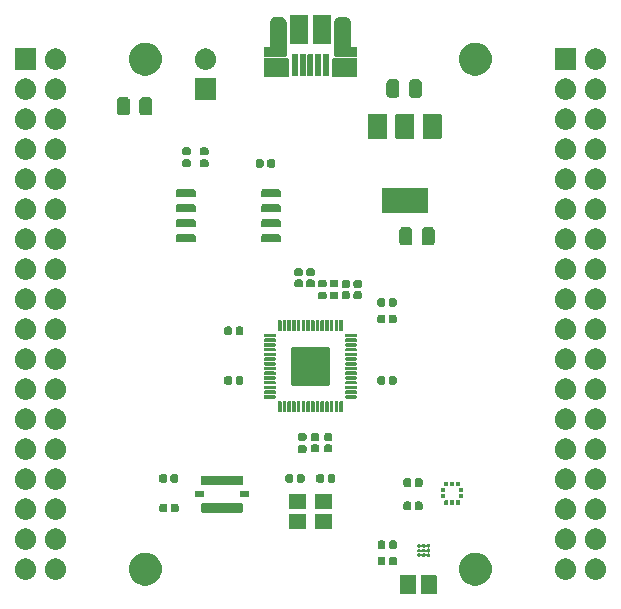
<source format=gbr>
G04 #@! TF.GenerationSoftware,KiCad,Pcbnew,8.0.1*
G04 #@! TF.CreationDate,2024-04-21T17:46:33-05:00*
G04 #@! TF.ProjectId,RP2040_minimal_r2,52503230-3430-45f6-9d69-6e696d616c5f,REV2*
G04 #@! TF.SameCoordinates,Original*
G04 #@! TF.FileFunction,Soldermask,Top*
G04 #@! TF.FilePolarity,Negative*
%FSLAX46Y46*%
G04 Gerber Fmt 4.6, Leading zero omitted, Abs format (unit mm)*
G04 Created by KiCad (PCBNEW 8.0.1) date 2024-04-21 17:46:33*
%MOMM*%
%LPD*%
G01*
G04 APERTURE LIST*
G04 APERTURE END LIST*
G36*
X108854034Y-117670764D02*
G01*
X108887125Y-117692875D01*
X108909236Y-117725966D01*
X108917000Y-117765000D01*
X108917000Y-119235000D01*
X108909236Y-119274034D01*
X108887125Y-119307125D01*
X108854034Y-119329236D01*
X108815000Y-119337000D01*
X107665000Y-119337000D01*
X107625966Y-119329236D01*
X107592875Y-119307125D01*
X107570764Y-119274034D01*
X107563000Y-119235000D01*
X107563000Y-117765000D01*
X107570764Y-117725966D01*
X107592875Y-117692875D01*
X107625966Y-117670764D01*
X107665000Y-117663000D01*
X108815000Y-117663000D01*
X108854034Y-117670764D01*
G37*
G36*
X110614034Y-117670764D02*
G01*
X110647125Y-117692875D01*
X110669236Y-117725966D01*
X110677000Y-117765000D01*
X110677000Y-119235000D01*
X110669236Y-119274034D01*
X110647125Y-119307125D01*
X110614034Y-119329236D01*
X110575000Y-119337000D01*
X109425000Y-119337000D01*
X109385966Y-119329236D01*
X109352875Y-119307125D01*
X109330764Y-119274034D01*
X109323000Y-119235000D01*
X109323000Y-117765000D01*
X109330764Y-117725966D01*
X109352875Y-117692875D01*
X109385966Y-117670764D01*
X109425000Y-117663000D01*
X110575000Y-117663000D01*
X110614034Y-117670764D01*
G37*
G36*
X86373925Y-115821870D02*
G01*
X86592775Y-115897002D01*
X86796274Y-116007130D01*
X86978871Y-116149251D01*
X87135586Y-116319488D01*
X87262143Y-116513198D01*
X87355090Y-116725096D01*
X87411892Y-116949403D01*
X87431000Y-117180000D01*
X87411892Y-117410597D01*
X87355090Y-117634904D01*
X87262143Y-117846802D01*
X87135586Y-118040512D01*
X86978871Y-118210749D01*
X86796274Y-118352870D01*
X86592775Y-118462998D01*
X86373925Y-118538130D01*
X86145694Y-118576215D01*
X85914306Y-118576215D01*
X85686075Y-118538130D01*
X85467225Y-118462998D01*
X85263726Y-118352870D01*
X85081129Y-118210749D01*
X84924414Y-118040512D01*
X84797857Y-117846802D01*
X84704910Y-117634904D01*
X84648108Y-117410597D01*
X84629000Y-117180000D01*
X84648108Y-116949403D01*
X84704910Y-116725096D01*
X84797857Y-116513198D01*
X84924414Y-116319488D01*
X85081129Y-116149251D01*
X85263726Y-116007130D01*
X85467225Y-115897002D01*
X85686075Y-115821870D01*
X85914306Y-115783785D01*
X86145694Y-115783785D01*
X86373925Y-115821870D01*
G37*
G36*
X114313925Y-115821870D02*
G01*
X114532775Y-115897002D01*
X114736274Y-116007130D01*
X114918871Y-116149251D01*
X115075586Y-116319488D01*
X115202143Y-116513198D01*
X115295090Y-116725096D01*
X115351892Y-116949403D01*
X115371000Y-117180000D01*
X115351892Y-117410597D01*
X115295090Y-117634904D01*
X115202143Y-117846802D01*
X115075586Y-118040512D01*
X114918871Y-118210749D01*
X114736274Y-118352870D01*
X114532775Y-118462998D01*
X114313925Y-118538130D01*
X114085694Y-118576215D01*
X113854306Y-118576215D01*
X113626075Y-118538130D01*
X113407225Y-118462998D01*
X113203726Y-118352870D01*
X113021129Y-118210749D01*
X112864414Y-118040512D01*
X112737857Y-117846802D01*
X112644910Y-117634904D01*
X112588108Y-117410597D01*
X112569000Y-117180000D01*
X112588108Y-116949403D01*
X112644910Y-116725096D01*
X112737857Y-116513198D01*
X112864414Y-116319488D01*
X113021129Y-116149251D01*
X113203726Y-116007130D01*
X113407225Y-115897002D01*
X113626075Y-115821870D01*
X113854306Y-115783785D01*
X114085694Y-115783785D01*
X114313925Y-115821870D01*
G37*
G36*
X75917913Y-116283936D02*
G01*
X75964180Y-116283936D01*
X76004129Y-116292427D01*
X76045733Y-116296525D01*
X76097998Y-116312379D01*
X76148424Y-116323098D01*
X76180694Y-116337465D01*
X76214712Y-116347785D01*
X76268767Y-116376678D01*
X76320500Y-116399711D01*
X76344551Y-116417185D01*
X76370447Y-116431027D01*
X76423271Y-116474378D01*
X76472887Y-116510427D01*
X76488996Y-116528318D01*
X76506948Y-116543051D01*
X76555188Y-116601831D01*
X76598924Y-116650405D01*
X76608111Y-116666319D01*
X76618972Y-116679552D01*
X76659149Y-116754719D01*
X76693104Y-116813530D01*
X76697009Y-116825550D01*
X76702214Y-116835287D01*
X76730913Y-116929896D01*
X76751311Y-116992672D01*
X76752028Y-116999502D01*
X76753474Y-117004266D01*
X76767536Y-117147042D01*
X76771000Y-117180000D01*
X76767535Y-117212959D01*
X76753474Y-117355733D01*
X76752029Y-117360496D01*
X76751311Y-117367328D01*
X76730909Y-117430117D01*
X76702214Y-117524712D01*
X76697010Y-117534447D01*
X76693104Y-117546470D01*
X76659142Y-117605293D01*
X76618972Y-117680447D01*
X76608113Y-117693677D01*
X76598924Y-117709595D01*
X76555178Y-117758178D01*
X76506948Y-117816948D01*
X76489000Y-117831677D01*
X76472887Y-117849573D01*
X76423260Y-117885628D01*
X76370447Y-117928972D01*
X76344557Y-117942810D01*
X76320500Y-117960289D01*
X76268756Y-117983326D01*
X76214712Y-118012214D01*
X76180701Y-118022531D01*
X76148424Y-118036902D01*
X76097987Y-118047622D01*
X76045733Y-118063474D01*
X76004138Y-118067570D01*
X75964180Y-118076064D01*
X75917903Y-118076064D01*
X75870000Y-118080782D01*
X75822097Y-118076064D01*
X75775820Y-118076064D01*
X75735862Y-118067570D01*
X75694266Y-118063474D01*
X75642009Y-118047621D01*
X75591576Y-118036902D01*
X75559300Y-118022532D01*
X75525287Y-118012214D01*
X75471237Y-117983323D01*
X75419500Y-117960289D01*
X75395445Y-117942812D01*
X75369552Y-117928972D01*
X75316730Y-117885622D01*
X75267113Y-117849573D01*
X75251002Y-117831680D01*
X75233051Y-117816948D01*
X75184809Y-117758166D01*
X75141076Y-117709595D01*
X75131888Y-117693681D01*
X75121027Y-117680447D01*
X75080844Y-117605269D01*
X75046896Y-117546470D01*
X75042991Y-117534451D01*
X75037785Y-117524712D01*
X75009075Y-117430071D01*
X74988689Y-117367328D01*
X74987971Y-117360501D01*
X74986525Y-117355733D01*
X74972448Y-117212808D01*
X74969000Y-117180000D01*
X74972448Y-117147194D01*
X74986525Y-117004266D01*
X74987971Y-116999497D01*
X74988689Y-116992672D01*
X75009071Y-116929942D01*
X75037785Y-116835287D01*
X75042991Y-116825545D01*
X75046896Y-116813530D01*
X75080836Y-116754742D01*
X75121027Y-116679552D01*
X75131890Y-116666314D01*
X75141076Y-116650405D01*
X75184800Y-116601843D01*
X75233051Y-116543051D01*
X75251005Y-116528315D01*
X75267113Y-116510427D01*
X75316720Y-116474385D01*
X75369552Y-116431027D01*
X75395450Y-116417183D01*
X75419500Y-116399711D01*
X75471226Y-116376681D01*
X75525287Y-116347785D01*
X75559307Y-116337464D01*
X75591576Y-116323098D01*
X75641998Y-116312380D01*
X75694266Y-116296525D01*
X75735871Y-116292427D01*
X75775820Y-116283936D01*
X75822086Y-116283936D01*
X75870000Y-116279217D01*
X75917913Y-116283936D01*
G37*
G36*
X78457913Y-116283936D02*
G01*
X78504180Y-116283936D01*
X78544129Y-116292427D01*
X78585733Y-116296525D01*
X78637998Y-116312379D01*
X78688424Y-116323098D01*
X78720694Y-116337465D01*
X78754712Y-116347785D01*
X78808767Y-116376678D01*
X78860500Y-116399711D01*
X78884551Y-116417185D01*
X78910447Y-116431027D01*
X78963271Y-116474378D01*
X79012887Y-116510427D01*
X79028996Y-116528318D01*
X79046948Y-116543051D01*
X79095188Y-116601831D01*
X79138924Y-116650405D01*
X79148111Y-116666319D01*
X79158972Y-116679552D01*
X79199149Y-116754719D01*
X79233104Y-116813530D01*
X79237009Y-116825550D01*
X79242214Y-116835287D01*
X79270913Y-116929896D01*
X79291311Y-116992672D01*
X79292028Y-116999502D01*
X79293474Y-117004266D01*
X79307536Y-117147042D01*
X79311000Y-117180000D01*
X79307535Y-117212959D01*
X79293474Y-117355733D01*
X79292029Y-117360496D01*
X79291311Y-117367328D01*
X79270909Y-117430117D01*
X79242214Y-117524712D01*
X79237010Y-117534447D01*
X79233104Y-117546470D01*
X79199142Y-117605293D01*
X79158972Y-117680447D01*
X79148113Y-117693677D01*
X79138924Y-117709595D01*
X79095178Y-117758178D01*
X79046948Y-117816948D01*
X79029000Y-117831677D01*
X79012887Y-117849573D01*
X78963260Y-117885628D01*
X78910447Y-117928972D01*
X78884557Y-117942810D01*
X78860500Y-117960289D01*
X78808756Y-117983326D01*
X78754712Y-118012214D01*
X78720701Y-118022531D01*
X78688424Y-118036902D01*
X78637987Y-118047622D01*
X78585733Y-118063474D01*
X78544138Y-118067570D01*
X78504180Y-118076064D01*
X78457903Y-118076064D01*
X78410000Y-118080782D01*
X78362097Y-118076064D01*
X78315820Y-118076064D01*
X78275862Y-118067570D01*
X78234266Y-118063474D01*
X78182009Y-118047621D01*
X78131576Y-118036902D01*
X78099300Y-118022532D01*
X78065287Y-118012214D01*
X78011237Y-117983323D01*
X77959500Y-117960289D01*
X77935445Y-117942812D01*
X77909552Y-117928972D01*
X77856730Y-117885622D01*
X77807113Y-117849573D01*
X77791002Y-117831680D01*
X77773051Y-117816948D01*
X77724809Y-117758166D01*
X77681076Y-117709595D01*
X77671888Y-117693681D01*
X77661027Y-117680447D01*
X77620844Y-117605269D01*
X77586896Y-117546470D01*
X77582991Y-117534451D01*
X77577785Y-117524712D01*
X77549075Y-117430071D01*
X77528689Y-117367328D01*
X77527971Y-117360501D01*
X77526525Y-117355733D01*
X77512448Y-117212808D01*
X77509000Y-117180000D01*
X77512448Y-117147194D01*
X77526525Y-117004266D01*
X77527971Y-116999497D01*
X77528689Y-116992672D01*
X77549071Y-116929942D01*
X77577785Y-116835287D01*
X77582991Y-116825545D01*
X77586896Y-116813530D01*
X77620836Y-116754742D01*
X77661027Y-116679552D01*
X77671890Y-116666314D01*
X77681076Y-116650405D01*
X77724800Y-116601843D01*
X77773051Y-116543051D01*
X77791005Y-116528315D01*
X77807113Y-116510427D01*
X77856720Y-116474385D01*
X77909552Y-116431027D01*
X77935450Y-116417183D01*
X77959500Y-116399711D01*
X78011226Y-116376681D01*
X78065287Y-116347785D01*
X78099307Y-116337464D01*
X78131576Y-116323098D01*
X78181998Y-116312380D01*
X78234266Y-116296525D01*
X78275871Y-116292427D01*
X78315820Y-116283936D01*
X78362086Y-116283936D01*
X78410000Y-116279217D01*
X78457913Y-116283936D01*
G37*
G36*
X121637913Y-116283936D02*
G01*
X121684180Y-116283936D01*
X121724129Y-116292427D01*
X121765733Y-116296525D01*
X121817998Y-116312379D01*
X121868424Y-116323098D01*
X121900694Y-116337465D01*
X121934712Y-116347785D01*
X121988767Y-116376678D01*
X122040500Y-116399711D01*
X122064551Y-116417185D01*
X122090447Y-116431027D01*
X122143271Y-116474378D01*
X122192887Y-116510427D01*
X122208996Y-116528318D01*
X122226948Y-116543051D01*
X122275188Y-116601831D01*
X122318924Y-116650405D01*
X122328111Y-116666319D01*
X122338972Y-116679552D01*
X122379149Y-116754719D01*
X122413104Y-116813530D01*
X122417009Y-116825550D01*
X122422214Y-116835287D01*
X122450913Y-116929896D01*
X122471311Y-116992672D01*
X122472028Y-116999502D01*
X122473474Y-117004266D01*
X122487536Y-117147042D01*
X122491000Y-117180000D01*
X122487535Y-117212959D01*
X122473474Y-117355733D01*
X122472029Y-117360496D01*
X122471311Y-117367328D01*
X122450909Y-117430117D01*
X122422214Y-117524712D01*
X122417010Y-117534447D01*
X122413104Y-117546470D01*
X122379142Y-117605293D01*
X122338972Y-117680447D01*
X122328113Y-117693677D01*
X122318924Y-117709595D01*
X122275178Y-117758178D01*
X122226948Y-117816948D01*
X122209000Y-117831677D01*
X122192887Y-117849573D01*
X122143260Y-117885628D01*
X122090447Y-117928972D01*
X122064557Y-117942810D01*
X122040500Y-117960289D01*
X121988756Y-117983326D01*
X121934712Y-118012214D01*
X121900701Y-118022531D01*
X121868424Y-118036902D01*
X121817987Y-118047622D01*
X121765733Y-118063474D01*
X121724138Y-118067570D01*
X121684180Y-118076064D01*
X121637903Y-118076064D01*
X121590000Y-118080782D01*
X121542097Y-118076064D01*
X121495820Y-118076064D01*
X121455862Y-118067570D01*
X121414266Y-118063474D01*
X121362009Y-118047621D01*
X121311576Y-118036902D01*
X121279300Y-118022532D01*
X121245287Y-118012214D01*
X121191237Y-117983323D01*
X121139500Y-117960289D01*
X121115445Y-117942812D01*
X121089552Y-117928972D01*
X121036730Y-117885622D01*
X120987113Y-117849573D01*
X120971002Y-117831680D01*
X120953051Y-117816948D01*
X120904809Y-117758166D01*
X120861076Y-117709595D01*
X120851888Y-117693681D01*
X120841027Y-117680447D01*
X120800844Y-117605269D01*
X120766896Y-117546470D01*
X120762991Y-117534451D01*
X120757785Y-117524712D01*
X120729075Y-117430071D01*
X120708689Y-117367328D01*
X120707971Y-117360501D01*
X120706525Y-117355733D01*
X120692448Y-117212808D01*
X120689000Y-117180000D01*
X120692448Y-117147194D01*
X120706525Y-117004266D01*
X120707971Y-116999497D01*
X120708689Y-116992672D01*
X120729071Y-116929942D01*
X120757785Y-116835287D01*
X120762991Y-116825545D01*
X120766896Y-116813530D01*
X120800836Y-116754742D01*
X120841027Y-116679552D01*
X120851890Y-116666314D01*
X120861076Y-116650405D01*
X120904800Y-116601843D01*
X120953051Y-116543051D01*
X120971005Y-116528315D01*
X120987113Y-116510427D01*
X121036720Y-116474385D01*
X121089552Y-116431027D01*
X121115450Y-116417183D01*
X121139500Y-116399711D01*
X121191226Y-116376681D01*
X121245287Y-116347785D01*
X121279307Y-116337464D01*
X121311576Y-116323098D01*
X121361998Y-116312380D01*
X121414266Y-116296525D01*
X121455871Y-116292427D01*
X121495820Y-116283936D01*
X121542086Y-116283936D01*
X121590000Y-116279217D01*
X121637913Y-116283936D01*
G37*
G36*
X124177913Y-116283936D02*
G01*
X124224180Y-116283936D01*
X124264129Y-116292427D01*
X124305733Y-116296525D01*
X124357998Y-116312379D01*
X124408424Y-116323098D01*
X124440694Y-116337465D01*
X124474712Y-116347785D01*
X124528767Y-116376678D01*
X124580500Y-116399711D01*
X124604551Y-116417185D01*
X124630447Y-116431027D01*
X124683271Y-116474378D01*
X124732887Y-116510427D01*
X124748996Y-116528318D01*
X124766948Y-116543051D01*
X124815188Y-116601831D01*
X124858924Y-116650405D01*
X124868111Y-116666319D01*
X124878972Y-116679552D01*
X124919149Y-116754719D01*
X124953104Y-116813530D01*
X124957009Y-116825550D01*
X124962214Y-116835287D01*
X124990913Y-116929896D01*
X125011311Y-116992672D01*
X125012028Y-116999502D01*
X125013474Y-117004266D01*
X125027536Y-117147042D01*
X125031000Y-117180000D01*
X125027535Y-117212959D01*
X125013474Y-117355733D01*
X125012029Y-117360496D01*
X125011311Y-117367328D01*
X124990909Y-117430117D01*
X124962214Y-117524712D01*
X124957010Y-117534447D01*
X124953104Y-117546470D01*
X124919142Y-117605293D01*
X124878972Y-117680447D01*
X124868113Y-117693677D01*
X124858924Y-117709595D01*
X124815178Y-117758178D01*
X124766948Y-117816948D01*
X124749000Y-117831677D01*
X124732887Y-117849573D01*
X124683260Y-117885628D01*
X124630447Y-117928972D01*
X124604557Y-117942810D01*
X124580500Y-117960289D01*
X124528756Y-117983326D01*
X124474712Y-118012214D01*
X124440701Y-118022531D01*
X124408424Y-118036902D01*
X124357987Y-118047622D01*
X124305733Y-118063474D01*
X124264138Y-118067570D01*
X124224180Y-118076064D01*
X124177903Y-118076064D01*
X124130000Y-118080782D01*
X124082097Y-118076064D01*
X124035820Y-118076064D01*
X123995862Y-118067570D01*
X123954266Y-118063474D01*
X123902009Y-118047621D01*
X123851576Y-118036902D01*
X123819300Y-118022532D01*
X123785287Y-118012214D01*
X123731237Y-117983323D01*
X123679500Y-117960289D01*
X123655445Y-117942812D01*
X123629552Y-117928972D01*
X123576730Y-117885622D01*
X123527113Y-117849573D01*
X123511002Y-117831680D01*
X123493051Y-117816948D01*
X123444809Y-117758166D01*
X123401076Y-117709595D01*
X123391888Y-117693681D01*
X123381027Y-117680447D01*
X123340844Y-117605269D01*
X123306896Y-117546470D01*
X123302991Y-117534451D01*
X123297785Y-117524712D01*
X123269075Y-117430071D01*
X123248689Y-117367328D01*
X123247971Y-117360501D01*
X123246525Y-117355733D01*
X123232448Y-117212808D01*
X123229000Y-117180000D01*
X123232448Y-117147194D01*
X123246525Y-117004266D01*
X123247971Y-116999497D01*
X123248689Y-116992672D01*
X123269071Y-116929942D01*
X123297785Y-116835287D01*
X123302991Y-116825545D01*
X123306896Y-116813530D01*
X123340836Y-116754742D01*
X123381027Y-116679552D01*
X123391890Y-116666314D01*
X123401076Y-116650405D01*
X123444800Y-116601843D01*
X123493051Y-116543051D01*
X123511005Y-116528315D01*
X123527113Y-116510427D01*
X123576720Y-116474385D01*
X123629552Y-116431027D01*
X123655450Y-116417183D01*
X123679500Y-116399711D01*
X123731226Y-116376681D01*
X123785287Y-116347785D01*
X123819307Y-116337464D01*
X123851576Y-116323098D01*
X123901998Y-116312380D01*
X123954266Y-116296525D01*
X123995871Y-116292427D01*
X124035820Y-116283936D01*
X124082086Y-116283936D01*
X124130000Y-116279217D01*
X124177913Y-116283936D01*
G37*
G36*
X106233093Y-116153539D02*
G01*
X106295057Y-116194943D01*
X106336461Y-116256907D01*
X106351000Y-116330000D01*
X106351000Y-116670000D01*
X106336461Y-116743093D01*
X106295057Y-116805057D01*
X106233093Y-116846461D01*
X106160000Y-116861000D01*
X105880000Y-116861000D01*
X105806907Y-116846461D01*
X105744943Y-116805057D01*
X105703539Y-116743093D01*
X105689000Y-116670000D01*
X105689000Y-116330000D01*
X105703539Y-116256907D01*
X105744943Y-116194943D01*
X105806907Y-116153539D01*
X105880000Y-116139000D01*
X106160000Y-116139000D01*
X106233093Y-116153539D01*
G37*
G36*
X107193093Y-116153539D02*
G01*
X107255057Y-116194943D01*
X107296461Y-116256907D01*
X107311000Y-116330000D01*
X107311000Y-116670000D01*
X107296461Y-116743093D01*
X107255057Y-116805057D01*
X107193093Y-116846461D01*
X107120000Y-116861000D01*
X106840000Y-116861000D01*
X106766907Y-116846461D01*
X106704943Y-116805057D01*
X106663539Y-116743093D01*
X106649000Y-116670000D01*
X106649000Y-116330000D01*
X106663539Y-116256907D01*
X106704943Y-116194943D01*
X106766907Y-116153539D01*
X106840000Y-116139000D01*
X107120000Y-116139000D01*
X107193093Y-116153539D01*
G37*
G36*
X110063258Y-115047183D02*
G01*
X110116885Y-115083015D01*
X110152717Y-115136642D01*
X110165300Y-115199900D01*
X110152717Y-115263158D01*
X110116885Y-115316785D01*
X110063258Y-115352617D01*
X110006652Y-115363876D01*
X110006652Y-115435973D01*
X110063258Y-115447233D01*
X110116885Y-115483065D01*
X110152717Y-115536692D01*
X110165300Y-115599950D01*
X110152717Y-115663208D01*
X110116885Y-115716835D01*
X110063258Y-115752667D01*
X110006652Y-115763926D01*
X110006652Y-115836023D01*
X110063258Y-115847283D01*
X110116885Y-115883115D01*
X110152717Y-115936742D01*
X110165300Y-116000000D01*
X110152717Y-116063258D01*
X110116885Y-116116885D01*
X110063258Y-116152717D01*
X110000000Y-116165300D01*
X109936742Y-116152717D01*
X109883115Y-116116885D01*
X109847283Y-116063258D01*
X109836023Y-116006652D01*
X109763927Y-116006652D01*
X109752667Y-116063258D01*
X109716835Y-116116885D01*
X109663208Y-116152717D01*
X109599950Y-116165300D01*
X109536692Y-116152717D01*
X109483065Y-116116885D01*
X109447233Y-116063258D01*
X109435973Y-116006652D01*
X109363877Y-116006652D01*
X109352617Y-116063258D01*
X109316785Y-116116885D01*
X109263158Y-116152717D01*
X109199900Y-116165300D01*
X109136642Y-116152717D01*
X109083015Y-116116885D01*
X109047183Y-116063258D01*
X109034600Y-116000000D01*
X109047183Y-115936742D01*
X109083015Y-115883115D01*
X109136642Y-115847283D01*
X109193247Y-115836023D01*
X109206552Y-115836023D01*
X109263158Y-115847283D01*
X109316785Y-115883115D01*
X109352617Y-115936742D01*
X109363877Y-115993347D01*
X109435973Y-115993347D01*
X109447233Y-115936742D01*
X109483065Y-115883115D01*
X109536692Y-115847283D01*
X109593297Y-115836023D01*
X109606602Y-115836023D01*
X109663208Y-115847283D01*
X109716835Y-115883115D01*
X109752667Y-115936742D01*
X109763927Y-115993347D01*
X109836023Y-115993347D01*
X109847283Y-115936742D01*
X109883115Y-115883115D01*
X109936742Y-115847283D01*
X109993347Y-115836023D01*
X109993347Y-115763926D01*
X109936742Y-115752667D01*
X109883115Y-115716835D01*
X109847283Y-115663208D01*
X109836023Y-115606602D01*
X109763927Y-115606602D01*
X109752667Y-115663208D01*
X109716835Y-115716835D01*
X109663208Y-115752667D01*
X109606602Y-115763926D01*
X109606602Y-115836023D01*
X109593297Y-115836023D01*
X109593297Y-115763926D01*
X109536692Y-115752667D01*
X109483065Y-115716835D01*
X109447233Y-115663208D01*
X109435973Y-115606602D01*
X109363877Y-115606602D01*
X109352617Y-115663208D01*
X109316785Y-115716835D01*
X109263158Y-115752667D01*
X109206552Y-115763926D01*
X109206552Y-115836023D01*
X109193247Y-115836023D01*
X109193247Y-115763926D01*
X109136642Y-115752667D01*
X109083015Y-115716835D01*
X109047183Y-115663208D01*
X109034600Y-115599950D01*
X109047183Y-115536692D01*
X109083015Y-115483065D01*
X109136642Y-115447233D01*
X109193247Y-115435973D01*
X109206552Y-115435973D01*
X109263158Y-115447233D01*
X109316785Y-115483065D01*
X109352617Y-115536692D01*
X109363877Y-115593297D01*
X109435973Y-115593297D01*
X109447233Y-115536692D01*
X109483065Y-115483065D01*
X109536692Y-115447233D01*
X109593297Y-115435973D01*
X109606602Y-115435973D01*
X109663208Y-115447233D01*
X109716835Y-115483065D01*
X109752667Y-115536692D01*
X109763927Y-115593297D01*
X109836023Y-115593297D01*
X109847283Y-115536692D01*
X109883115Y-115483065D01*
X109936742Y-115447233D01*
X109993347Y-115435973D01*
X109993347Y-115363876D01*
X109936742Y-115352617D01*
X109883115Y-115316785D01*
X109847283Y-115263158D01*
X109836023Y-115206552D01*
X109763927Y-115206552D01*
X109752667Y-115263158D01*
X109716835Y-115316785D01*
X109663208Y-115352617D01*
X109606602Y-115363876D01*
X109606602Y-115435973D01*
X109593297Y-115435973D01*
X109593297Y-115363876D01*
X109536692Y-115352617D01*
X109483065Y-115316785D01*
X109447233Y-115263158D01*
X109435973Y-115206552D01*
X109363877Y-115206552D01*
X109352617Y-115263158D01*
X109316785Y-115316785D01*
X109263158Y-115352617D01*
X109206552Y-115363876D01*
X109206552Y-115435973D01*
X109193247Y-115435973D01*
X109193247Y-115363876D01*
X109136642Y-115352617D01*
X109083015Y-115316785D01*
X109047183Y-115263158D01*
X109034600Y-115199900D01*
X109047183Y-115136642D01*
X109083015Y-115083015D01*
X109136642Y-115047183D01*
X109199900Y-115034600D01*
X109263158Y-115047183D01*
X109316785Y-115083015D01*
X109352617Y-115136642D01*
X109363877Y-115193247D01*
X109435973Y-115193247D01*
X109447233Y-115136642D01*
X109483065Y-115083015D01*
X109536692Y-115047183D01*
X109599950Y-115034600D01*
X109663208Y-115047183D01*
X109716835Y-115083015D01*
X109752667Y-115136642D01*
X109763927Y-115193247D01*
X109836023Y-115193247D01*
X109847283Y-115136642D01*
X109883115Y-115083015D01*
X109936742Y-115047183D01*
X110000000Y-115034600D01*
X110063258Y-115047183D01*
G37*
G36*
X75917913Y-113743936D02*
G01*
X75964180Y-113743936D01*
X76004129Y-113752427D01*
X76045733Y-113756525D01*
X76097998Y-113772379D01*
X76148424Y-113783098D01*
X76180694Y-113797465D01*
X76214712Y-113807785D01*
X76268767Y-113836678D01*
X76320500Y-113859711D01*
X76344551Y-113877185D01*
X76370447Y-113891027D01*
X76423271Y-113934378D01*
X76472887Y-113970427D01*
X76488996Y-113988318D01*
X76506948Y-114003051D01*
X76555188Y-114061831D01*
X76598924Y-114110405D01*
X76608111Y-114126319D01*
X76618972Y-114139552D01*
X76659149Y-114214719D01*
X76693104Y-114273530D01*
X76697009Y-114285550D01*
X76702214Y-114295287D01*
X76730913Y-114389896D01*
X76751311Y-114452672D01*
X76752028Y-114459502D01*
X76753474Y-114464266D01*
X76767536Y-114607042D01*
X76771000Y-114640000D01*
X76767535Y-114672959D01*
X76753474Y-114815733D01*
X76752029Y-114820496D01*
X76751311Y-114827328D01*
X76730909Y-114890117D01*
X76702214Y-114984712D01*
X76697010Y-114994447D01*
X76693104Y-115006470D01*
X76659142Y-115065293D01*
X76618972Y-115140447D01*
X76608113Y-115153677D01*
X76598924Y-115169595D01*
X76555178Y-115218178D01*
X76506948Y-115276948D01*
X76489000Y-115291677D01*
X76472887Y-115309573D01*
X76423260Y-115345628D01*
X76370447Y-115388972D01*
X76344557Y-115402810D01*
X76320500Y-115420289D01*
X76268756Y-115443326D01*
X76214712Y-115472214D01*
X76180701Y-115482531D01*
X76148424Y-115496902D01*
X76097987Y-115507622D01*
X76045733Y-115523474D01*
X76004138Y-115527570D01*
X75964180Y-115536064D01*
X75917903Y-115536064D01*
X75870000Y-115540782D01*
X75822097Y-115536064D01*
X75775820Y-115536064D01*
X75735862Y-115527570D01*
X75694266Y-115523474D01*
X75642009Y-115507621D01*
X75591576Y-115496902D01*
X75559300Y-115482532D01*
X75525287Y-115472214D01*
X75471237Y-115443323D01*
X75419500Y-115420289D01*
X75395445Y-115402812D01*
X75369552Y-115388972D01*
X75316730Y-115345622D01*
X75267113Y-115309573D01*
X75251002Y-115291680D01*
X75233051Y-115276948D01*
X75184809Y-115218166D01*
X75141076Y-115169595D01*
X75131888Y-115153681D01*
X75121027Y-115140447D01*
X75080844Y-115065269D01*
X75046896Y-115006470D01*
X75042991Y-114994451D01*
X75037785Y-114984712D01*
X75009075Y-114890071D01*
X74988689Y-114827328D01*
X74987971Y-114820501D01*
X74986525Y-114815733D01*
X74972448Y-114672808D01*
X74969000Y-114640000D01*
X74972448Y-114607194D01*
X74986525Y-114464266D01*
X74987971Y-114459497D01*
X74988689Y-114452672D01*
X75009071Y-114389942D01*
X75037785Y-114295287D01*
X75042991Y-114285545D01*
X75046896Y-114273530D01*
X75080836Y-114214742D01*
X75121027Y-114139552D01*
X75131890Y-114126314D01*
X75141076Y-114110405D01*
X75184800Y-114061843D01*
X75233051Y-114003051D01*
X75251005Y-113988315D01*
X75267113Y-113970427D01*
X75316720Y-113934385D01*
X75369552Y-113891027D01*
X75395450Y-113877183D01*
X75419500Y-113859711D01*
X75471226Y-113836681D01*
X75525287Y-113807785D01*
X75559307Y-113797464D01*
X75591576Y-113783098D01*
X75641998Y-113772380D01*
X75694266Y-113756525D01*
X75735871Y-113752427D01*
X75775820Y-113743936D01*
X75822086Y-113743936D01*
X75870000Y-113739217D01*
X75917913Y-113743936D01*
G37*
G36*
X78457913Y-113743936D02*
G01*
X78504180Y-113743936D01*
X78544129Y-113752427D01*
X78585733Y-113756525D01*
X78637998Y-113772379D01*
X78688424Y-113783098D01*
X78720694Y-113797465D01*
X78754712Y-113807785D01*
X78808767Y-113836678D01*
X78860500Y-113859711D01*
X78884551Y-113877185D01*
X78910447Y-113891027D01*
X78963271Y-113934378D01*
X79012887Y-113970427D01*
X79028996Y-113988318D01*
X79046948Y-114003051D01*
X79095188Y-114061831D01*
X79138924Y-114110405D01*
X79148111Y-114126319D01*
X79158972Y-114139552D01*
X79199149Y-114214719D01*
X79233104Y-114273530D01*
X79237009Y-114285550D01*
X79242214Y-114295287D01*
X79270913Y-114389896D01*
X79291311Y-114452672D01*
X79292028Y-114459502D01*
X79293474Y-114464266D01*
X79307536Y-114607042D01*
X79311000Y-114640000D01*
X79307535Y-114672959D01*
X79293474Y-114815733D01*
X79292029Y-114820496D01*
X79291311Y-114827328D01*
X79270909Y-114890117D01*
X79242214Y-114984712D01*
X79237010Y-114994447D01*
X79233104Y-115006470D01*
X79199142Y-115065293D01*
X79158972Y-115140447D01*
X79148113Y-115153677D01*
X79138924Y-115169595D01*
X79095178Y-115218178D01*
X79046948Y-115276948D01*
X79029000Y-115291677D01*
X79012887Y-115309573D01*
X78963260Y-115345628D01*
X78910447Y-115388972D01*
X78884557Y-115402810D01*
X78860500Y-115420289D01*
X78808756Y-115443326D01*
X78754712Y-115472214D01*
X78720701Y-115482531D01*
X78688424Y-115496902D01*
X78637987Y-115507622D01*
X78585733Y-115523474D01*
X78544138Y-115527570D01*
X78504180Y-115536064D01*
X78457903Y-115536064D01*
X78410000Y-115540782D01*
X78362097Y-115536064D01*
X78315820Y-115536064D01*
X78275862Y-115527570D01*
X78234266Y-115523474D01*
X78182009Y-115507621D01*
X78131576Y-115496902D01*
X78099300Y-115482532D01*
X78065287Y-115472214D01*
X78011237Y-115443323D01*
X77959500Y-115420289D01*
X77935445Y-115402812D01*
X77909552Y-115388972D01*
X77856730Y-115345622D01*
X77807113Y-115309573D01*
X77791002Y-115291680D01*
X77773051Y-115276948D01*
X77724809Y-115218166D01*
X77681076Y-115169595D01*
X77671888Y-115153681D01*
X77661027Y-115140447D01*
X77620844Y-115065269D01*
X77586896Y-115006470D01*
X77582991Y-114994451D01*
X77577785Y-114984712D01*
X77549075Y-114890071D01*
X77528689Y-114827328D01*
X77527971Y-114820501D01*
X77526525Y-114815733D01*
X77512448Y-114672808D01*
X77509000Y-114640000D01*
X77512448Y-114607194D01*
X77526525Y-114464266D01*
X77527971Y-114459497D01*
X77528689Y-114452672D01*
X77549071Y-114389942D01*
X77577785Y-114295287D01*
X77582991Y-114285545D01*
X77586896Y-114273530D01*
X77620836Y-114214742D01*
X77661027Y-114139552D01*
X77671890Y-114126314D01*
X77681076Y-114110405D01*
X77724800Y-114061843D01*
X77773051Y-114003051D01*
X77791005Y-113988315D01*
X77807113Y-113970427D01*
X77856720Y-113934385D01*
X77909552Y-113891027D01*
X77935450Y-113877183D01*
X77959500Y-113859711D01*
X78011226Y-113836681D01*
X78065287Y-113807785D01*
X78099307Y-113797464D01*
X78131576Y-113783098D01*
X78181998Y-113772380D01*
X78234266Y-113756525D01*
X78275871Y-113752427D01*
X78315820Y-113743936D01*
X78362086Y-113743936D01*
X78410000Y-113739217D01*
X78457913Y-113743936D01*
G37*
G36*
X121637913Y-113743936D02*
G01*
X121684180Y-113743936D01*
X121724129Y-113752427D01*
X121765733Y-113756525D01*
X121817998Y-113772379D01*
X121868424Y-113783098D01*
X121900694Y-113797465D01*
X121934712Y-113807785D01*
X121988767Y-113836678D01*
X122040500Y-113859711D01*
X122064551Y-113877185D01*
X122090447Y-113891027D01*
X122143271Y-113934378D01*
X122192887Y-113970427D01*
X122208996Y-113988318D01*
X122226948Y-114003051D01*
X122275188Y-114061831D01*
X122318924Y-114110405D01*
X122328111Y-114126319D01*
X122338972Y-114139552D01*
X122379149Y-114214719D01*
X122413104Y-114273530D01*
X122417009Y-114285550D01*
X122422214Y-114295287D01*
X122450913Y-114389896D01*
X122471311Y-114452672D01*
X122472028Y-114459502D01*
X122473474Y-114464266D01*
X122487536Y-114607042D01*
X122491000Y-114640000D01*
X122487535Y-114672959D01*
X122473474Y-114815733D01*
X122472029Y-114820496D01*
X122471311Y-114827328D01*
X122450909Y-114890117D01*
X122422214Y-114984712D01*
X122417010Y-114994447D01*
X122413104Y-115006470D01*
X122379142Y-115065293D01*
X122338972Y-115140447D01*
X122328113Y-115153677D01*
X122318924Y-115169595D01*
X122275178Y-115218178D01*
X122226948Y-115276948D01*
X122209000Y-115291677D01*
X122192887Y-115309573D01*
X122143260Y-115345628D01*
X122090447Y-115388972D01*
X122064557Y-115402810D01*
X122040500Y-115420289D01*
X121988756Y-115443326D01*
X121934712Y-115472214D01*
X121900701Y-115482531D01*
X121868424Y-115496902D01*
X121817987Y-115507622D01*
X121765733Y-115523474D01*
X121724138Y-115527570D01*
X121684180Y-115536064D01*
X121637903Y-115536064D01*
X121590000Y-115540782D01*
X121542097Y-115536064D01*
X121495820Y-115536064D01*
X121455862Y-115527570D01*
X121414266Y-115523474D01*
X121362009Y-115507621D01*
X121311576Y-115496902D01*
X121279300Y-115482532D01*
X121245287Y-115472214D01*
X121191237Y-115443323D01*
X121139500Y-115420289D01*
X121115445Y-115402812D01*
X121089552Y-115388972D01*
X121036730Y-115345622D01*
X120987113Y-115309573D01*
X120971002Y-115291680D01*
X120953051Y-115276948D01*
X120904809Y-115218166D01*
X120861076Y-115169595D01*
X120851888Y-115153681D01*
X120841027Y-115140447D01*
X120800844Y-115065269D01*
X120766896Y-115006470D01*
X120762991Y-114994451D01*
X120757785Y-114984712D01*
X120729075Y-114890071D01*
X120708689Y-114827328D01*
X120707971Y-114820501D01*
X120706525Y-114815733D01*
X120692448Y-114672808D01*
X120689000Y-114640000D01*
X120692448Y-114607194D01*
X120706525Y-114464266D01*
X120707971Y-114459497D01*
X120708689Y-114452672D01*
X120729071Y-114389942D01*
X120757785Y-114295287D01*
X120762991Y-114285545D01*
X120766896Y-114273530D01*
X120800836Y-114214742D01*
X120841027Y-114139552D01*
X120851890Y-114126314D01*
X120861076Y-114110405D01*
X120904800Y-114061843D01*
X120953051Y-114003051D01*
X120971005Y-113988315D01*
X120987113Y-113970427D01*
X121036720Y-113934385D01*
X121089552Y-113891027D01*
X121115450Y-113877183D01*
X121139500Y-113859711D01*
X121191226Y-113836681D01*
X121245287Y-113807785D01*
X121279307Y-113797464D01*
X121311576Y-113783098D01*
X121361998Y-113772380D01*
X121414266Y-113756525D01*
X121455871Y-113752427D01*
X121495820Y-113743936D01*
X121542086Y-113743936D01*
X121590000Y-113739217D01*
X121637913Y-113743936D01*
G37*
G36*
X124177913Y-113743936D02*
G01*
X124224180Y-113743936D01*
X124264129Y-113752427D01*
X124305733Y-113756525D01*
X124357998Y-113772379D01*
X124408424Y-113783098D01*
X124440694Y-113797465D01*
X124474712Y-113807785D01*
X124528767Y-113836678D01*
X124580500Y-113859711D01*
X124604551Y-113877185D01*
X124630447Y-113891027D01*
X124683271Y-113934378D01*
X124732887Y-113970427D01*
X124748996Y-113988318D01*
X124766948Y-114003051D01*
X124815188Y-114061831D01*
X124858924Y-114110405D01*
X124868111Y-114126319D01*
X124878972Y-114139552D01*
X124919149Y-114214719D01*
X124953104Y-114273530D01*
X124957009Y-114285550D01*
X124962214Y-114295287D01*
X124990913Y-114389896D01*
X125011311Y-114452672D01*
X125012028Y-114459502D01*
X125013474Y-114464266D01*
X125027536Y-114607042D01*
X125031000Y-114640000D01*
X125027535Y-114672959D01*
X125013474Y-114815733D01*
X125012029Y-114820496D01*
X125011311Y-114827328D01*
X124990909Y-114890117D01*
X124962214Y-114984712D01*
X124957010Y-114994447D01*
X124953104Y-115006470D01*
X124919142Y-115065293D01*
X124878972Y-115140447D01*
X124868113Y-115153677D01*
X124858924Y-115169595D01*
X124815178Y-115218178D01*
X124766948Y-115276948D01*
X124749000Y-115291677D01*
X124732887Y-115309573D01*
X124683260Y-115345628D01*
X124630447Y-115388972D01*
X124604557Y-115402810D01*
X124580500Y-115420289D01*
X124528756Y-115443326D01*
X124474712Y-115472214D01*
X124440701Y-115482531D01*
X124408424Y-115496902D01*
X124357987Y-115507622D01*
X124305733Y-115523474D01*
X124264138Y-115527570D01*
X124224180Y-115536064D01*
X124177903Y-115536064D01*
X124130000Y-115540782D01*
X124082097Y-115536064D01*
X124035820Y-115536064D01*
X123995862Y-115527570D01*
X123954266Y-115523474D01*
X123902009Y-115507621D01*
X123851576Y-115496902D01*
X123819300Y-115482532D01*
X123785287Y-115472214D01*
X123731237Y-115443323D01*
X123679500Y-115420289D01*
X123655445Y-115402812D01*
X123629552Y-115388972D01*
X123576730Y-115345622D01*
X123527113Y-115309573D01*
X123511002Y-115291680D01*
X123493051Y-115276948D01*
X123444809Y-115218166D01*
X123401076Y-115169595D01*
X123391888Y-115153681D01*
X123381027Y-115140447D01*
X123340844Y-115065269D01*
X123306896Y-115006470D01*
X123302991Y-114994451D01*
X123297785Y-114984712D01*
X123269075Y-114890071D01*
X123248689Y-114827328D01*
X123247971Y-114820501D01*
X123246525Y-114815733D01*
X123232448Y-114672808D01*
X123229000Y-114640000D01*
X123232448Y-114607194D01*
X123246525Y-114464266D01*
X123247971Y-114459497D01*
X123248689Y-114452672D01*
X123269071Y-114389942D01*
X123297785Y-114295287D01*
X123302991Y-114285545D01*
X123306896Y-114273530D01*
X123340836Y-114214742D01*
X123381027Y-114139552D01*
X123391890Y-114126314D01*
X123401076Y-114110405D01*
X123444800Y-114061843D01*
X123493051Y-114003051D01*
X123511005Y-113988315D01*
X123527113Y-113970427D01*
X123576720Y-113934385D01*
X123629552Y-113891027D01*
X123655450Y-113877183D01*
X123679500Y-113859711D01*
X123731226Y-113836681D01*
X123785287Y-113807785D01*
X123819307Y-113797464D01*
X123851576Y-113783098D01*
X123901998Y-113772380D01*
X123954266Y-113756525D01*
X123995871Y-113752427D01*
X124035820Y-113743936D01*
X124082086Y-113743936D01*
X124130000Y-113739217D01*
X124177913Y-113743936D01*
G37*
G36*
X106233093Y-114773289D02*
G01*
X106295057Y-114814693D01*
X106336461Y-114876657D01*
X106351000Y-114949750D01*
X106351000Y-115289750D01*
X106336461Y-115362843D01*
X106295057Y-115424807D01*
X106233093Y-115466211D01*
X106160000Y-115480750D01*
X105880000Y-115480750D01*
X105806907Y-115466211D01*
X105744943Y-115424807D01*
X105703539Y-115362843D01*
X105689000Y-115289750D01*
X105689000Y-114949750D01*
X105703539Y-114876657D01*
X105744943Y-114814693D01*
X105806907Y-114773289D01*
X105880000Y-114758750D01*
X106160000Y-114758750D01*
X106233093Y-114773289D01*
G37*
G36*
X107193093Y-114773289D02*
G01*
X107255057Y-114814693D01*
X107296461Y-114876657D01*
X107311000Y-114949750D01*
X107311000Y-115289750D01*
X107296461Y-115362843D01*
X107255057Y-115424807D01*
X107193093Y-115466211D01*
X107120000Y-115480750D01*
X106840000Y-115480750D01*
X106766907Y-115466211D01*
X106704943Y-115424807D01*
X106663539Y-115362843D01*
X106649000Y-115289750D01*
X106649000Y-114949750D01*
X106663539Y-114876657D01*
X106704943Y-114814693D01*
X106766907Y-114773289D01*
X106840000Y-114758750D01*
X107120000Y-114758750D01*
X107193093Y-114773289D01*
G37*
G36*
X99619517Y-112502882D02*
G01*
X99636062Y-112513938D01*
X99647118Y-112530483D01*
X99651000Y-112550000D01*
X99651000Y-113750000D01*
X99647118Y-113769517D01*
X99636062Y-113786062D01*
X99619517Y-113797118D01*
X99600000Y-113801000D01*
X98200000Y-113801000D01*
X98180483Y-113797118D01*
X98163938Y-113786062D01*
X98152882Y-113769517D01*
X98149000Y-113750000D01*
X98149000Y-112550000D01*
X98152882Y-112530483D01*
X98163938Y-112513938D01*
X98180483Y-112502882D01*
X98200000Y-112499000D01*
X99600000Y-112499000D01*
X99619517Y-112502882D01*
G37*
G36*
X101819517Y-112502882D02*
G01*
X101836062Y-112513938D01*
X101847118Y-112530483D01*
X101851000Y-112550000D01*
X101851000Y-113750000D01*
X101847118Y-113769517D01*
X101836062Y-113786062D01*
X101819517Y-113797118D01*
X101800000Y-113801000D01*
X100400000Y-113801000D01*
X100380483Y-113797118D01*
X100363938Y-113786062D01*
X100352882Y-113769517D01*
X100349000Y-113750000D01*
X100349000Y-112550000D01*
X100352882Y-112530483D01*
X100363938Y-112513938D01*
X100380483Y-112502882D01*
X100400000Y-112499000D01*
X101800000Y-112499000D01*
X101819517Y-112502882D01*
G37*
G36*
X75917913Y-111203936D02*
G01*
X75964180Y-111203936D01*
X76004129Y-111212427D01*
X76045733Y-111216525D01*
X76097998Y-111232379D01*
X76148424Y-111243098D01*
X76180694Y-111257465D01*
X76214712Y-111267785D01*
X76268767Y-111296678D01*
X76320500Y-111319711D01*
X76344551Y-111337185D01*
X76370447Y-111351027D01*
X76423271Y-111394378D01*
X76472887Y-111430427D01*
X76488996Y-111448318D01*
X76506948Y-111463051D01*
X76555188Y-111521831D01*
X76598924Y-111570405D01*
X76608111Y-111586319D01*
X76618972Y-111599552D01*
X76659149Y-111674719D01*
X76693104Y-111733530D01*
X76697009Y-111745550D01*
X76702214Y-111755287D01*
X76730913Y-111849896D01*
X76751311Y-111912672D01*
X76752028Y-111919502D01*
X76753474Y-111924266D01*
X76767536Y-112067042D01*
X76771000Y-112100000D01*
X76767535Y-112132959D01*
X76753474Y-112275733D01*
X76752029Y-112280496D01*
X76751311Y-112287328D01*
X76730909Y-112350117D01*
X76702214Y-112444712D01*
X76697010Y-112454447D01*
X76693104Y-112466470D01*
X76659142Y-112525293D01*
X76618972Y-112600447D01*
X76608113Y-112613677D01*
X76598924Y-112629595D01*
X76555178Y-112678178D01*
X76506948Y-112736948D01*
X76489000Y-112751677D01*
X76472887Y-112769573D01*
X76423260Y-112805628D01*
X76370447Y-112848972D01*
X76344557Y-112862810D01*
X76320500Y-112880289D01*
X76268756Y-112903326D01*
X76214712Y-112932214D01*
X76180701Y-112942531D01*
X76148424Y-112956902D01*
X76097987Y-112967622D01*
X76045733Y-112983474D01*
X76004138Y-112987570D01*
X75964180Y-112996064D01*
X75917903Y-112996064D01*
X75870000Y-113000782D01*
X75822097Y-112996064D01*
X75775820Y-112996064D01*
X75735862Y-112987570D01*
X75694266Y-112983474D01*
X75642009Y-112967621D01*
X75591576Y-112956902D01*
X75559300Y-112942532D01*
X75525287Y-112932214D01*
X75471237Y-112903323D01*
X75419500Y-112880289D01*
X75395445Y-112862812D01*
X75369552Y-112848972D01*
X75316730Y-112805622D01*
X75267113Y-112769573D01*
X75251002Y-112751680D01*
X75233051Y-112736948D01*
X75184809Y-112678166D01*
X75141076Y-112629595D01*
X75131888Y-112613681D01*
X75121027Y-112600447D01*
X75080844Y-112525269D01*
X75046896Y-112466470D01*
X75042991Y-112454451D01*
X75037785Y-112444712D01*
X75009075Y-112350071D01*
X74988689Y-112287328D01*
X74987971Y-112280501D01*
X74986525Y-112275733D01*
X74972448Y-112132808D01*
X74969000Y-112100000D01*
X74972448Y-112067194D01*
X74986525Y-111924266D01*
X74987971Y-111919497D01*
X74988689Y-111912672D01*
X75009071Y-111849942D01*
X75037785Y-111755287D01*
X75042991Y-111745545D01*
X75046896Y-111733530D01*
X75080836Y-111674742D01*
X75121027Y-111599552D01*
X75131890Y-111586314D01*
X75141076Y-111570405D01*
X75184800Y-111521843D01*
X75233051Y-111463051D01*
X75251005Y-111448315D01*
X75267113Y-111430427D01*
X75316720Y-111394385D01*
X75369552Y-111351027D01*
X75395450Y-111337183D01*
X75419500Y-111319711D01*
X75471226Y-111296681D01*
X75525287Y-111267785D01*
X75559307Y-111257464D01*
X75591576Y-111243098D01*
X75641998Y-111232380D01*
X75694266Y-111216525D01*
X75735871Y-111212427D01*
X75775820Y-111203936D01*
X75822086Y-111203936D01*
X75870000Y-111199217D01*
X75917913Y-111203936D01*
G37*
G36*
X78457913Y-111203936D02*
G01*
X78504180Y-111203936D01*
X78544129Y-111212427D01*
X78585733Y-111216525D01*
X78637998Y-111232379D01*
X78688424Y-111243098D01*
X78720694Y-111257465D01*
X78754712Y-111267785D01*
X78808767Y-111296678D01*
X78860500Y-111319711D01*
X78884551Y-111337185D01*
X78910447Y-111351027D01*
X78963271Y-111394378D01*
X79012887Y-111430427D01*
X79028996Y-111448318D01*
X79046948Y-111463051D01*
X79095188Y-111521831D01*
X79138924Y-111570405D01*
X79148111Y-111586319D01*
X79158972Y-111599552D01*
X79199149Y-111674719D01*
X79233104Y-111733530D01*
X79237009Y-111745550D01*
X79242214Y-111755287D01*
X79270913Y-111849896D01*
X79291311Y-111912672D01*
X79292028Y-111919502D01*
X79293474Y-111924266D01*
X79307536Y-112067042D01*
X79311000Y-112100000D01*
X79307535Y-112132959D01*
X79293474Y-112275733D01*
X79292029Y-112280496D01*
X79291311Y-112287328D01*
X79270909Y-112350117D01*
X79242214Y-112444712D01*
X79237010Y-112454447D01*
X79233104Y-112466470D01*
X79199142Y-112525293D01*
X79158972Y-112600447D01*
X79148113Y-112613677D01*
X79138924Y-112629595D01*
X79095178Y-112678178D01*
X79046948Y-112736948D01*
X79029000Y-112751677D01*
X79012887Y-112769573D01*
X78963260Y-112805628D01*
X78910447Y-112848972D01*
X78884557Y-112862810D01*
X78860500Y-112880289D01*
X78808756Y-112903326D01*
X78754712Y-112932214D01*
X78720701Y-112942531D01*
X78688424Y-112956902D01*
X78637987Y-112967622D01*
X78585733Y-112983474D01*
X78544138Y-112987570D01*
X78504180Y-112996064D01*
X78457903Y-112996064D01*
X78410000Y-113000782D01*
X78362097Y-112996064D01*
X78315820Y-112996064D01*
X78275862Y-112987570D01*
X78234266Y-112983474D01*
X78182009Y-112967621D01*
X78131576Y-112956902D01*
X78099300Y-112942532D01*
X78065287Y-112932214D01*
X78011237Y-112903323D01*
X77959500Y-112880289D01*
X77935445Y-112862812D01*
X77909552Y-112848972D01*
X77856730Y-112805622D01*
X77807113Y-112769573D01*
X77791002Y-112751680D01*
X77773051Y-112736948D01*
X77724809Y-112678166D01*
X77681076Y-112629595D01*
X77671888Y-112613681D01*
X77661027Y-112600447D01*
X77620844Y-112525269D01*
X77586896Y-112466470D01*
X77582991Y-112454451D01*
X77577785Y-112444712D01*
X77549075Y-112350071D01*
X77528689Y-112287328D01*
X77527971Y-112280501D01*
X77526525Y-112275733D01*
X77512448Y-112132808D01*
X77509000Y-112100000D01*
X77512448Y-112067194D01*
X77526525Y-111924266D01*
X77527971Y-111919497D01*
X77528689Y-111912672D01*
X77549071Y-111849942D01*
X77577785Y-111755287D01*
X77582991Y-111745545D01*
X77586896Y-111733530D01*
X77620836Y-111674742D01*
X77661027Y-111599552D01*
X77671890Y-111586314D01*
X77681076Y-111570405D01*
X77724800Y-111521843D01*
X77773051Y-111463051D01*
X77791005Y-111448315D01*
X77807113Y-111430427D01*
X77856720Y-111394385D01*
X77909552Y-111351027D01*
X77935450Y-111337183D01*
X77959500Y-111319711D01*
X78011226Y-111296681D01*
X78065287Y-111267785D01*
X78099307Y-111257464D01*
X78131576Y-111243098D01*
X78181998Y-111232380D01*
X78234266Y-111216525D01*
X78275871Y-111212427D01*
X78315820Y-111203936D01*
X78362086Y-111203936D01*
X78410000Y-111199217D01*
X78457913Y-111203936D01*
G37*
G36*
X121637913Y-111203936D02*
G01*
X121684180Y-111203936D01*
X121724129Y-111212427D01*
X121765733Y-111216525D01*
X121817998Y-111232379D01*
X121868424Y-111243098D01*
X121900694Y-111257465D01*
X121934712Y-111267785D01*
X121988767Y-111296678D01*
X122040500Y-111319711D01*
X122064551Y-111337185D01*
X122090447Y-111351027D01*
X122143271Y-111394378D01*
X122192887Y-111430427D01*
X122208996Y-111448318D01*
X122226948Y-111463051D01*
X122275188Y-111521831D01*
X122318924Y-111570405D01*
X122328111Y-111586319D01*
X122338972Y-111599552D01*
X122379149Y-111674719D01*
X122413104Y-111733530D01*
X122417009Y-111745550D01*
X122422214Y-111755287D01*
X122450913Y-111849896D01*
X122471311Y-111912672D01*
X122472028Y-111919502D01*
X122473474Y-111924266D01*
X122487536Y-112067042D01*
X122491000Y-112100000D01*
X122487535Y-112132959D01*
X122473474Y-112275733D01*
X122472029Y-112280496D01*
X122471311Y-112287328D01*
X122450909Y-112350117D01*
X122422214Y-112444712D01*
X122417010Y-112454447D01*
X122413104Y-112466470D01*
X122379142Y-112525293D01*
X122338972Y-112600447D01*
X122328113Y-112613677D01*
X122318924Y-112629595D01*
X122275178Y-112678178D01*
X122226948Y-112736948D01*
X122209000Y-112751677D01*
X122192887Y-112769573D01*
X122143260Y-112805628D01*
X122090447Y-112848972D01*
X122064557Y-112862810D01*
X122040500Y-112880289D01*
X121988756Y-112903326D01*
X121934712Y-112932214D01*
X121900701Y-112942531D01*
X121868424Y-112956902D01*
X121817987Y-112967622D01*
X121765733Y-112983474D01*
X121724138Y-112987570D01*
X121684180Y-112996064D01*
X121637903Y-112996064D01*
X121590000Y-113000782D01*
X121542097Y-112996064D01*
X121495820Y-112996064D01*
X121455862Y-112987570D01*
X121414266Y-112983474D01*
X121362009Y-112967621D01*
X121311576Y-112956902D01*
X121279300Y-112942532D01*
X121245287Y-112932214D01*
X121191237Y-112903323D01*
X121139500Y-112880289D01*
X121115445Y-112862812D01*
X121089552Y-112848972D01*
X121036730Y-112805622D01*
X120987113Y-112769573D01*
X120971002Y-112751680D01*
X120953051Y-112736948D01*
X120904809Y-112678166D01*
X120861076Y-112629595D01*
X120851888Y-112613681D01*
X120841027Y-112600447D01*
X120800844Y-112525269D01*
X120766896Y-112466470D01*
X120762991Y-112454451D01*
X120757785Y-112444712D01*
X120729075Y-112350071D01*
X120708689Y-112287328D01*
X120707971Y-112280501D01*
X120706525Y-112275733D01*
X120692448Y-112132808D01*
X120689000Y-112100000D01*
X120692448Y-112067194D01*
X120706525Y-111924266D01*
X120707971Y-111919497D01*
X120708689Y-111912672D01*
X120729071Y-111849942D01*
X120757785Y-111755287D01*
X120762991Y-111745545D01*
X120766896Y-111733530D01*
X120800836Y-111674742D01*
X120841027Y-111599552D01*
X120851890Y-111586314D01*
X120861076Y-111570405D01*
X120904800Y-111521843D01*
X120953051Y-111463051D01*
X120971005Y-111448315D01*
X120987113Y-111430427D01*
X121036720Y-111394385D01*
X121089552Y-111351027D01*
X121115450Y-111337183D01*
X121139500Y-111319711D01*
X121191226Y-111296681D01*
X121245287Y-111267785D01*
X121279307Y-111257464D01*
X121311576Y-111243098D01*
X121361998Y-111232380D01*
X121414266Y-111216525D01*
X121455871Y-111212427D01*
X121495820Y-111203936D01*
X121542086Y-111203936D01*
X121590000Y-111199217D01*
X121637913Y-111203936D01*
G37*
G36*
X124177913Y-111203936D02*
G01*
X124224180Y-111203936D01*
X124264129Y-111212427D01*
X124305733Y-111216525D01*
X124357998Y-111232379D01*
X124408424Y-111243098D01*
X124440694Y-111257465D01*
X124474712Y-111267785D01*
X124528767Y-111296678D01*
X124580500Y-111319711D01*
X124604551Y-111337185D01*
X124630447Y-111351027D01*
X124683271Y-111394378D01*
X124732887Y-111430427D01*
X124748996Y-111448318D01*
X124766948Y-111463051D01*
X124815188Y-111521831D01*
X124858924Y-111570405D01*
X124868111Y-111586319D01*
X124878972Y-111599552D01*
X124919149Y-111674719D01*
X124953104Y-111733530D01*
X124957009Y-111745550D01*
X124962214Y-111755287D01*
X124990913Y-111849896D01*
X125011311Y-111912672D01*
X125012028Y-111919502D01*
X125013474Y-111924266D01*
X125027536Y-112067042D01*
X125031000Y-112100000D01*
X125027535Y-112132959D01*
X125013474Y-112275733D01*
X125012029Y-112280496D01*
X125011311Y-112287328D01*
X124990909Y-112350117D01*
X124962214Y-112444712D01*
X124957010Y-112454447D01*
X124953104Y-112466470D01*
X124919142Y-112525293D01*
X124878972Y-112600447D01*
X124868113Y-112613677D01*
X124858924Y-112629595D01*
X124815178Y-112678178D01*
X124766948Y-112736948D01*
X124749000Y-112751677D01*
X124732887Y-112769573D01*
X124683260Y-112805628D01*
X124630447Y-112848972D01*
X124604557Y-112862810D01*
X124580500Y-112880289D01*
X124528756Y-112903326D01*
X124474712Y-112932214D01*
X124440701Y-112942531D01*
X124408424Y-112956902D01*
X124357987Y-112967622D01*
X124305733Y-112983474D01*
X124264138Y-112987570D01*
X124224180Y-112996064D01*
X124177903Y-112996064D01*
X124130000Y-113000782D01*
X124082097Y-112996064D01*
X124035820Y-112996064D01*
X123995862Y-112987570D01*
X123954266Y-112983474D01*
X123902009Y-112967621D01*
X123851576Y-112956902D01*
X123819300Y-112942532D01*
X123785287Y-112932214D01*
X123731237Y-112903323D01*
X123679500Y-112880289D01*
X123655445Y-112862812D01*
X123629552Y-112848972D01*
X123576730Y-112805622D01*
X123527113Y-112769573D01*
X123511002Y-112751680D01*
X123493051Y-112736948D01*
X123444809Y-112678166D01*
X123401076Y-112629595D01*
X123391888Y-112613681D01*
X123381027Y-112600447D01*
X123340844Y-112525269D01*
X123306896Y-112466470D01*
X123302991Y-112454451D01*
X123297785Y-112444712D01*
X123269075Y-112350071D01*
X123248689Y-112287328D01*
X123247971Y-112280501D01*
X123246525Y-112275733D01*
X123232448Y-112132808D01*
X123229000Y-112100000D01*
X123232448Y-112067194D01*
X123246525Y-111924266D01*
X123247971Y-111919497D01*
X123248689Y-111912672D01*
X123269071Y-111849942D01*
X123297785Y-111755287D01*
X123302991Y-111745545D01*
X123306896Y-111733530D01*
X123340836Y-111674742D01*
X123381027Y-111599552D01*
X123391890Y-111586314D01*
X123401076Y-111570405D01*
X123444800Y-111521843D01*
X123493051Y-111463051D01*
X123511005Y-111448315D01*
X123527113Y-111430427D01*
X123576720Y-111394385D01*
X123629552Y-111351027D01*
X123655450Y-111337183D01*
X123679500Y-111319711D01*
X123731226Y-111296681D01*
X123785287Y-111267785D01*
X123819307Y-111257464D01*
X123851576Y-111243098D01*
X123901998Y-111232380D01*
X123954266Y-111216525D01*
X123995871Y-111212427D01*
X124035820Y-111203936D01*
X124082086Y-111203936D01*
X124130000Y-111199217D01*
X124177913Y-111203936D01*
G37*
G36*
X91214034Y-111610764D02*
G01*
X91237906Y-111626715D01*
X91262094Y-111626715D01*
X91285966Y-111610764D01*
X91325000Y-111603000D01*
X91675000Y-111603000D01*
X91714034Y-111610764D01*
X91737906Y-111626715D01*
X91762094Y-111626715D01*
X91785966Y-111610764D01*
X91825000Y-111603000D01*
X92175000Y-111603000D01*
X92214034Y-111610764D01*
X92237906Y-111626715D01*
X92262094Y-111626715D01*
X92285966Y-111610764D01*
X92325000Y-111603000D01*
X92675000Y-111603000D01*
X92714034Y-111610764D01*
X92737906Y-111626715D01*
X92762094Y-111626715D01*
X92785966Y-111610764D01*
X92825000Y-111603000D01*
X93175000Y-111603000D01*
X93214034Y-111610764D01*
X93237906Y-111626715D01*
X93262094Y-111626715D01*
X93285966Y-111610764D01*
X93325000Y-111603000D01*
X93675000Y-111603000D01*
X93714034Y-111610764D01*
X93737906Y-111626715D01*
X93762094Y-111626715D01*
X93785966Y-111610764D01*
X93825000Y-111603000D01*
X94175000Y-111603000D01*
X94214034Y-111610764D01*
X94247125Y-111632875D01*
X94269236Y-111665966D01*
X94277000Y-111705000D01*
X94277000Y-112295000D01*
X94269236Y-112334034D01*
X94247125Y-112367125D01*
X94214034Y-112389236D01*
X94175000Y-112397000D01*
X93825000Y-112397000D01*
X93785966Y-112389236D01*
X93762092Y-112373284D01*
X93737908Y-112373284D01*
X93714034Y-112389236D01*
X93675000Y-112397000D01*
X93325000Y-112397000D01*
X93285966Y-112389236D01*
X93262092Y-112373284D01*
X93237908Y-112373284D01*
X93214034Y-112389236D01*
X93175000Y-112397000D01*
X92825000Y-112397000D01*
X92785966Y-112389236D01*
X92762092Y-112373284D01*
X92737908Y-112373284D01*
X92714034Y-112389236D01*
X92675000Y-112397000D01*
X92325000Y-112397000D01*
X92285966Y-112389236D01*
X92262092Y-112373284D01*
X92237908Y-112373284D01*
X92214034Y-112389236D01*
X92175000Y-112397000D01*
X91825000Y-112397000D01*
X91785966Y-112389236D01*
X91762092Y-112373284D01*
X91737908Y-112373284D01*
X91714034Y-112389236D01*
X91675000Y-112397000D01*
X91325000Y-112397000D01*
X91285966Y-112389236D01*
X91262092Y-112373284D01*
X91237908Y-112373284D01*
X91214034Y-112389236D01*
X91175000Y-112397000D01*
X90825000Y-112397000D01*
X90785966Y-112389236D01*
X90752875Y-112367125D01*
X90730764Y-112334034D01*
X90723000Y-112295000D01*
X90723000Y-111705000D01*
X90730764Y-111665966D01*
X90752875Y-111632875D01*
X90785966Y-111610764D01*
X90825000Y-111603000D01*
X91175000Y-111603000D01*
X91214034Y-111610764D01*
G37*
G36*
X87753093Y-111653539D02*
G01*
X87815057Y-111694943D01*
X87856461Y-111756907D01*
X87871000Y-111830000D01*
X87871000Y-112170000D01*
X87856461Y-112243093D01*
X87815057Y-112305057D01*
X87753093Y-112346461D01*
X87680000Y-112361000D01*
X87400000Y-112361000D01*
X87326907Y-112346461D01*
X87264943Y-112305057D01*
X87223539Y-112243093D01*
X87209000Y-112170000D01*
X87209000Y-111830000D01*
X87223539Y-111756907D01*
X87264943Y-111694943D01*
X87326907Y-111653539D01*
X87400000Y-111639000D01*
X87680000Y-111639000D01*
X87753093Y-111653539D01*
G37*
G36*
X88713093Y-111653539D02*
G01*
X88775057Y-111694943D01*
X88816461Y-111756907D01*
X88831000Y-111830000D01*
X88831000Y-112170000D01*
X88816461Y-112243093D01*
X88775057Y-112305057D01*
X88713093Y-112346461D01*
X88640000Y-112361000D01*
X88360000Y-112361000D01*
X88286907Y-112346461D01*
X88224943Y-112305057D01*
X88183539Y-112243093D01*
X88169000Y-112170000D01*
X88169000Y-111830000D01*
X88183539Y-111756907D01*
X88224943Y-111694943D01*
X88286907Y-111653539D01*
X88360000Y-111639000D01*
X88640000Y-111639000D01*
X88713093Y-111653539D01*
G37*
G36*
X108413792Y-111473539D02*
G01*
X108475756Y-111514943D01*
X108517160Y-111576907D01*
X108531699Y-111650000D01*
X108531699Y-111990000D01*
X108517160Y-112063093D01*
X108475756Y-112125057D01*
X108413792Y-112166461D01*
X108340699Y-112181000D01*
X108060699Y-112181000D01*
X107987606Y-112166461D01*
X107925642Y-112125057D01*
X107884238Y-112063093D01*
X107869699Y-111990000D01*
X107869699Y-111650000D01*
X107884238Y-111576907D01*
X107925642Y-111514943D01*
X107987606Y-111473539D01*
X108060699Y-111459000D01*
X108340699Y-111459000D01*
X108413792Y-111473539D01*
G37*
G36*
X109373792Y-111473539D02*
G01*
X109435756Y-111514943D01*
X109477160Y-111576907D01*
X109491699Y-111650000D01*
X109491699Y-111990000D01*
X109477160Y-112063093D01*
X109435756Y-112125057D01*
X109373792Y-112166461D01*
X109300699Y-112181000D01*
X109020699Y-112181000D01*
X108947606Y-112166461D01*
X108885642Y-112125057D01*
X108844238Y-112063093D01*
X108829699Y-111990000D01*
X108829699Y-111650000D01*
X108844238Y-111576907D01*
X108885642Y-111514943D01*
X108947606Y-111473539D01*
X109020699Y-111459000D01*
X109300699Y-111459000D01*
X109373792Y-111473539D01*
G37*
G36*
X99619517Y-110802882D02*
G01*
X99636062Y-110813938D01*
X99647118Y-110830483D01*
X99651000Y-110850000D01*
X99651000Y-112050000D01*
X99647118Y-112069517D01*
X99636062Y-112086062D01*
X99619517Y-112097118D01*
X99600000Y-112101000D01*
X98200000Y-112101000D01*
X98180483Y-112097118D01*
X98163938Y-112086062D01*
X98152882Y-112069517D01*
X98149000Y-112050000D01*
X98149000Y-110850000D01*
X98152882Y-110830483D01*
X98163938Y-110813938D01*
X98180483Y-110802882D01*
X98200000Y-110799000D01*
X99600000Y-110799000D01*
X99619517Y-110802882D01*
G37*
G36*
X101819517Y-110802882D02*
G01*
X101836062Y-110813938D01*
X101847118Y-110830483D01*
X101851000Y-110850000D01*
X101851000Y-112050000D01*
X101847118Y-112069517D01*
X101836062Y-112086062D01*
X101819517Y-112097118D01*
X101800000Y-112101000D01*
X100400000Y-112101000D01*
X100380483Y-112097118D01*
X100363938Y-112086062D01*
X100352882Y-112069517D01*
X100349000Y-112050000D01*
X100349000Y-110850000D01*
X100352882Y-110830483D01*
X100363938Y-110813938D01*
X100380483Y-110802882D01*
X100400000Y-110799000D01*
X101800000Y-110799000D01*
X101819517Y-110802882D01*
G37*
G36*
X111646517Y-111371884D02*
G01*
X111663062Y-111382940D01*
X111674118Y-111399485D01*
X111678000Y-111419002D01*
X111678000Y-111673002D01*
X111674118Y-111692519D01*
X111663062Y-111709064D01*
X111646517Y-111720120D01*
X111627000Y-111724002D01*
X111373000Y-111724002D01*
X111353483Y-111720120D01*
X111336938Y-111709064D01*
X111325882Y-111692519D01*
X111322000Y-111673002D01*
X111322000Y-111419002D01*
X111325882Y-111399485D01*
X111336938Y-111382940D01*
X111353483Y-111371884D01*
X111373000Y-111368002D01*
X111627000Y-111368002D01*
X111646517Y-111371884D01*
G37*
G36*
X112146516Y-111371884D02*
G01*
X112163061Y-111382940D01*
X112174117Y-111399485D01*
X112177999Y-111419002D01*
X112177999Y-111673002D01*
X112174117Y-111692519D01*
X112163061Y-111709064D01*
X112146516Y-111720120D01*
X112126999Y-111724002D01*
X111872999Y-111724002D01*
X111853482Y-111720120D01*
X111836937Y-111709064D01*
X111825881Y-111692519D01*
X111821999Y-111673002D01*
X111821999Y-111419002D01*
X111825881Y-111399485D01*
X111836937Y-111382940D01*
X111853482Y-111371884D01*
X111872999Y-111368002D01*
X112126999Y-111368002D01*
X112146516Y-111371884D01*
G37*
G36*
X112646515Y-111371884D02*
G01*
X112663060Y-111382940D01*
X112674116Y-111399485D01*
X112677998Y-111419002D01*
X112677998Y-111673002D01*
X112674116Y-111692519D01*
X112663060Y-111709064D01*
X112646515Y-111720120D01*
X112626998Y-111724002D01*
X112372998Y-111724002D01*
X112353481Y-111720120D01*
X112336936Y-111709064D01*
X112325880Y-111692519D01*
X112321998Y-111673002D01*
X112321998Y-111419002D01*
X112325880Y-111399485D01*
X112336936Y-111382940D01*
X112353481Y-111371884D01*
X112372998Y-111368002D01*
X112626998Y-111368002D01*
X112646515Y-111371884D01*
G37*
G36*
X111398915Y-110848883D02*
G01*
X111415460Y-110859939D01*
X111426516Y-110876484D01*
X111430398Y-110896001D01*
X111430398Y-111150001D01*
X111426516Y-111169518D01*
X111415460Y-111186063D01*
X111398915Y-111197119D01*
X111379398Y-111201001D01*
X111099998Y-111201001D01*
X111080481Y-111197119D01*
X111063936Y-111186063D01*
X111052880Y-111169518D01*
X111048998Y-111150001D01*
X111048998Y-110896001D01*
X111052880Y-110876484D01*
X111063936Y-110859939D01*
X111080481Y-110848883D01*
X111099998Y-110845001D01*
X111379398Y-110845001D01*
X111398915Y-110848883D01*
G37*
G36*
X112919517Y-110848883D02*
G01*
X112936062Y-110859939D01*
X112947118Y-110876484D01*
X112951000Y-110896001D01*
X112951000Y-111150001D01*
X112947118Y-111169518D01*
X112936062Y-111186063D01*
X112919517Y-111197119D01*
X112900000Y-111201001D01*
X112620600Y-111201001D01*
X112601083Y-111197119D01*
X112584538Y-111186063D01*
X112573482Y-111169518D01*
X112569600Y-111150001D01*
X112569600Y-110896001D01*
X112573482Y-110876484D01*
X112584538Y-110859939D01*
X112601083Y-110848883D01*
X112620600Y-110845001D01*
X112900000Y-110845001D01*
X112919517Y-110848883D01*
G37*
G36*
X90919034Y-110565764D02*
G01*
X90952125Y-110587875D01*
X90974236Y-110620966D01*
X90982000Y-110660000D01*
X90982000Y-111010000D01*
X90974236Y-111049034D01*
X90952125Y-111082125D01*
X90919034Y-111104236D01*
X90880000Y-111112000D01*
X90290000Y-111112000D01*
X90250966Y-111104236D01*
X90217875Y-111082125D01*
X90195764Y-111049034D01*
X90188000Y-111010000D01*
X90188000Y-110660000D01*
X90195764Y-110620966D01*
X90217875Y-110587875D01*
X90250966Y-110565764D01*
X90290000Y-110558000D01*
X90880000Y-110558000D01*
X90919034Y-110565764D01*
G37*
G36*
X94749034Y-110565764D02*
G01*
X94782125Y-110587875D01*
X94804236Y-110620966D01*
X94812000Y-110660000D01*
X94812000Y-111010000D01*
X94804236Y-111049034D01*
X94782125Y-111082125D01*
X94749034Y-111104236D01*
X94710000Y-111112000D01*
X94120000Y-111112000D01*
X94080966Y-111104236D01*
X94047875Y-111082125D01*
X94025764Y-111049034D01*
X94018000Y-111010000D01*
X94018000Y-110660000D01*
X94025764Y-110620966D01*
X94047875Y-110587875D01*
X94080966Y-110565764D01*
X94120000Y-110558000D01*
X94710000Y-110558000D01*
X94749034Y-110565764D01*
G37*
G36*
X111398915Y-110348883D02*
G01*
X111415460Y-110359939D01*
X111426516Y-110376484D01*
X111430398Y-110396001D01*
X111430398Y-110650001D01*
X111426516Y-110669518D01*
X111415460Y-110686063D01*
X111398915Y-110697119D01*
X111379398Y-110701001D01*
X111099998Y-110701001D01*
X111080481Y-110697119D01*
X111063936Y-110686063D01*
X111052880Y-110669518D01*
X111048998Y-110650001D01*
X111048998Y-110396001D01*
X111052880Y-110376484D01*
X111063936Y-110359939D01*
X111080481Y-110348883D01*
X111099998Y-110345001D01*
X111379398Y-110345001D01*
X111398915Y-110348883D01*
G37*
G36*
X112919517Y-110348883D02*
G01*
X112936062Y-110359939D01*
X112947118Y-110376484D01*
X112951000Y-110396001D01*
X112951000Y-110650001D01*
X112947118Y-110669518D01*
X112936062Y-110686063D01*
X112919517Y-110697119D01*
X112900000Y-110701001D01*
X112620600Y-110701001D01*
X112601083Y-110697119D01*
X112584538Y-110686063D01*
X112573482Y-110669518D01*
X112569600Y-110650001D01*
X112569600Y-110396001D01*
X112573482Y-110376484D01*
X112584538Y-110359939D01*
X112601083Y-110348883D01*
X112620600Y-110345001D01*
X112900000Y-110345001D01*
X112919517Y-110348883D01*
G37*
G36*
X75917913Y-108663936D02*
G01*
X75964180Y-108663936D01*
X76004129Y-108672427D01*
X76045733Y-108676525D01*
X76097998Y-108692379D01*
X76148424Y-108703098D01*
X76180694Y-108717465D01*
X76214712Y-108727785D01*
X76268767Y-108756678D01*
X76320500Y-108779711D01*
X76344551Y-108797185D01*
X76370447Y-108811027D01*
X76423271Y-108854378D01*
X76472887Y-108890427D01*
X76488996Y-108908318D01*
X76506948Y-108923051D01*
X76555188Y-108981831D01*
X76598924Y-109030405D01*
X76608111Y-109046319D01*
X76618972Y-109059552D01*
X76659149Y-109134719D01*
X76693104Y-109193530D01*
X76697009Y-109205550D01*
X76702214Y-109215287D01*
X76730913Y-109309896D01*
X76751311Y-109372672D01*
X76752028Y-109379502D01*
X76753474Y-109384266D01*
X76767536Y-109527042D01*
X76771000Y-109560000D01*
X76767535Y-109592959D01*
X76753474Y-109735733D01*
X76752029Y-109740496D01*
X76751311Y-109747328D01*
X76730909Y-109810117D01*
X76702214Y-109904712D01*
X76697010Y-109914447D01*
X76693104Y-109926470D01*
X76659142Y-109985293D01*
X76618972Y-110060447D01*
X76608113Y-110073677D01*
X76598924Y-110089595D01*
X76555178Y-110138178D01*
X76506948Y-110196948D01*
X76489000Y-110211677D01*
X76472887Y-110229573D01*
X76423260Y-110265628D01*
X76370447Y-110308972D01*
X76344557Y-110322810D01*
X76320500Y-110340289D01*
X76268756Y-110363326D01*
X76214712Y-110392214D01*
X76180701Y-110402531D01*
X76148424Y-110416902D01*
X76097987Y-110427622D01*
X76045733Y-110443474D01*
X76004138Y-110447570D01*
X75964180Y-110456064D01*
X75917903Y-110456064D01*
X75870000Y-110460782D01*
X75822097Y-110456064D01*
X75775820Y-110456064D01*
X75735862Y-110447570D01*
X75694266Y-110443474D01*
X75642009Y-110427621D01*
X75591576Y-110416902D01*
X75559300Y-110402532D01*
X75525287Y-110392214D01*
X75471237Y-110363323D01*
X75419500Y-110340289D01*
X75395445Y-110322812D01*
X75369552Y-110308972D01*
X75316730Y-110265622D01*
X75267113Y-110229573D01*
X75251002Y-110211680D01*
X75233051Y-110196948D01*
X75184809Y-110138166D01*
X75141076Y-110089595D01*
X75131888Y-110073681D01*
X75121027Y-110060447D01*
X75080844Y-109985269D01*
X75046896Y-109926470D01*
X75042991Y-109914451D01*
X75037785Y-109904712D01*
X75009075Y-109810071D01*
X74988689Y-109747328D01*
X74987971Y-109740501D01*
X74986525Y-109735733D01*
X74972448Y-109592808D01*
X74969000Y-109560000D01*
X74972448Y-109527194D01*
X74986525Y-109384266D01*
X74987971Y-109379497D01*
X74988689Y-109372672D01*
X75009071Y-109309942D01*
X75037785Y-109215287D01*
X75042991Y-109205545D01*
X75046896Y-109193530D01*
X75080836Y-109134742D01*
X75121027Y-109059552D01*
X75131890Y-109046314D01*
X75141076Y-109030405D01*
X75184800Y-108981843D01*
X75233051Y-108923051D01*
X75251005Y-108908315D01*
X75267113Y-108890427D01*
X75316720Y-108854385D01*
X75369552Y-108811027D01*
X75395450Y-108797183D01*
X75419500Y-108779711D01*
X75471226Y-108756681D01*
X75525287Y-108727785D01*
X75559307Y-108717464D01*
X75591576Y-108703098D01*
X75641998Y-108692380D01*
X75694266Y-108676525D01*
X75735871Y-108672427D01*
X75775820Y-108663936D01*
X75822086Y-108663936D01*
X75870000Y-108659217D01*
X75917913Y-108663936D01*
G37*
G36*
X78457913Y-108663936D02*
G01*
X78504180Y-108663936D01*
X78544129Y-108672427D01*
X78585733Y-108676525D01*
X78637998Y-108692379D01*
X78688424Y-108703098D01*
X78720694Y-108717465D01*
X78754712Y-108727785D01*
X78808767Y-108756678D01*
X78860500Y-108779711D01*
X78884551Y-108797185D01*
X78910447Y-108811027D01*
X78963271Y-108854378D01*
X79012887Y-108890427D01*
X79028996Y-108908318D01*
X79046948Y-108923051D01*
X79095188Y-108981831D01*
X79138924Y-109030405D01*
X79148111Y-109046319D01*
X79158972Y-109059552D01*
X79199149Y-109134719D01*
X79233104Y-109193530D01*
X79237009Y-109205550D01*
X79242214Y-109215287D01*
X79270913Y-109309896D01*
X79291311Y-109372672D01*
X79292028Y-109379502D01*
X79293474Y-109384266D01*
X79307536Y-109527042D01*
X79311000Y-109560000D01*
X79307535Y-109592959D01*
X79293474Y-109735733D01*
X79292029Y-109740496D01*
X79291311Y-109747328D01*
X79270909Y-109810117D01*
X79242214Y-109904712D01*
X79237010Y-109914447D01*
X79233104Y-109926470D01*
X79199142Y-109985293D01*
X79158972Y-110060447D01*
X79148113Y-110073677D01*
X79138924Y-110089595D01*
X79095178Y-110138178D01*
X79046948Y-110196948D01*
X79029000Y-110211677D01*
X79012887Y-110229573D01*
X78963260Y-110265628D01*
X78910447Y-110308972D01*
X78884557Y-110322810D01*
X78860500Y-110340289D01*
X78808756Y-110363326D01*
X78754712Y-110392214D01*
X78720701Y-110402531D01*
X78688424Y-110416902D01*
X78637987Y-110427622D01*
X78585733Y-110443474D01*
X78544138Y-110447570D01*
X78504180Y-110456064D01*
X78457903Y-110456064D01*
X78410000Y-110460782D01*
X78362097Y-110456064D01*
X78315820Y-110456064D01*
X78275862Y-110447570D01*
X78234266Y-110443474D01*
X78182009Y-110427621D01*
X78131576Y-110416902D01*
X78099300Y-110402532D01*
X78065287Y-110392214D01*
X78011237Y-110363323D01*
X77959500Y-110340289D01*
X77935445Y-110322812D01*
X77909552Y-110308972D01*
X77856730Y-110265622D01*
X77807113Y-110229573D01*
X77791002Y-110211680D01*
X77773051Y-110196948D01*
X77724809Y-110138166D01*
X77681076Y-110089595D01*
X77671888Y-110073681D01*
X77661027Y-110060447D01*
X77620844Y-109985269D01*
X77586896Y-109926470D01*
X77582991Y-109914451D01*
X77577785Y-109904712D01*
X77549075Y-109810071D01*
X77528689Y-109747328D01*
X77527971Y-109740501D01*
X77526525Y-109735733D01*
X77512448Y-109592808D01*
X77509000Y-109560000D01*
X77512448Y-109527194D01*
X77526525Y-109384266D01*
X77527971Y-109379497D01*
X77528689Y-109372672D01*
X77549071Y-109309942D01*
X77577785Y-109215287D01*
X77582991Y-109205545D01*
X77586896Y-109193530D01*
X77620836Y-109134742D01*
X77661027Y-109059552D01*
X77671890Y-109046314D01*
X77681076Y-109030405D01*
X77724800Y-108981843D01*
X77773051Y-108923051D01*
X77791005Y-108908315D01*
X77807113Y-108890427D01*
X77856720Y-108854385D01*
X77909552Y-108811027D01*
X77935450Y-108797183D01*
X77959500Y-108779711D01*
X78011226Y-108756681D01*
X78065287Y-108727785D01*
X78099307Y-108717464D01*
X78131576Y-108703098D01*
X78181998Y-108692380D01*
X78234266Y-108676525D01*
X78275871Y-108672427D01*
X78315820Y-108663936D01*
X78362086Y-108663936D01*
X78410000Y-108659217D01*
X78457913Y-108663936D01*
G37*
G36*
X121637913Y-108663936D02*
G01*
X121684180Y-108663936D01*
X121724129Y-108672427D01*
X121765733Y-108676525D01*
X121817998Y-108692379D01*
X121868424Y-108703098D01*
X121900694Y-108717465D01*
X121934712Y-108727785D01*
X121988767Y-108756678D01*
X122040500Y-108779711D01*
X122064551Y-108797185D01*
X122090447Y-108811027D01*
X122143271Y-108854378D01*
X122192887Y-108890427D01*
X122208996Y-108908318D01*
X122226948Y-108923051D01*
X122275188Y-108981831D01*
X122318924Y-109030405D01*
X122328111Y-109046319D01*
X122338972Y-109059552D01*
X122379149Y-109134719D01*
X122413104Y-109193530D01*
X122417009Y-109205550D01*
X122422214Y-109215287D01*
X122450913Y-109309896D01*
X122471311Y-109372672D01*
X122472028Y-109379502D01*
X122473474Y-109384266D01*
X122487536Y-109527042D01*
X122491000Y-109560000D01*
X122487535Y-109592959D01*
X122473474Y-109735733D01*
X122472029Y-109740496D01*
X122471311Y-109747328D01*
X122450909Y-109810117D01*
X122422214Y-109904712D01*
X122417010Y-109914447D01*
X122413104Y-109926470D01*
X122379142Y-109985293D01*
X122338972Y-110060447D01*
X122328113Y-110073677D01*
X122318924Y-110089595D01*
X122275178Y-110138178D01*
X122226948Y-110196948D01*
X122209000Y-110211677D01*
X122192887Y-110229573D01*
X122143260Y-110265628D01*
X122090447Y-110308972D01*
X122064557Y-110322810D01*
X122040500Y-110340289D01*
X121988756Y-110363326D01*
X121934712Y-110392214D01*
X121900701Y-110402531D01*
X121868424Y-110416902D01*
X121817987Y-110427622D01*
X121765733Y-110443474D01*
X121724138Y-110447570D01*
X121684180Y-110456064D01*
X121637903Y-110456064D01*
X121590000Y-110460782D01*
X121542097Y-110456064D01*
X121495820Y-110456064D01*
X121455862Y-110447570D01*
X121414266Y-110443474D01*
X121362009Y-110427621D01*
X121311576Y-110416902D01*
X121279300Y-110402532D01*
X121245287Y-110392214D01*
X121191237Y-110363323D01*
X121139500Y-110340289D01*
X121115445Y-110322812D01*
X121089552Y-110308972D01*
X121036730Y-110265622D01*
X120987113Y-110229573D01*
X120971002Y-110211680D01*
X120953051Y-110196948D01*
X120904809Y-110138166D01*
X120861076Y-110089595D01*
X120851888Y-110073681D01*
X120841027Y-110060447D01*
X120800844Y-109985269D01*
X120766896Y-109926470D01*
X120762991Y-109914451D01*
X120757785Y-109904712D01*
X120729075Y-109810071D01*
X120708689Y-109747328D01*
X120707971Y-109740501D01*
X120706525Y-109735733D01*
X120692448Y-109592808D01*
X120689000Y-109560000D01*
X120692448Y-109527194D01*
X120706525Y-109384266D01*
X120707971Y-109379497D01*
X120708689Y-109372672D01*
X120729071Y-109309942D01*
X120757785Y-109215287D01*
X120762991Y-109205545D01*
X120766896Y-109193530D01*
X120800836Y-109134742D01*
X120841027Y-109059552D01*
X120851890Y-109046314D01*
X120861076Y-109030405D01*
X120904800Y-108981843D01*
X120953051Y-108923051D01*
X120971005Y-108908315D01*
X120987113Y-108890427D01*
X121036720Y-108854385D01*
X121089552Y-108811027D01*
X121115450Y-108797183D01*
X121139500Y-108779711D01*
X121191226Y-108756681D01*
X121245287Y-108727785D01*
X121279307Y-108717464D01*
X121311576Y-108703098D01*
X121361998Y-108692380D01*
X121414266Y-108676525D01*
X121455871Y-108672427D01*
X121495820Y-108663936D01*
X121542086Y-108663936D01*
X121590000Y-108659217D01*
X121637913Y-108663936D01*
G37*
G36*
X124177913Y-108663936D02*
G01*
X124224180Y-108663936D01*
X124264129Y-108672427D01*
X124305733Y-108676525D01*
X124357998Y-108692379D01*
X124408424Y-108703098D01*
X124440694Y-108717465D01*
X124474712Y-108727785D01*
X124528767Y-108756678D01*
X124580500Y-108779711D01*
X124604551Y-108797185D01*
X124630447Y-108811027D01*
X124683271Y-108854378D01*
X124732887Y-108890427D01*
X124748996Y-108908318D01*
X124766948Y-108923051D01*
X124815188Y-108981831D01*
X124858924Y-109030405D01*
X124868111Y-109046319D01*
X124878972Y-109059552D01*
X124919149Y-109134719D01*
X124953104Y-109193530D01*
X124957009Y-109205550D01*
X124962214Y-109215287D01*
X124990913Y-109309896D01*
X125011311Y-109372672D01*
X125012028Y-109379502D01*
X125013474Y-109384266D01*
X125027536Y-109527042D01*
X125031000Y-109560000D01*
X125027535Y-109592959D01*
X125013474Y-109735733D01*
X125012029Y-109740496D01*
X125011311Y-109747328D01*
X124990909Y-109810117D01*
X124962214Y-109904712D01*
X124957010Y-109914447D01*
X124953104Y-109926470D01*
X124919142Y-109985293D01*
X124878972Y-110060447D01*
X124868113Y-110073677D01*
X124858924Y-110089595D01*
X124815178Y-110138178D01*
X124766948Y-110196948D01*
X124749000Y-110211677D01*
X124732887Y-110229573D01*
X124683260Y-110265628D01*
X124630447Y-110308972D01*
X124604557Y-110322810D01*
X124580500Y-110340289D01*
X124528756Y-110363326D01*
X124474712Y-110392214D01*
X124440701Y-110402531D01*
X124408424Y-110416902D01*
X124357987Y-110427622D01*
X124305733Y-110443474D01*
X124264138Y-110447570D01*
X124224180Y-110456064D01*
X124177903Y-110456064D01*
X124130000Y-110460782D01*
X124082097Y-110456064D01*
X124035820Y-110456064D01*
X123995862Y-110447570D01*
X123954266Y-110443474D01*
X123902009Y-110427621D01*
X123851576Y-110416902D01*
X123819300Y-110402532D01*
X123785287Y-110392214D01*
X123731237Y-110363323D01*
X123679500Y-110340289D01*
X123655445Y-110322812D01*
X123629552Y-110308972D01*
X123576730Y-110265622D01*
X123527113Y-110229573D01*
X123511002Y-110211680D01*
X123493051Y-110196948D01*
X123444809Y-110138166D01*
X123401076Y-110089595D01*
X123391888Y-110073681D01*
X123381027Y-110060447D01*
X123340844Y-109985269D01*
X123306896Y-109926470D01*
X123302991Y-109914451D01*
X123297785Y-109904712D01*
X123269075Y-109810071D01*
X123248689Y-109747328D01*
X123247971Y-109740501D01*
X123246525Y-109735733D01*
X123232448Y-109592808D01*
X123229000Y-109560000D01*
X123232448Y-109527194D01*
X123246525Y-109384266D01*
X123247971Y-109379497D01*
X123248689Y-109372672D01*
X123269071Y-109309942D01*
X123297785Y-109215287D01*
X123302991Y-109205545D01*
X123306896Y-109193530D01*
X123340836Y-109134742D01*
X123381027Y-109059552D01*
X123391890Y-109046314D01*
X123401076Y-109030405D01*
X123444800Y-108981843D01*
X123493051Y-108923051D01*
X123511005Y-108908315D01*
X123527113Y-108890427D01*
X123576720Y-108854385D01*
X123629552Y-108811027D01*
X123655450Y-108797183D01*
X123679500Y-108779711D01*
X123731226Y-108756681D01*
X123785287Y-108727785D01*
X123819307Y-108717464D01*
X123851576Y-108703098D01*
X123901998Y-108692380D01*
X123954266Y-108676525D01*
X123995871Y-108672427D01*
X124035820Y-108663936D01*
X124082086Y-108663936D01*
X124130000Y-108659217D01*
X124177913Y-108663936D01*
G37*
G36*
X108413792Y-109503539D02*
G01*
X108475756Y-109544943D01*
X108517160Y-109606907D01*
X108531699Y-109680000D01*
X108531699Y-110020000D01*
X108517160Y-110093093D01*
X108475756Y-110155057D01*
X108413792Y-110196461D01*
X108340699Y-110211000D01*
X108060699Y-110211000D01*
X107987606Y-110196461D01*
X107925642Y-110155057D01*
X107884238Y-110093093D01*
X107869699Y-110020000D01*
X107869699Y-109680000D01*
X107884238Y-109606907D01*
X107925642Y-109544943D01*
X107987606Y-109503539D01*
X108060699Y-109489000D01*
X108340699Y-109489000D01*
X108413792Y-109503539D01*
G37*
G36*
X109373792Y-109503539D02*
G01*
X109435756Y-109544943D01*
X109477160Y-109606907D01*
X109491699Y-109680000D01*
X109491699Y-110020000D01*
X109477160Y-110093093D01*
X109435756Y-110155057D01*
X109373792Y-110196461D01*
X109300699Y-110211000D01*
X109020699Y-110211000D01*
X108947606Y-110196461D01*
X108885642Y-110155057D01*
X108844238Y-110093093D01*
X108829699Y-110020000D01*
X108829699Y-109680000D01*
X108844238Y-109606907D01*
X108885642Y-109544943D01*
X108947606Y-109503539D01*
X109020699Y-109489000D01*
X109300699Y-109489000D01*
X109373792Y-109503539D01*
G37*
G36*
X111646517Y-109825882D02*
G01*
X111663062Y-109836938D01*
X111674118Y-109853483D01*
X111678000Y-109873000D01*
X111678000Y-110127000D01*
X111674118Y-110146517D01*
X111663062Y-110163062D01*
X111646517Y-110174118D01*
X111627000Y-110178000D01*
X111373000Y-110178000D01*
X111353483Y-110174118D01*
X111336938Y-110163062D01*
X111325882Y-110146517D01*
X111322000Y-110127000D01*
X111322000Y-109873000D01*
X111325882Y-109853483D01*
X111336938Y-109836938D01*
X111353483Y-109825882D01*
X111373000Y-109822000D01*
X111627000Y-109822000D01*
X111646517Y-109825882D01*
G37*
G36*
X112146516Y-109825882D02*
G01*
X112163061Y-109836938D01*
X112174117Y-109853483D01*
X112177999Y-109873000D01*
X112177999Y-110127000D01*
X112174117Y-110146517D01*
X112163061Y-110163062D01*
X112146516Y-110174118D01*
X112126999Y-110178000D01*
X111872999Y-110178000D01*
X111853482Y-110174118D01*
X111836937Y-110163062D01*
X111825881Y-110146517D01*
X111821999Y-110127000D01*
X111821999Y-109873000D01*
X111825881Y-109853483D01*
X111836937Y-109836938D01*
X111853482Y-109825882D01*
X111872999Y-109822000D01*
X112126999Y-109822000D01*
X112146516Y-109825882D01*
G37*
G36*
X112646515Y-109825882D02*
G01*
X112663060Y-109836938D01*
X112674116Y-109853483D01*
X112677998Y-109873000D01*
X112677998Y-110127000D01*
X112674116Y-110146517D01*
X112663060Y-110163062D01*
X112646515Y-110174118D01*
X112626998Y-110178000D01*
X112372998Y-110178000D01*
X112353481Y-110174118D01*
X112336936Y-110163062D01*
X112325880Y-110146517D01*
X112321998Y-110127000D01*
X112321998Y-109873000D01*
X112325880Y-109853483D01*
X112336936Y-109836938D01*
X112353481Y-109825882D01*
X112372998Y-109822000D01*
X112626998Y-109822000D01*
X112646515Y-109825882D01*
G37*
G36*
X91214034Y-109280764D02*
G01*
X91237906Y-109296715D01*
X91262094Y-109296715D01*
X91285966Y-109280764D01*
X91325000Y-109273000D01*
X91675000Y-109273000D01*
X91714034Y-109280764D01*
X91737906Y-109296715D01*
X91762094Y-109296715D01*
X91785966Y-109280764D01*
X91825000Y-109273000D01*
X92175000Y-109273000D01*
X92214034Y-109280764D01*
X92237906Y-109296715D01*
X92262094Y-109296715D01*
X92285966Y-109280764D01*
X92325000Y-109273000D01*
X92675000Y-109273000D01*
X92714034Y-109280764D01*
X92737906Y-109296715D01*
X92762094Y-109296715D01*
X92785966Y-109280764D01*
X92825000Y-109273000D01*
X93175000Y-109273000D01*
X93214034Y-109280764D01*
X93237906Y-109296715D01*
X93262094Y-109296715D01*
X93285966Y-109280764D01*
X93325000Y-109273000D01*
X93675000Y-109273000D01*
X93714034Y-109280764D01*
X93737906Y-109296715D01*
X93762094Y-109296715D01*
X93785966Y-109280764D01*
X93825000Y-109273000D01*
X94175000Y-109273000D01*
X94214034Y-109280764D01*
X94247125Y-109302875D01*
X94269236Y-109335966D01*
X94277000Y-109375000D01*
X94277000Y-109965000D01*
X94269236Y-110004034D01*
X94247125Y-110037125D01*
X94214034Y-110059236D01*
X94175000Y-110067000D01*
X93825000Y-110067000D01*
X93785966Y-110059236D01*
X93762092Y-110043284D01*
X93737908Y-110043284D01*
X93714034Y-110059236D01*
X93675000Y-110067000D01*
X93325000Y-110067000D01*
X93285966Y-110059236D01*
X93262092Y-110043284D01*
X93237908Y-110043284D01*
X93214034Y-110059236D01*
X93175000Y-110067000D01*
X92825000Y-110067000D01*
X92785966Y-110059236D01*
X92762092Y-110043284D01*
X92737908Y-110043284D01*
X92714034Y-110059236D01*
X92675000Y-110067000D01*
X92325000Y-110067000D01*
X92285966Y-110059236D01*
X92262092Y-110043284D01*
X92237908Y-110043284D01*
X92214034Y-110059236D01*
X92175000Y-110067000D01*
X91825000Y-110067000D01*
X91785966Y-110059236D01*
X91762092Y-110043284D01*
X91737908Y-110043284D01*
X91714034Y-110059236D01*
X91675000Y-110067000D01*
X91325000Y-110067000D01*
X91285966Y-110059236D01*
X91262092Y-110043284D01*
X91237908Y-110043284D01*
X91214034Y-110059236D01*
X91175000Y-110067000D01*
X90825000Y-110067000D01*
X90785966Y-110059236D01*
X90752875Y-110037125D01*
X90730764Y-110004034D01*
X90723000Y-109965000D01*
X90723000Y-109375000D01*
X90730764Y-109335966D01*
X90752875Y-109302875D01*
X90785966Y-109280764D01*
X90825000Y-109273000D01*
X91175000Y-109273000D01*
X91214034Y-109280764D01*
G37*
G36*
X87733093Y-109153539D02*
G01*
X87795057Y-109194943D01*
X87836461Y-109256907D01*
X87851000Y-109330000D01*
X87851000Y-109670000D01*
X87836461Y-109743093D01*
X87795057Y-109805057D01*
X87733093Y-109846461D01*
X87660000Y-109861000D01*
X87380000Y-109861000D01*
X87306907Y-109846461D01*
X87244943Y-109805057D01*
X87203539Y-109743093D01*
X87189000Y-109670000D01*
X87189000Y-109330000D01*
X87203539Y-109256907D01*
X87244943Y-109194943D01*
X87306907Y-109153539D01*
X87380000Y-109139000D01*
X87660000Y-109139000D01*
X87733093Y-109153539D01*
G37*
G36*
X88693093Y-109153539D02*
G01*
X88755057Y-109194943D01*
X88796461Y-109256907D01*
X88811000Y-109330000D01*
X88811000Y-109670000D01*
X88796461Y-109743093D01*
X88755057Y-109805057D01*
X88693093Y-109846461D01*
X88620000Y-109861000D01*
X88340000Y-109861000D01*
X88266907Y-109846461D01*
X88204943Y-109805057D01*
X88163539Y-109743093D01*
X88149000Y-109670000D01*
X88149000Y-109330000D01*
X88163539Y-109256907D01*
X88204943Y-109194943D01*
X88266907Y-109153539D01*
X88340000Y-109139000D01*
X88620000Y-109139000D01*
X88693093Y-109153539D01*
G37*
G36*
X98433093Y-109153539D02*
G01*
X98495057Y-109194943D01*
X98536461Y-109256907D01*
X98551000Y-109330000D01*
X98551000Y-109670000D01*
X98536461Y-109743093D01*
X98495057Y-109805057D01*
X98433093Y-109846461D01*
X98360000Y-109861000D01*
X98080000Y-109861000D01*
X98006907Y-109846461D01*
X97944943Y-109805057D01*
X97903539Y-109743093D01*
X97889000Y-109670000D01*
X97889000Y-109330000D01*
X97903539Y-109256907D01*
X97944943Y-109194943D01*
X98006907Y-109153539D01*
X98080000Y-109139000D01*
X98360000Y-109139000D01*
X98433093Y-109153539D01*
G37*
G36*
X99393093Y-109153539D02*
G01*
X99455057Y-109194943D01*
X99496461Y-109256907D01*
X99511000Y-109330000D01*
X99511000Y-109670000D01*
X99496461Y-109743093D01*
X99455057Y-109805057D01*
X99393093Y-109846461D01*
X99320000Y-109861000D01*
X99040000Y-109861000D01*
X98966907Y-109846461D01*
X98904943Y-109805057D01*
X98863539Y-109743093D01*
X98849000Y-109670000D01*
X98849000Y-109330000D01*
X98863539Y-109256907D01*
X98904943Y-109194943D01*
X98966907Y-109153539D01*
X99040000Y-109139000D01*
X99320000Y-109139000D01*
X99393093Y-109153539D01*
G37*
G36*
X101033093Y-109153539D02*
G01*
X101095057Y-109194943D01*
X101136461Y-109256907D01*
X101151000Y-109330000D01*
X101151000Y-109670000D01*
X101136461Y-109743093D01*
X101095057Y-109805057D01*
X101033093Y-109846461D01*
X100960000Y-109861000D01*
X100680000Y-109861000D01*
X100606907Y-109846461D01*
X100544943Y-109805057D01*
X100503539Y-109743093D01*
X100489000Y-109670000D01*
X100489000Y-109330000D01*
X100503539Y-109256907D01*
X100544943Y-109194943D01*
X100606907Y-109153539D01*
X100680000Y-109139000D01*
X100960000Y-109139000D01*
X101033093Y-109153539D01*
G37*
G36*
X101993093Y-109153539D02*
G01*
X102055057Y-109194943D01*
X102096461Y-109256907D01*
X102111000Y-109330000D01*
X102111000Y-109670000D01*
X102096461Y-109743093D01*
X102055057Y-109805057D01*
X101993093Y-109846461D01*
X101920000Y-109861000D01*
X101640000Y-109861000D01*
X101566907Y-109846461D01*
X101504943Y-109805057D01*
X101463539Y-109743093D01*
X101449000Y-109670000D01*
X101449000Y-109330000D01*
X101463539Y-109256907D01*
X101504943Y-109194943D01*
X101566907Y-109153539D01*
X101640000Y-109139000D01*
X101920000Y-109139000D01*
X101993093Y-109153539D01*
G37*
G36*
X75917913Y-106123936D02*
G01*
X75964180Y-106123936D01*
X76004129Y-106132427D01*
X76045733Y-106136525D01*
X76097998Y-106152379D01*
X76148424Y-106163098D01*
X76180694Y-106177465D01*
X76214712Y-106187785D01*
X76268767Y-106216678D01*
X76320500Y-106239711D01*
X76344551Y-106257185D01*
X76370447Y-106271027D01*
X76423271Y-106314378D01*
X76472887Y-106350427D01*
X76488996Y-106368318D01*
X76506948Y-106383051D01*
X76555188Y-106441831D01*
X76598924Y-106490405D01*
X76608111Y-106506319D01*
X76618972Y-106519552D01*
X76659149Y-106594719D01*
X76693104Y-106653530D01*
X76697009Y-106665550D01*
X76702214Y-106675287D01*
X76730913Y-106769896D01*
X76751311Y-106832672D01*
X76752028Y-106839502D01*
X76753474Y-106844266D01*
X76767536Y-106987042D01*
X76771000Y-107020000D01*
X76767535Y-107052959D01*
X76753474Y-107195733D01*
X76752029Y-107200496D01*
X76751311Y-107207328D01*
X76730909Y-107270117D01*
X76702214Y-107364712D01*
X76697010Y-107374447D01*
X76693104Y-107386470D01*
X76659142Y-107445293D01*
X76618972Y-107520447D01*
X76608113Y-107533677D01*
X76598924Y-107549595D01*
X76555178Y-107598178D01*
X76506948Y-107656948D01*
X76489000Y-107671677D01*
X76472887Y-107689573D01*
X76423260Y-107725628D01*
X76370447Y-107768972D01*
X76344557Y-107782810D01*
X76320500Y-107800289D01*
X76268756Y-107823326D01*
X76214712Y-107852214D01*
X76180701Y-107862531D01*
X76148424Y-107876902D01*
X76097987Y-107887622D01*
X76045733Y-107903474D01*
X76004138Y-107907570D01*
X75964180Y-107916064D01*
X75917903Y-107916064D01*
X75870000Y-107920782D01*
X75822097Y-107916064D01*
X75775820Y-107916064D01*
X75735862Y-107907570D01*
X75694266Y-107903474D01*
X75642009Y-107887621D01*
X75591576Y-107876902D01*
X75559300Y-107862532D01*
X75525287Y-107852214D01*
X75471237Y-107823323D01*
X75419500Y-107800289D01*
X75395445Y-107782812D01*
X75369552Y-107768972D01*
X75316730Y-107725622D01*
X75267113Y-107689573D01*
X75251002Y-107671680D01*
X75233051Y-107656948D01*
X75184809Y-107598166D01*
X75141076Y-107549595D01*
X75131888Y-107533681D01*
X75121027Y-107520447D01*
X75080844Y-107445269D01*
X75046896Y-107386470D01*
X75042991Y-107374451D01*
X75037785Y-107364712D01*
X75009075Y-107270071D01*
X74988689Y-107207328D01*
X74987971Y-107200501D01*
X74986525Y-107195733D01*
X74972448Y-107052808D01*
X74969000Y-107020000D01*
X74972448Y-106987194D01*
X74986525Y-106844266D01*
X74987971Y-106839497D01*
X74988689Y-106832672D01*
X75009071Y-106769942D01*
X75037785Y-106675287D01*
X75042991Y-106665545D01*
X75046896Y-106653530D01*
X75080836Y-106594742D01*
X75121027Y-106519552D01*
X75131890Y-106506314D01*
X75141076Y-106490405D01*
X75184800Y-106441843D01*
X75233051Y-106383051D01*
X75251005Y-106368315D01*
X75267113Y-106350427D01*
X75316720Y-106314385D01*
X75369552Y-106271027D01*
X75395450Y-106257183D01*
X75419500Y-106239711D01*
X75471226Y-106216681D01*
X75525287Y-106187785D01*
X75559307Y-106177464D01*
X75591576Y-106163098D01*
X75641998Y-106152380D01*
X75694266Y-106136525D01*
X75735871Y-106132427D01*
X75775820Y-106123936D01*
X75822086Y-106123936D01*
X75870000Y-106119217D01*
X75917913Y-106123936D01*
G37*
G36*
X78457913Y-106123936D02*
G01*
X78504180Y-106123936D01*
X78544129Y-106132427D01*
X78585733Y-106136525D01*
X78637998Y-106152379D01*
X78688424Y-106163098D01*
X78720694Y-106177465D01*
X78754712Y-106187785D01*
X78808767Y-106216678D01*
X78860500Y-106239711D01*
X78884551Y-106257185D01*
X78910447Y-106271027D01*
X78963271Y-106314378D01*
X79012887Y-106350427D01*
X79028996Y-106368318D01*
X79046948Y-106383051D01*
X79095188Y-106441831D01*
X79138924Y-106490405D01*
X79148111Y-106506319D01*
X79158972Y-106519552D01*
X79199149Y-106594719D01*
X79233104Y-106653530D01*
X79237009Y-106665550D01*
X79242214Y-106675287D01*
X79270913Y-106769896D01*
X79291311Y-106832672D01*
X79292028Y-106839502D01*
X79293474Y-106844266D01*
X79307536Y-106987042D01*
X79311000Y-107020000D01*
X79307535Y-107052959D01*
X79293474Y-107195733D01*
X79292029Y-107200496D01*
X79291311Y-107207328D01*
X79270909Y-107270117D01*
X79242214Y-107364712D01*
X79237010Y-107374447D01*
X79233104Y-107386470D01*
X79199142Y-107445293D01*
X79158972Y-107520447D01*
X79148113Y-107533677D01*
X79138924Y-107549595D01*
X79095178Y-107598178D01*
X79046948Y-107656948D01*
X79029000Y-107671677D01*
X79012887Y-107689573D01*
X78963260Y-107725628D01*
X78910447Y-107768972D01*
X78884557Y-107782810D01*
X78860500Y-107800289D01*
X78808756Y-107823326D01*
X78754712Y-107852214D01*
X78720701Y-107862531D01*
X78688424Y-107876902D01*
X78637987Y-107887622D01*
X78585733Y-107903474D01*
X78544138Y-107907570D01*
X78504180Y-107916064D01*
X78457903Y-107916064D01*
X78410000Y-107920782D01*
X78362097Y-107916064D01*
X78315820Y-107916064D01*
X78275862Y-107907570D01*
X78234266Y-107903474D01*
X78182009Y-107887621D01*
X78131576Y-107876902D01*
X78099300Y-107862532D01*
X78065287Y-107852214D01*
X78011237Y-107823323D01*
X77959500Y-107800289D01*
X77935445Y-107782812D01*
X77909552Y-107768972D01*
X77856730Y-107725622D01*
X77807113Y-107689573D01*
X77791002Y-107671680D01*
X77773051Y-107656948D01*
X77724809Y-107598166D01*
X77681076Y-107549595D01*
X77671888Y-107533681D01*
X77661027Y-107520447D01*
X77620844Y-107445269D01*
X77586896Y-107386470D01*
X77582991Y-107374451D01*
X77577785Y-107364712D01*
X77549075Y-107270071D01*
X77528689Y-107207328D01*
X77527971Y-107200501D01*
X77526525Y-107195733D01*
X77512448Y-107052808D01*
X77509000Y-107020000D01*
X77512448Y-106987194D01*
X77526525Y-106844266D01*
X77527971Y-106839497D01*
X77528689Y-106832672D01*
X77549071Y-106769942D01*
X77577785Y-106675287D01*
X77582991Y-106665545D01*
X77586896Y-106653530D01*
X77620836Y-106594742D01*
X77661027Y-106519552D01*
X77671890Y-106506314D01*
X77681076Y-106490405D01*
X77724800Y-106441843D01*
X77773051Y-106383051D01*
X77791005Y-106368315D01*
X77807113Y-106350427D01*
X77856720Y-106314385D01*
X77909552Y-106271027D01*
X77935450Y-106257183D01*
X77959500Y-106239711D01*
X78011226Y-106216681D01*
X78065287Y-106187785D01*
X78099307Y-106177464D01*
X78131576Y-106163098D01*
X78181998Y-106152380D01*
X78234266Y-106136525D01*
X78275871Y-106132427D01*
X78315820Y-106123936D01*
X78362086Y-106123936D01*
X78410000Y-106119217D01*
X78457913Y-106123936D01*
G37*
G36*
X121637913Y-106123936D02*
G01*
X121684180Y-106123936D01*
X121724129Y-106132427D01*
X121765733Y-106136525D01*
X121817998Y-106152379D01*
X121868424Y-106163098D01*
X121900694Y-106177465D01*
X121934712Y-106187785D01*
X121988767Y-106216678D01*
X122040500Y-106239711D01*
X122064551Y-106257185D01*
X122090447Y-106271027D01*
X122143271Y-106314378D01*
X122192887Y-106350427D01*
X122208996Y-106368318D01*
X122226948Y-106383051D01*
X122275188Y-106441831D01*
X122318924Y-106490405D01*
X122328111Y-106506319D01*
X122338972Y-106519552D01*
X122379149Y-106594719D01*
X122413104Y-106653530D01*
X122417009Y-106665550D01*
X122422214Y-106675287D01*
X122450913Y-106769896D01*
X122471311Y-106832672D01*
X122472028Y-106839502D01*
X122473474Y-106844266D01*
X122487536Y-106987042D01*
X122491000Y-107020000D01*
X122487535Y-107052959D01*
X122473474Y-107195733D01*
X122472029Y-107200496D01*
X122471311Y-107207328D01*
X122450909Y-107270117D01*
X122422214Y-107364712D01*
X122417010Y-107374447D01*
X122413104Y-107386470D01*
X122379142Y-107445293D01*
X122338972Y-107520447D01*
X122328113Y-107533677D01*
X122318924Y-107549595D01*
X122275178Y-107598178D01*
X122226948Y-107656948D01*
X122209000Y-107671677D01*
X122192887Y-107689573D01*
X122143260Y-107725628D01*
X122090447Y-107768972D01*
X122064557Y-107782810D01*
X122040500Y-107800289D01*
X121988756Y-107823326D01*
X121934712Y-107852214D01*
X121900701Y-107862531D01*
X121868424Y-107876902D01*
X121817987Y-107887622D01*
X121765733Y-107903474D01*
X121724138Y-107907570D01*
X121684180Y-107916064D01*
X121637903Y-107916064D01*
X121590000Y-107920782D01*
X121542097Y-107916064D01*
X121495820Y-107916064D01*
X121455862Y-107907570D01*
X121414266Y-107903474D01*
X121362009Y-107887621D01*
X121311576Y-107876902D01*
X121279300Y-107862532D01*
X121245287Y-107852214D01*
X121191237Y-107823323D01*
X121139500Y-107800289D01*
X121115445Y-107782812D01*
X121089552Y-107768972D01*
X121036730Y-107725622D01*
X120987113Y-107689573D01*
X120971002Y-107671680D01*
X120953051Y-107656948D01*
X120904809Y-107598166D01*
X120861076Y-107549595D01*
X120851888Y-107533681D01*
X120841027Y-107520447D01*
X120800844Y-107445269D01*
X120766896Y-107386470D01*
X120762991Y-107374451D01*
X120757785Y-107364712D01*
X120729075Y-107270071D01*
X120708689Y-107207328D01*
X120707971Y-107200501D01*
X120706525Y-107195733D01*
X120692448Y-107052808D01*
X120689000Y-107020000D01*
X120692448Y-106987194D01*
X120706525Y-106844266D01*
X120707971Y-106839497D01*
X120708689Y-106832672D01*
X120729071Y-106769942D01*
X120757785Y-106675287D01*
X120762991Y-106665545D01*
X120766896Y-106653530D01*
X120800836Y-106594742D01*
X120841027Y-106519552D01*
X120851890Y-106506314D01*
X120861076Y-106490405D01*
X120904800Y-106441843D01*
X120953051Y-106383051D01*
X120971005Y-106368315D01*
X120987113Y-106350427D01*
X121036720Y-106314385D01*
X121089552Y-106271027D01*
X121115450Y-106257183D01*
X121139500Y-106239711D01*
X121191226Y-106216681D01*
X121245287Y-106187785D01*
X121279307Y-106177464D01*
X121311576Y-106163098D01*
X121361998Y-106152380D01*
X121414266Y-106136525D01*
X121455871Y-106132427D01*
X121495820Y-106123936D01*
X121542086Y-106123936D01*
X121590000Y-106119217D01*
X121637913Y-106123936D01*
G37*
G36*
X124177913Y-106123936D02*
G01*
X124224180Y-106123936D01*
X124264129Y-106132427D01*
X124305733Y-106136525D01*
X124357998Y-106152379D01*
X124408424Y-106163098D01*
X124440694Y-106177465D01*
X124474712Y-106187785D01*
X124528767Y-106216678D01*
X124580500Y-106239711D01*
X124604551Y-106257185D01*
X124630447Y-106271027D01*
X124683271Y-106314378D01*
X124732887Y-106350427D01*
X124748996Y-106368318D01*
X124766948Y-106383051D01*
X124815188Y-106441831D01*
X124858924Y-106490405D01*
X124868111Y-106506319D01*
X124878972Y-106519552D01*
X124919149Y-106594719D01*
X124953104Y-106653530D01*
X124957009Y-106665550D01*
X124962214Y-106675287D01*
X124990913Y-106769896D01*
X125011311Y-106832672D01*
X125012028Y-106839502D01*
X125013474Y-106844266D01*
X125027536Y-106987042D01*
X125031000Y-107020000D01*
X125027535Y-107052959D01*
X125013474Y-107195733D01*
X125012029Y-107200496D01*
X125011311Y-107207328D01*
X124990909Y-107270117D01*
X124962214Y-107364712D01*
X124957010Y-107374447D01*
X124953104Y-107386470D01*
X124919142Y-107445293D01*
X124878972Y-107520447D01*
X124868113Y-107533677D01*
X124858924Y-107549595D01*
X124815178Y-107598178D01*
X124766948Y-107656948D01*
X124749000Y-107671677D01*
X124732887Y-107689573D01*
X124683260Y-107725628D01*
X124630447Y-107768972D01*
X124604557Y-107782810D01*
X124580500Y-107800289D01*
X124528756Y-107823326D01*
X124474712Y-107852214D01*
X124440701Y-107862531D01*
X124408424Y-107876902D01*
X124357987Y-107887622D01*
X124305733Y-107903474D01*
X124264138Y-107907570D01*
X124224180Y-107916064D01*
X124177903Y-107916064D01*
X124130000Y-107920782D01*
X124082097Y-107916064D01*
X124035820Y-107916064D01*
X123995862Y-107907570D01*
X123954266Y-107903474D01*
X123902009Y-107887621D01*
X123851576Y-107876902D01*
X123819300Y-107862532D01*
X123785287Y-107852214D01*
X123731237Y-107823323D01*
X123679500Y-107800289D01*
X123655445Y-107782812D01*
X123629552Y-107768972D01*
X123576730Y-107725622D01*
X123527113Y-107689573D01*
X123511002Y-107671680D01*
X123493051Y-107656948D01*
X123444809Y-107598166D01*
X123401076Y-107549595D01*
X123391888Y-107533681D01*
X123381027Y-107520447D01*
X123340844Y-107445269D01*
X123306896Y-107386470D01*
X123302991Y-107374451D01*
X123297785Y-107364712D01*
X123269075Y-107270071D01*
X123248689Y-107207328D01*
X123247971Y-107200501D01*
X123246525Y-107195733D01*
X123232448Y-107052808D01*
X123229000Y-107020000D01*
X123232448Y-106987194D01*
X123246525Y-106844266D01*
X123247971Y-106839497D01*
X123248689Y-106832672D01*
X123269071Y-106769942D01*
X123297785Y-106675287D01*
X123302991Y-106665545D01*
X123306896Y-106653530D01*
X123340836Y-106594742D01*
X123381027Y-106519552D01*
X123391890Y-106506314D01*
X123401076Y-106490405D01*
X123444800Y-106441843D01*
X123493051Y-106383051D01*
X123511005Y-106368315D01*
X123527113Y-106350427D01*
X123576720Y-106314385D01*
X123629552Y-106271027D01*
X123655450Y-106257183D01*
X123679500Y-106239711D01*
X123731226Y-106216681D01*
X123785287Y-106187785D01*
X123819307Y-106177464D01*
X123851576Y-106163098D01*
X123901998Y-106152380D01*
X123954266Y-106136525D01*
X123995871Y-106132427D01*
X124035820Y-106123936D01*
X124082086Y-106123936D01*
X124130000Y-106119217D01*
X124177913Y-106123936D01*
G37*
G36*
X99556179Y-106703158D02*
G01*
X99616522Y-106743478D01*
X99656842Y-106803821D01*
X99671000Y-106875000D01*
X99671000Y-107145000D01*
X99656842Y-107216179D01*
X99616522Y-107276522D01*
X99556179Y-107316842D01*
X99485000Y-107331000D01*
X99115000Y-107331000D01*
X99043821Y-107316842D01*
X98983478Y-107276522D01*
X98943158Y-107216179D01*
X98929000Y-107145000D01*
X98929000Y-106875000D01*
X98943158Y-106803821D01*
X98983478Y-106743478D01*
X99043821Y-106703158D01*
X99115000Y-106689000D01*
X99485000Y-106689000D01*
X99556179Y-106703158D01*
G37*
G36*
X100624093Y-106648539D02*
G01*
X100686057Y-106689943D01*
X100727461Y-106751907D01*
X100742000Y-106825000D01*
X100742000Y-107105000D01*
X100727461Y-107178093D01*
X100686057Y-107240057D01*
X100624093Y-107281461D01*
X100551000Y-107296000D01*
X100211000Y-107296000D01*
X100137907Y-107281461D01*
X100075943Y-107240057D01*
X100034539Y-107178093D01*
X100020000Y-107105000D01*
X100020000Y-106825000D01*
X100034539Y-106751907D01*
X100075943Y-106689943D01*
X100137907Y-106648539D01*
X100211000Y-106634000D01*
X100551000Y-106634000D01*
X100624093Y-106648539D01*
G37*
G36*
X101743093Y-106648539D02*
G01*
X101805057Y-106689943D01*
X101846461Y-106751907D01*
X101861000Y-106825000D01*
X101861000Y-107105000D01*
X101846461Y-107178093D01*
X101805057Y-107240057D01*
X101743093Y-107281461D01*
X101670000Y-107296000D01*
X101330000Y-107296000D01*
X101256907Y-107281461D01*
X101194943Y-107240057D01*
X101153539Y-107178093D01*
X101139000Y-107105000D01*
X101139000Y-106825000D01*
X101153539Y-106751907D01*
X101194943Y-106689943D01*
X101256907Y-106648539D01*
X101330000Y-106634000D01*
X101670000Y-106634000D01*
X101743093Y-106648539D01*
G37*
G36*
X100624093Y-105688539D02*
G01*
X100686057Y-105729943D01*
X100727461Y-105791907D01*
X100742000Y-105865000D01*
X100742000Y-106145000D01*
X100727461Y-106218093D01*
X100686057Y-106280057D01*
X100624093Y-106321461D01*
X100551000Y-106336000D01*
X100211000Y-106336000D01*
X100137907Y-106321461D01*
X100075943Y-106280057D01*
X100034539Y-106218093D01*
X100020000Y-106145000D01*
X100020000Y-105865000D01*
X100034539Y-105791907D01*
X100075943Y-105729943D01*
X100137907Y-105688539D01*
X100211000Y-105674000D01*
X100551000Y-105674000D01*
X100624093Y-105688539D01*
G37*
G36*
X101743093Y-105688539D02*
G01*
X101805057Y-105729943D01*
X101846461Y-105791907D01*
X101861000Y-105865000D01*
X101861000Y-106145000D01*
X101846461Y-106218093D01*
X101805057Y-106280057D01*
X101743093Y-106321461D01*
X101670000Y-106336000D01*
X101330000Y-106336000D01*
X101256907Y-106321461D01*
X101194943Y-106280057D01*
X101153539Y-106218093D01*
X101139000Y-106145000D01*
X101139000Y-105865000D01*
X101153539Y-105791907D01*
X101194943Y-105729943D01*
X101256907Y-105688539D01*
X101330000Y-105674000D01*
X101670000Y-105674000D01*
X101743093Y-105688539D01*
G37*
G36*
X99556179Y-105683158D02*
G01*
X99616522Y-105723478D01*
X99656842Y-105783821D01*
X99671000Y-105855000D01*
X99671000Y-106125000D01*
X99656842Y-106196179D01*
X99616522Y-106256522D01*
X99556179Y-106296842D01*
X99485000Y-106311000D01*
X99115000Y-106311000D01*
X99043821Y-106296842D01*
X98983478Y-106256522D01*
X98943158Y-106196179D01*
X98929000Y-106125000D01*
X98929000Y-105855000D01*
X98943158Y-105783821D01*
X98983478Y-105723478D01*
X99043821Y-105683158D01*
X99115000Y-105669000D01*
X99485000Y-105669000D01*
X99556179Y-105683158D01*
G37*
G36*
X75917913Y-103583936D02*
G01*
X75964180Y-103583936D01*
X76004129Y-103592427D01*
X76045733Y-103596525D01*
X76097998Y-103612379D01*
X76148424Y-103623098D01*
X76180694Y-103637465D01*
X76214712Y-103647785D01*
X76268767Y-103676678D01*
X76320500Y-103699711D01*
X76344551Y-103717185D01*
X76370447Y-103731027D01*
X76423271Y-103774378D01*
X76472887Y-103810427D01*
X76488996Y-103828318D01*
X76506948Y-103843051D01*
X76555188Y-103901831D01*
X76598924Y-103950405D01*
X76608111Y-103966319D01*
X76618972Y-103979552D01*
X76659149Y-104054719D01*
X76693104Y-104113530D01*
X76697009Y-104125550D01*
X76702214Y-104135287D01*
X76730913Y-104229896D01*
X76751311Y-104292672D01*
X76752028Y-104299502D01*
X76753474Y-104304266D01*
X76767536Y-104447042D01*
X76771000Y-104480000D01*
X76767535Y-104512959D01*
X76753474Y-104655733D01*
X76752029Y-104660496D01*
X76751311Y-104667328D01*
X76730909Y-104730117D01*
X76702214Y-104824712D01*
X76697010Y-104834447D01*
X76693104Y-104846470D01*
X76659142Y-104905293D01*
X76618972Y-104980447D01*
X76608113Y-104993677D01*
X76598924Y-105009595D01*
X76555178Y-105058178D01*
X76506948Y-105116948D01*
X76489000Y-105131677D01*
X76472887Y-105149573D01*
X76423260Y-105185628D01*
X76370447Y-105228972D01*
X76344557Y-105242810D01*
X76320500Y-105260289D01*
X76268756Y-105283326D01*
X76214712Y-105312214D01*
X76180701Y-105322531D01*
X76148424Y-105336902D01*
X76097987Y-105347622D01*
X76045733Y-105363474D01*
X76004138Y-105367570D01*
X75964180Y-105376064D01*
X75917903Y-105376064D01*
X75870000Y-105380782D01*
X75822097Y-105376064D01*
X75775820Y-105376064D01*
X75735862Y-105367570D01*
X75694266Y-105363474D01*
X75642009Y-105347621D01*
X75591576Y-105336902D01*
X75559300Y-105322532D01*
X75525287Y-105312214D01*
X75471237Y-105283323D01*
X75419500Y-105260289D01*
X75395445Y-105242812D01*
X75369552Y-105228972D01*
X75316730Y-105185622D01*
X75267113Y-105149573D01*
X75251002Y-105131680D01*
X75233051Y-105116948D01*
X75184809Y-105058166D01*
X75141076Y-105009595D01*
X75131888Y-104993681D01*
X75121027Y-104980447D01*
X75080844Y-104905269D01*
X75046896Y-104846470D01*
X75042991Y-104834451D01*
X75037785Y-104824712D01*
X75009075Y-104730071D01*
X74988689Y-104667328D01*
X74987971Y-104660501D01*
X74986525Y-104655733D01*
X74972448Y-104512808D01*
X74969000Y-104480000D01*
X74972448Y-104447194D01*
X74986525Y-104304266D01*
X74987971Y-104299497D01*
X74988689Y-104292672D01*
X75009071Y-104229942D01*
X75037785Y-104135287D01*
X75042991Y-104125545D01*
X75046896Y-104113530D01*
X75080836Y-104054742D01*
X75121027Y-103979552D01*
X75131890Y-103966314D01*
X75141076Y-103950405D01*
X75184800Y-103901843D01*
X75233051Y-103843051D01*
X75251005Y-103828315D01*
X75267113Y-103810427D01*
X75316720Y-103774385D01*
X75369552Y-103731027D01*
X75395450Y-103717183D01*
X75419500Y-103699711D01*
X75471226Y-103676681D01*
X75525287Y-103647785D01*
X75559307Y-103637464D01*
X75591576Y-103623098D01*
X75641998Y-103612380D01*
X75694266Y-103596525D01*
X75735871Y-103592427D01*
X75775820Y-103583936D01*
X75822086Y-103583936D01*
X75870000Y-103579217D01*
X75917913Y-103583936D01*
G37*
G36*
X78457913Y-103583936D02*
G01*
X78504180Y-103583936D01*
X78544129Y-103592427D01*
X78585733Y-103596525D01*
X78637998Y-103612379D01*
X78688424Y-103623098D01*
X78720694Y-103637465D01*
X78754712Y-103647785D01*
X78808767Y-103676678D01*
X78860500Y-103699711D01*
X78884551Y-103717185D01*
X78910447Y-103731027D01*
X78963271Y-103774378D01*
X79012887Y-103810427D01*
X79028996Y-103828318D01*
X79046948Y-103843051D01*
X79095188Y-103901831D01*
X79138924Y-103950405D01*
X79148111Y-103966319D01*
X79158972Y-103979552D01*
X79199149Y-104054719D01*
X79233104Y-104113530D01*
X79237009Y-104125550D01*
X79242214Y-104135287D01*
X79270913Y-104229896D01*
X79291311Y-104292672D01*
X79292028Y-104299502D01*
X79293474Y-104304266D01*
X79307536Y-104447042D01*
X79311000Y-104480000D01*
X79307535Y-104512959D01*
X79293474Y-104655733D01*
X79292029Y-104660496D01*
X79291311Y-104667328D01*
X79270909Y-104730117D01*
X79242214Y-104824712D01*
X79237010Y-104834447D01*
X79233104Y-104846470D01*
X79199142Y-104905293D01*
X79158972Y-104980447D01*
X79148113Y-104993677D01*
X79138924Y-105009595D01*
X79095178Y-105058178D01*
X79046948Y-105116948D01*
X79029000Y-105131677D01*
X79012887Y-105149573D01*
X78963260Y-105185628D01*
X78910447Y-105228972D01*
X78884557Y-105242810D01*
X78860500Y-105260289D01*
X78808756Y-105283326D01*
X78754712Y-105312214D01*
X78720701Y-105322531D01*
X78688424Y-105336902D01*
X78637987Y-105347622D01*
X78585733Y-105363474D01*
X78544138Y-105367570D01*
X78504180Y-105376064D01*
X78457903Y-105376064D01*
X78410000Y-105380782D01*
X78362097Y-105376064D01*
X78315820Y-105376064D01*
X78275862Y-105367570D01*
X78234266Y-105363474D01*
X78182009Y-105347621D01*
X78131576Y-105336902D01*
X78099300Y-105322532D01*
X78065287Y-105312214D01*
X78011237Y-105283323D01*
X77959500Y-105260289D01*
X77935445Y-105242812D01*
X77909552Y-105228972D01*
X77856730Y-105185622D01*
X77807113Y-105149573D01*
X77791002Y-105131680D01*
X77773051Y-105116948D01*
X77724809Y-105058166D01*
X77681076Y-105009595D01*
X77671888Y-104993681D01*
X77661027Y-104980447D01*
X77620844Y-104905269D01*
X77586896Y-104846470D01*
X77582991Y-104834451D01*
X77577785Y-104824712D01*
X77549075Y-104730071D01*
X77528689Y-104667328D01*
X77527971Y-104660501D01*
X77526525Y-104655733D01*
X77512448Y-104512808D01*
X77509000Y-104480000D01*
X77512448Y-104447194D01*
X77526525Y-104304266D01*
X77527971Y-104299497D01*
X77528689Y-104292672D01*
X77549071Y-104229942D01*
X77577785Y-104135287D01*
X77582991Y-104125545D01*
X77586896Y-104113530D01*
X77620836Y-104054742D01*
X77661027Y-103979552D01*
X77671890Y-103966314D01*
X77681076Y-103950405D01*
X77724800Y-103901843D01*
X77773051Y-103843051D01*
X77791005Y-103828315D01*
X77807113Y-103810427D01*
X77856720Y-103774385D01*
X77909552Y-103731027D01*
X77935450Y-103717183D01*
X77959500Y-103699711D01*
X78011226Y-103676681D01*
X78065287Y-103647785D01*
X78099307Y-103637464D01*
X78131576Y-103623098D01*
X78181998Y-103612380D01*
X78234266Y-103596525D01*
X78275871Y-103592427D01*
X78315820Y-103583936D01*
X78362086Y-103583936D01*
X78410000Y-103579217D01*
X78457913Y-103583936D01*
G37*
G36*
X121637913Y-103583936D02*
G01*
X121684180Y-103583936D01*
X121724129Y-103592427D01*
X121765733Y-103596525D01*
X121817998Y-103612379D01*
X121868424Y-103623098D01*
X121900694Y-103637465D01*
X121934712Y-103647785D01*
X121988767Y-103676678D01*
X122040500Y-103699711D01*
X122064551Y-103717185D01*
X122090447Y-103731027D01*
X122143271Y-103774378D01*
X122192887Y-103810427D01*
X122208996Y-103828318D01*
X122226948Y-103843051D01*
X122275188Y-103901831D01*
X122318924Y-103950405D01*
X122328111Y-103966319D01*
X122338972Y-103979552D01*
X122379149Y-104054719D01*
X122413104Y-104113530D01*
X122417009Y-104125550D01*
X122422214Y-104135287D01*
X122450913Y-104229896D01*
X122471311Y-104292672D01*
X122472028Y-104299502D01*
X122473474Y-104304266D01*
X122487536Y-104447042D01*
X122491000Y-104480000D01*
X122487535Y-104512959D01*
X122473474Y-104655733D01*
X122472029Y-104660496D01*
X122471311Y-104667328D01*
X122450909Y-104730117D01*
X122422214Y-104824712D01*
X122417010Y-104834447D01*
X122413104Y-104846470D01*
X122379142Y-104905293D01*
X122338972Y-104980447D01*
X122328113Y-104993677D01*
X122318924Y-105009595D01*
X122275178Y-105058178D01*
X122226948Y-105116948D01*
X122209000Y-105131677D01*
X122192887Y-105149573D01*
X122143260Y-105185628D01*
X122090447Y-105228972D01*
X122064557Y-105242810D01*
X122040500Y-105260289D01*
X121988756Y-105283326D01*
X121934712Y-105312214D01*
X121900701Y-105322531D01*
X121868424Y-105336902D01*
X121817987Y-105347622D01*
X121765733Y-105363474D01*
X121724138Y-105367570D01*
X121684180Y-105376064D01*
X121637903Y-105376064D01*
X121590000Y-105380782D01*
X121542097Y-105376064D01*
X121495820Y-105376064D01*
X121455862Y-105367570D01*
X121414266Y-105363474D01*
X121362009Y-105347621D01*
X121311576Y-105336902D01*
X121279300Y-105322532D01*
X121245287Y-105312214D01*
X121191237Y-105283323D01*
X121139500Y-105260289D01*
X121115445Y-105242812D01*
X121089552Y-105228972D01*
X121036730Y-105185622D01*
X120987113Y-105149573D01*
X120971002Y-105131680D01*
X120953051Y-105116948D01*
X120904809Y-105058166D01*
X120861076Y-105009595D01*
X120851888Y-104993681D01*
X120841027Y-104980447D01*
X120800844Y-104905269D01*
X120766896Y-104846470D01*
X120762991Y-104834451D01*
X120757785Y-104824712D01*
X120729075Y-104730071D01*
X120708689Y-104667328D01*
X120707971Y-104660501D01*
X120706525Y-104655733D01*
X120692448Y-104512808D01*
X120689000Y-104480000D01*
X120692448Y-104447194D01*
X120706525Y-104304266D01*
X120707971Y-104299497D01*
X120708689Y-104292672D01*
X120729071Y-104229942D01*
X120757785Y-104135287D01*
X120762991Y-104125545D01*
X120766896Y-104113530D01*
X120800836Y-104054742D01*
X120841027Y-103979552D01*
X120851890Y-103966314D01*
X120861076Y-103950405D01*
X120904800Y-103901843D01*
X120953051Y-103843051D01*
X120971005Y-103828315D01*
X120987113Y-103810427D01*
X121036720Y-103774385D01*
X121089552Y-103731027D01*
X121115450Y-103717183D01*
X121139500Y-103699711D01*
X121191226Y-103676681D01*
X121245287Y-103647785D01*
X121279307Y-103637464D01*
X121311576Y-103623098D01*
X121361998Y-103612380D01*
X121414266Y-103596525D01*
X121455871Y-103592427D01*
X121495820Y-103583936D01*
X121542086Y-103583936D01*
X121590000Y-103579217D01*
X121637913Y-103583936D01*
G37*
G36*
X124177913Y-103583936D02*
G01*
X124224180Y-103583936D01*
X124264129Y-103592427D01*
X124305733Y-103596525D01*
X124357998Y-103612379D01*
X124408424Y-103623098D01*
X124440694Y-103637465D01*
X124474712Y-103647785D01*
X124528767Y-103676678D01*
X124580500Y-103699711D01*
X124604551Y-103717185D01*
X124630447Y-103731027D01*
X124683271Y-103774378D01*
X124732887Y-103810427D01*
X124748996Y-103828318D01*
X124766948Y-103843051D01*
X124815188Y-103901831D01*
X124858924Y-103950405D01*
X124868111Y-103966319D01*
X124878972Y-103979552D01*
X124919149Y-104054719D01*
X124953104Y-104113530D01*
X124957009Y-104125550D01*
X124962214Y-104135287D01*
X124990913Y-104229896D01*
X125011311Y-104292672D01*
X125012028Y-104299502D01*
X125013474Y-104304266D01*
X125027536Y-104447042D01*
X125031000Y-104480000D01*
X125027535Y-104512959D01*
X125013474Y-104655733D01*
X125012029Y-104660496D01*
X125011311Y-104667328D01*
X124990909Y-104730117D01*
X124962214Y-104824712D01*
X124957010Y-104834447D01*
X124953104Y-104846470D01*
X124919142Y-104905293D01*
X124878972Y-104980447D01*
X124868113Y-104993677D01*
X124858924Y-105009595D01*
X124815178Y-105058178D01*
X124766948Y-105116948D01*
X124749000Y-105131677D01*
X124732887Y-105149573D01*
X124683260Y-105185628D01*
X124630447Y-105228972D01*
X124604557Y-105242810D01*
X124580500Y-105260289D01*
X124528756Y-105283326D01*
X124474712Y-105312214D01*
X124440701Y-105322531D01*
X124408424Y-105336902D01*
X124357987Y-105347622D01*
X124305733Y-105363474D01*
X124264138Y-105367570D01*
X124224180Y-105376064D01*
X124177903Y-105376064D01*
X124130000Y-105380782D01*
X124082097Y-105376064D01*
X124035820Y-105376064D01*
X123995862Y-105367570D01*
X123954266Y-105363474D01*
X123902009Y-105347621D01*
X123851576Y-105336902D01*
X123819300Y-105322532D01*
X123785287Y-105312214D01*
X123731237Y-105283323D01*
X123679500Y-105260289D01*
X123655445Y-105242812D01*
X123629552Y-105228972D01*
X123576730Y-105185622D01*
X123527113Y-105149573D01*
X123511002Y-105131680D01*
X123493051Y-105116948D01*
X123444809Y-105058166D01*
X123401076Y-105009595D01*
X123391888Y-104993681D01*
X123381027Y-104980447D01*
X123340844Y-104905269D01*
X123306896Y-104846470D01*
X123302991Y-104834451D01*
X123297785Y-104824712D01*
X123269075Y-104730071D01*
X123248689Y-104667328D01*
X123247971Y-104660501D01*
X123246525Y-104655733D01*
X123232448Y-104512808D01*
X123229000Y-104480000D01*
X123232448Y-104447194D01*
X123246525Y-104304266D01*
X123247971Y-104299497D01*
X123248689Y-104292672D01*
X123269071Y-104229942D01*
X123297785Y-104135287D01*
X123302991Y-104125545D01*
X123306896Y-104113530D01*
X123340836Y-104054742D01*
X123381027Y-103979552D01*
X123391890Y-103966314D01*
X123401076Y-103950405D01*
X123444800Y-103901843D01*
X123493051Y-103843051D01*
X123511005Y-103828315D01*
X123527113Y-103810427D01*
X123576720Y-103774385D01*
X123629552Y-103731027D01*
X123655450Y-103717183D01*
X123679500Y-103699711D01*
X123731226Y-103676681D01*
X123785287Y-103647785D01*
X123819307Y-103637464D01*
X123851576Y-103623098D01*
X123901998Y-103612380D01*
X123954266Y-103596525D01*
X123995871Y-103592427D01*
X124035820Y-103583936D01*
X124082086Y-103583936D01*
X124130000Y-103579217D01*
X124177913Y-103583936D01*
G37*
G36*
X97488651Y-102956688D02*
G01*
X97521418Y-102978582D01*
X97543312Y-103011349D01*
X97551000Y-103050000D01*
X97551000Y-103825000D01*
X97543312Y-103863651D01*
X97521418Y-103896418D01*
X97488651Y-103918312D01*
X97450000Y-103926000D01*
X97350000Y-103926000D01*
X97311349Y-103918312D01*
X97278582Y-103896418D01*
X97256688Y-103863651D01*
X97249000Y-103825000D01*
X97249000Y-103050000D01*
X97256688Y-103011349D01*
X97278582Y-102978582D01*
X97311349Y-102956688D01*
X97350000Y-102949000D01*
X97450000Y-102949000D01*
X97488651Y-102956688D01*
G37*
G36*
X97888651Y-102956688D02*
G01*
X97921418Y-102978582D01*
X97943312Y-103011349D01*
X97951000Y-103050000D01*
X97951000Y-103825000D01*
X97943312Y-103863651D01*
X97921418Y-103896418D01*
X97888651Y-103918312D01*
X97850000Y-103926000D01*
X97750000Y-103926000D01*
X97711349Y-103918312D01*
X97678582Y-103896418D01*
X97656688Y-103863651D01*
X97649000Y-103825000D01*
X97649000Y-103050000D01*
X97656688Y-103011349D01*
X97678582Y-102978582D01*
X97711349Y-102956688D01*
X97750000Y-102949000D01*
X97850000Y-102949000D01*
X97888651Y-102956688D01*
G37*
G36*
X98288651Y-102956688D02*
G01*
X98321418Y-102978582D01*
X98343312Y-103011349D01*
X98351000Y-103050000D01*
X98351000Y-103825000D01*
X98343312Y-103863651D01*
X98321418Y-103896418D01*
X98288651Y-103918312D01*
X98250000Y-103926000D01*
X98150000Y-103926000D01*
X98111349Y-103918312D01*
X98078582Y-103896418D01*
X98056688Y-103863651D01*
X98049000Y-103825000D01*
X98049000Y-103050000D01*
X98056688Y-103011349D01*
X98078582Y-102978582D01*
X98111349Y-102956688D01*
X98150000Y-102949000D01*
X98250000Y-102949000D01*
X98288651Y-102956688D01*
G37*
G36*
X98688651Y-102956688D02*
G01*
X98721418Y-102978582D01*
X98743312Y-103011349D01*
X98751000Y-103050000D01*
X98751000Y-103825000D01*
X98743312Y-103863651D01*
X98721418Y-103896418D01*
X98688651Y-103918312D01*
X98650000Y-103926000D01*
X98550000Y-103926000D01*
X98511349Y-103918312D01*
X98478582Y-103896418D01*
X98456688Y-103863651D01*
X98449000Y-103825000D01*
X98449000Y-103050000D01*
X98456688Y-103011349D01*
X98478582Y-102978582D01*
X98511349Y-102956688D01*
X98550000Y-102949000D01*
X98650000Y-102949000D01*
X98688651Y-102956688D01*
G37*
G36*
X99088651Y-102956688D02*
G01*
X99121418Y-102978582D01*
X99143312Y-103011349D01*
X99151000Y-103050000D01*
X99151000Y-103825000D01*
X99143312Y-103863651D01*
X99121418Y-103896418D01*
X99088651Y-103918312D01*
X99050000Y-103926000D01*
X98950000Y-103926000D01*
X98911349Y-103918312D01*
X98878582Y-103896418D01*
X98856688Y-103863651D01*
X98849000Y-103825000D01*
X98849000Y-103050000D01*
X98856688Y-103011349D01*
X98878582Y-102978582D01*
X98911349Y-102956688D01*
X98950000Y-102949000D01*
X99050000Y-102949000D01*
X99088651Y-102956688D01*
G37*
G36*
X99488651Y-102956688D02*
G01*
X99521418Y-102978582D01*
X99543312Y-103011349D01*
X99551000Y-103050000D01*
X99551000Y-103825000D01*
X99543312Y-103863651D01*
X99521418Y-103896418D01*
X99488651Y-103918312D01*
X99450000Y-103926000D01*
X99350000Y-103926000D01*
X99311349Y-103918312D01*
X99278582Y-103896418D01*
X99256688Y-103863651D01*
X99249000Y-103825000D01*
X99249000Y-103050000D01*
X99256688Y-103011349D01*
X99278582Y-102978582D01*
X99311349Y-102956688D01*
X99350000Y-102949000D01*
X99450000Y-102949000D01*
X99488651Y-102956688D01*
G37*
G36*
X99888651Y-102956688D02*
G01*
X99921418Y-102978582D01*
X99943312Y-103011349D01*
X99951000Y-103050000D01*
X99951000Y-103825000D01*
X99943312Y-103863651D01*
X99921418Y-103896418D01*
X99888651Y-103918312D01*
X99850000Y-103926000D01*
X99750000Y-103926000D01*
X99711349Y-103918312D01*
X99678582Y-103896418D01*
X99656688Y-103863651D01*
X99649000Y-103825000D01*
X99649000Y-103050000D01*
X99656688Y-103011349D01*
X99678582Y-102978582D01*
X99711349Y-102956688D01*
X99750000Y-102949000D01*
X99850000Y-102949000D01*
X99888651Y-102956688D01*
G37*
G36*
X100288651Y-102956688D02*
G01*
X100321418Y-102978582D01*
X100343312Y-103011349D01*
X100351000Y-103050000D01*
X100351000Y-103825000D01*
X100343312Y-103863651D01*
X100321418Y-103896418D01*
X100288651Y-103918312D01*
X100250000Y-103926000D01*
X100150000Y-103926000D01*
X100111349Y-103918312D01*
X100078582Y-103896418D01*
X100056688Y-103863651D01*
X100049000Y-103825000D01*
X100049000Y-103050000D01*
X100056688Y-103011349D01*
X100078582Y-102978582D01*
X100111349Y-102956688D01*
X100150000Y-102949000D01*
X100250000Y-102949000D01*
X100288651Y-102956688D01*
G37*
G36*
X100688651Y-102956688D02*
G01*
X100721418Y-102978582D01*
X100743312Y-103011349D01*
X100751000Y-103050000D01*
X100751000Y-103825000D01*
X100743312Y-103863651D01*
X100721418Y-103896418D01*
X100688651Y-103918312D01*
X100650000Y-103926000D01*
X100550000Y-103926000D01*
X100511349Y-103918312D01*
X100478582Y-103896418D01*
X100456688Y-103863651D01*
X100449000Y-103825000D01*
X100449000Y-103050000D01*
X100456688Y-103011349D01*
X100478582Y-102978582D01*
X100511349Y-102956688D01*
X100550000Y-102949000D01*
X100650000Y-102949000D01*
X100688651Y-102956688D01*
G37*
G36*
X101088651Y-102956688D02*
G01*
X101121418Y-102978582D01*
X101143312Y-103011349D01*
X101151000Y-103050000D01*
X101151000Y-103825000D01*
X101143312Y-103863651D01*
X101121418Y-103896418D01*
X101088651Y-103918312D01*
X101050000Y-103926000D01*
X100950000Y-103926000D01*
X100911349Y-103918312D01*
X100878582Y-103896418D01*
X100856688Y-103863651D01*
X100849000Y-103825000D01*
X100849000Y-103050000D01*
X100856688Y-103011349D01*
X100878582Y-102978582D01*
X100911349Y-102956688D01*
X100950000Y-102949000D01*
X101050000Y-102949000D01*
X101088651Y-102956688D01*
G37*
G36*
X101488651Y-102956688D02*
G01*
X101521418Y-102978582D01*
X101543312Y-103011349D01*
X101551000Y-103050000D01*
X101551000Y-103825000D01*
X101543312Y-103863651D01*
X101521418Y-103896418D01*
X101488651Y-103918312D01*
X101450000Y-103926000D01*
X101350000Y-103926000D01*
X101311349Y-103918312D01*
X101278582Y-103896418D01*
X101256688Y-103863651D01*
X101249000Y-103825000D01*
X101249000Y-103050000D01*
X101256688Y-103011349D01*
X101278582Y-102978582D01*
X101311349Y-102956688D01*
X101350000Y-102949000D01*
X101450000Y-102949000D01*
X101488651Y-102956688D01*
G37*
G36*
X101888651Y-102956688D02*
G01*
X101921418Y-102978582D01*
X101943312Y-103011349D01*
X101951000Y-103050000D01*
X101951000Y-103825000D01*
X101943312Y-103863651D01*
X101921418Y-103896418D01*
X101888651Y-103918312D01*
X101850000Y-103926000D01*
X101750000Y-103926000D01*
X101711349Y-103918312D01*
X101678582Y-103896418D01*
X101656688Y-103863651D01*
X101649000Y-103825000D01*
X101649000Y-103050000D01*
X101656688Y-103011349D01*
X101678582Y-102978582D01*
X101711349Y-102956688D01*
X101750000Y-102949000D01*
X101850000Y-102949000D01*
X101888651Y-102956688D01*
G37*
G36*
X102288651Y-102956688D02*
G01*
X102321418Y-102978582D01*
X102343312Y-103011349D01*
X102351000Y-103050000D01*
X102351000Y-103825000D01*
X102343312Y-103863651D01*
X102321418Y-103896418D01*
X102288651Y-103918312D01*
X102250000Y-103926000D01*
X102150000Y-103926000D01*
X102111349Y-103918312D01*
X102078582Y-103896418D01*
X102056688Y-103863651D01*
X102049000Y-103825000D01*
X102049000Y-103050000D01*
X102056688Y-103011349D01*
X102078582Y-102978582D01*
X102111349Y-102956688D01*
X102150000Y-102949000D01*
X102250000Y-102949000D01*
X102288651Y-102956688D01*
G37*
G36*
X102688651Y-102956688D02*
G01*
X102721418Y-102978582D01*
X102743312Y-103011349D01*
X102751000Y-103050000D01*
X102751000Y-103825000D01*
X102743312Y-103863651D01*
X102721418Y-103896418D01*
X102688651Y-103918312D01*
X102650000Y-103926000D01*
X102550000Y-103926000D01*
X102511349Y-103918312D01*
X102478582Y-103896418D01*
X102456688Y-103863651D01*
X102449000Y-103825000D01*
X102449000Y-103050000D01*
X102456688Y-103011349D01*
X102478582Y-102978582D01*
X102511349Y-102956688D01*
X102550000Y-102949000D01*
X102650000Y-102949000D01*
X102688651Y-102956688D01*
G37*
G36*
X75917913Y-101043936D02*
G01*
X75964180Y-101043936D01*
X76004129Y-101052427D01*
X76045733Y-101056525D01*
X76097998Y-101072379D01*
X76148424Y-101083098D01*
X76180694Y-101097465D01*
X76214712Y-101107785D01*
X76268767Y-101136678D01*
X76320500Y-101159711D01*
X76344551Y-101177185D01*
X76370447Y-101191027D01*
X76423271Y-101234378D01*
X76472887Y-101270427D01*
X76488996Y-101288318D01*
X76506948Y-101303051D01*
X76555188Y-101361831D01*
X76598924Y-101410405D01*
X76608111Y-101426319D01*
X76618972Y-101439552D01*
X76659149Y-101514719D01*
X76693104Y-101573530D01*
X76697009Y-101585550D01*
X76702214Y-101595287D01*
X76730913Y-101689896D01*
X76751311Y-101752672D01*
X76752028Y-101759502D01*
X76753474Y-101764266D01*
X76767536Y-101907042D01*
X76771000Y-101940000D01*
X76767535Y-101972959D01*
X76753474Y-102115733D01*
X76752029Y-102120496D01*
X76751311Y-102127328D01*
X76730909Y-102190117D01*
X76702214Y-102284712D01*
X76697010Y-102294447D01*
X76693104Y-102306470D01*
X76659142Y-102365293D01*
X76618972Y-102440447D01*
X76608113Y-102453677D01*
X76598924Y-102469595D01*
X76555178Y-102518178D01*
X76506948Y-102576948D01*
X76489000Y-102591677D01*
X76472887Y-102609573D01*
X76423260Y-102645628D01*
X76370447Y-102688972D01*
X76344557Y-102702810D01*
X76320500Y-102720289D01*
X76268756Y-102743326D01*
X76214712Y-102772214D01*
X76180701Y-102782531D01*
X76148424Y-102796902D01*
X76097987Y-102807622D01*
X76045733Y-102823474D01*
X76004138Y-102827570D01*
X75964180Y-102836064D01*
X75917903Y-102836064D01*
X75870000Y-102840782D01*
X75822097Y-102836064D01*
X75775820Y-102836064D01*
X75735862Y-102827570D01*
X75694266Y-102823474D01*
X75642009Y-102807621D01*
X75591576Y-102796902D01*
X75559300Y-102782532D01*
X75525287Y-102772214D01*
X75471237Y-102743323D01*
X75419500Y-102720289D01*
X75395445Y-102702812D01*
X75369552Y-102688972D01*
X75316730Y-102645622D01*
X75267113Y-102609573D01*
X75251002Y-102591680D01*
X75233051Y-102576948D01*
X75184809Y-102518166D01*
X75141076Y-102469595D01*
X75131888Y-102453681D01*
X75121027Y-102440447D01*
X75080844Y-102365269D01*
X75046896Y-102306470D01*
X75042991Y-102294451D01*
X75037785Y-102284712D01*
X75009075Y-102190071D01*
X74988689Y-102127328D01*
X74987971Y-102120501D01*
X74986525Y-102115733D01*
X74972448Y-101972808D01*
X74969000Y-101940000D01*
X74972448Y-101907194D01*
X74986525Y-101764266D01*
X74987971Y-101759497D01*
X74988689Y-101752672D01*
X75009071Y-101689942D01*
X75037785Y-101595287D01*
X75042991Y-101585545D01*
X75046896Y-101573530D01*
X75080836Y-101514742D01*
X75121027Y-101439552D01*
X75131890Y-101426314D01*
X75141076Y-101410405D01*
X75184800Y-101361843D01*
X75233051Y-101303051D01*
X75251005Y-101288315D01*
X75267113Y-101270427D01*
X75316720Y-101234385D01*
X75369552Y-101191027D01*
X75395450Y-101177183D01*
X75419500Y-101159711D01*
X75471226Y-101136681D01*
X75525287Y-101107785D01*
X75559307Y-101097464D01*
X75591576Y-101083098D01*
X75641998Y-101072380D01*
X75694266Y-101056525D01*
X75735871Y-101052427D01*
X75775820Y-101043936D01*
X75822086Y-101043936D01*
X75870000Y-101039217D01*
X75917913Y-101043936D01*
G37*
G36*
X78457913Y-101043936D02*
G01*
X78504180Y-101043936D01*
X78544129Y-101052427D01*
X78585733Y-101056525D01*
X78637998Y-101072379D01*
X78688424Y-101083098D01*
X78720694Y-101097465D01*
X78754712Y-101107785D01*
X78808767Y-101136678D01*
X78860500Y-101159711D01*
X78884551Y-101177185D01*
X78910447Y-101191027D01*
X78963271Y-101234378D01*
X79012887Y-101270427D01*
X79028996Y-101288318D01*
X79046948Y-101303051D01*
X79095188Y-101361831D01*
X79138924Y-101410405D01*
X79148111Y-101426319D01*
X79158972Y-101439552D01*
X79199149Y-101514719D01*
X79233104Y-101573530D01*
X79237009Y-101585550D01*
X79242214Y-101595287D01*
X79270913Y-101689896D01*
X79291311Y-101752672D01*
X79292028Y-101759502D01*
X79293474Y-101764266D01*
X79307536Y-101907042D01*
X79311000Y-101940000D01*
X79307535Y-101972959D01*
X79293474Y-102115733D01*
X79292029Y-102120496D01*
X79291311Y-102127328D01*
X79270909Y-102190117D01*
X79242214Y-102284712D01*
X79237010Y-102294447D01*
X79233104Y-102306470D01*
X79199142Y-102365293D01*
X79158972Y-102440447D01*
X79148113Y-102453677D01*
X79138924Y-102469595D01*
X79095178Y-102518178D01*
X79046948Y-102576948D01*
X79029000Y-102591677D01*
X79012887Y-102609573D01*
X78963260Y-102645628D01*
X78910447Y-102688972D01*
X78884557Y-102702810D01*
X78860500Y-102720289D01*
X78808756Y-102743326D01*
X78754712Y-102772214D01*
X78720701Y-102782531D01*
X78688424Y-102796902D01*
X78637987Y-102807622D01*
X78585733Y-102823474D01*
X78544138Y-102827570D01*
X78504180Y-102836064D01*
X78457903Y-102836064D01*
X78410000Y-102840782D01*
X78362097Y-102836064D01*
X78315820Y-102836064D01*
X78275862Y-102827570D01*
X78234266Y-102823474D01*
X78182009Y-102807621D01*
X78131576Y-102796902D01*
X78099300Y-102782532D01*
X78065287Y-102772214D01*
X78011237Y-102743323D01*
X77959500Y-102720289D01*
X77935445Y-102702812D01*
X77909552Y-102688972D01*
X77856730Y-102645622D01*
X77807113Y-102609573D01*
X77791002Y-102591680D01*
X77773051Y-102576948D01*
X77724809Y-102518166D01*
X77681076Y-102469595D01*
X77671888Y-102453681D01*
X77661027Y-102440447D01*
X77620844Y-102365269D01*
X77586896Y-102306470D01*
X77582991Y-102294451D01*
X77577785Y-102284712D01*
X77549075Y-102190071D01*
X77528689Y-102127328D01*
X77527971Y-102120501D01*
X77526525Y-102115733D01*
X77512448Y-101972808D01*
X77509000Y-101940000D01*
X77512448Y-101907194D01*
X77526525Y-101764266D01*
X77527971Y-101759497D01*
X77528689Y-101752672D01*
X77549071Y-101689942D01*
X77577785Y-101595287D01*
X77582991Y-101585545D01*
X77586896Y-101573530D01*
X77620836Y-101514742D01*
X77661027Y-101439552D01*
X77671890Y-101426314D01*
X77681076Y-101410405D01*
X77724800Y-101361843D01*
X77773051Y-101303051D01*
X77791005Y-101288315D01*
X77807113Y-101270427D01*
X77856720Y-101234385D01*
X77909552Y-101191027D01*
X77935450Y-101177183D01*
X77959500Y-101159711D01*
X78011226Y-101136681D01*
X78065287Y-101107785D01*
X78099307Y-101097464D01*
X78131576Y-101083098D01*
X78181998Y-101072380D01*
X78234266Y-101056525D01*
X78275871Y-101052427D01*
X78315820Y-101043936D01*
X78362086Y-101043936D01*
X78410000Y-101039217D01*
X78457913Y-101043936D01*
G37*
G36*
X121637913Y-101043936D02*
G01*
X121684180Y-101043936D01*
X121724129Y-101052427D01*
X121765733Y-101056525D01*
X121817998Y-101072379D01*
X121868424Y-101083098D01*
X121900694Y-101097465D01*
X121934712Y-101107785D01*
X121988767Y-101136678D01*
X122040500Y-101159711D01*
X122064551Y-101177185D01*
X122090447Y-101191027D01*
X122143271Y-101234378D01*
X122192887Y-101270427D01*
X122208996Y-101288318D01*
X122226948Y-101303051D01*
X122275188Y-101361831D01*
X122318924Y-101410405D01*
X122328111Y-101426319D01*
X122338972Y-101439552D01*
X122379149Y-101514719D01*
X122413104Y-101573530D01*
X122417009Y-101585550D01*
X122422214Y-101595287D01*
X122450913Y-101689896D01*
X122471311Y-101752672D01*
X122472028Y-101759502D01*
X122473474Y-101764266D01*
X122487536Y-101907042D01*
X122491000Y-101940000D01*
X122487535Y-101972959D01*
X122473474Y-102115733D01*
X122472029Y-102120496D01*
X122471311Y-102127328D01*
X122450909Y-102190117D01*
X122422214Y-102284712D01*
X122417010Y-102294447D01*
X122413104Y-102306470D01*
X122379142Y-102365293D01*
X122338972Y-102440447D01*
X122328113Y-102453677D01*
X122318924Y-102469595D01*
X122275178Y-102518178D01*
X122226948Y-102576948D01*
X122209000Y-102591677D01*
X122192887Y-102609573D01*
X122143260Y-102645628D01*
X122090447Y-102688972D01*
X122064557Y-102702810D01*
X122040500Y-102720289D01*
X121988756Y-102743326D01*
X121934712Y-102772214D01*
X121900701Y-102782531D01*
X121868424Y-102796902D01*
X121817987Y-102807622D01*
X121765733Y-102823474D01*
X121724138Y-102827570D01*
X121684180Y-102836064D01*
X121637903Y-102836064D01*
X121590000Y-102840782D01*
X121542097Y-102836064D01*
X121495820Y-102836064D01*
X121455862Y-102827570D01*
X121414266Y-102823474D01*
X121362009Y-102807621D01*
X121311576Y-102796902D01*
X121279300Y-102782532D01*
X121245287Y-102772214D01*
X121191237Y-102743323D01*
X121139500Y-102720289D01*
X121115445Y-102702812D01*
X121089552Y-102688972D01*
X121036730Y-102645622D01*
X120987113Y-102609573D01*
X120971002Y-102591680D01*
X120953051Y-102576948D01*
X120904809Y-102518166D01*
X120861076Y-102469595D01*
X120851888Y-102453681D01*
X120841027Y-102440447D01*
X120800844Y-102365269D01*
X120766896Y-102306470D01*
X120762991Y-102294451D01*
X120757785Y-102284712D01*
X120729075Y-102190071D01*
X120708689Y-102127328D01*
X120707971Y-102120501D01*
X120706525Y-102115733D01*
X120692448Y-101972808D01*
X120689000Y-101940000D01*
X120692448Y-101907194D01*
X120706525Y-101764266D01*
X120707971Y-101759497D01*
X120708689Y-101752672D01*
X120729071Y-101689942D01*
X120757785Y-101595287D01*
X120762991Y-101585545D01*
X120766896Y-101573530D01*
X120800836Y-101514742D01*
X120841027Y-101439552D01*
X120851890Y-101426314D01*
X120861076Y-101410405D01*
X120904800Y-101361843D01*
X120953051Y-101303051D01*
X120971005Y-101288315D01*
X120987113Y-101270427D01*
X121036720Y-101234385D01*
X121089552Y-101191027D01*
X121115450Y-101177183D01*
X121139500Y-101159711D01*
X121191226Y-101136681D01*
X121245287Y-101107785D01*
X121279307Y-101097464D01*
X121311576Y-101083098D01*
X121361998Y-101072380D01*
X121414266Y-101056525D01*
X121455871Y-101052427D01*
X121495820Y-101043936D01*
X121542086Y-101043936D01*
X121590000Y-101039217D01*
X121637913Y-101043936D01*
G37*
G36*
X124177913Y-101043936D02*
G01*
X124224180Y-101043936D01*
X124264129Y-101052427D01*
X124305733Y-101056525D01*
X124357998Y-101072379D01*
X124408424Y-101083098D01*
X124440694Y-101097465D01*
X124474712Y-101107785D01*
X124528767Y-101136678D01*
X124580500Y-101159711D01*
X124604551Y-101177185D01*
X124630447Y-101191027D01*
X124683271Y-101234378D01*
X124732887Y-101270427D01*
X124748996Y-101288318D01*
X124766948Y-101303051D01*
X124815188Y-101361831D01*
X124858924Y-101410405D01*
X124868111Y-101426319D01*
X124878972Y-101439552D01*
X124919149Y-101514719D01*
X124953104Y-101573530D01*
X124957009Y-101585550D01*
X124962214Y-101595287D01*
X124990913Y-101689896D01*
X125011311Y-101752672D01*
X125012028Y-101759502D01*
X125013474Y-101764266D01*
X125027536Y-101907042D01*
X125031000Y-101940000D01*
X125027535Y-101972959D01*
X125013474Y-102115733D01*
X125012029Y-102120496D01*
X125011311Y-102127328D01*
X124990909Y-102190117D01*
X124962214Y-102284712D01*
X124957010Y-102294447D01*
X124953104Y-102306470D01*
X124919142Y-102365293D01*
X124878972Y-102440447D01*
X124868113Y-102453677D01*
X124858924Y-102469595D01*
X124815178Y-102518178D01*
X124766948Y-102576948D01*
X124749000Y-102591677D01*
X124732887Y-102609573D01*
X124683260Y-102645628D01*
X124630447Y-102688972D01*
X124604557Y-102702810D01*
X124580500Y-102720289D01*
X124528756Y-102743326D01*
X124474712Y-102772214D01*
X124440701Y-102782531D01*
X124408424Y-102796902D01*
X124357987Y-102807622D01*
X124305733Y-102823474D01*
X124264138Y-102827570D01*
X124224180Y-102836064D01*
X124177903Y-102836064D01*
X124130000Y-102840782D01*
X124082097Y-102836064D01*
X124035820Y-102836064D01*
X123995862Y-102827570D01*
X123954266Y-102823474D01*
X123902009Y-102807621D01*
X123851576Y-102796902D01*
X123819300Y-102782532D01*
X123785287Y-102772214D01*
X123731237Y-102743323D01*
X123679500Y-102720289D01*
X123655445Y-102702812D01*
X123629552Y-102688972D01*
X123576730Y-102645622D01*
X123527113Y-102609573D01*
X123511002Y-102591680D01*
X123493051Y-102576948D01*
X123444809Y-102518166D01*
X123401076Y-102469595D01*
X123391888Y-102453681D01*
X123381027Y-102440447D01*
X123340844Y-102365269D01*
X123306896Y-102306470D01*
X123302991Y-102294451D01*
X123297785Y-102284712D01*
X123269075Y-102190071D01*
X123248689Y-102127328D01*
X123247971Y-102120501D01*
X123246525Y-102115733D01*
X123232448Y-101972808D01*
X123229000Y-101940000D01*
X123232448Y-101907194D01*
X123246525Y-101764266D01*
X123247971Y-101759497D01*
X123248689Y-101752672D01*
X123269071Y-101689942D01*
X123297785Y-101595287D01*
X123302991Y-101585545D01*
X123306896Y-101573530D01*
X123340836Y-101514742D01*
X123381027Y-101439552D01*
X123391890Y-101426314D01*
X123401076Y-101410405D01*
X123444800Y-101361843D01*
X123493051Y-101303051D01*
X123511005Y-101288315D01*
X123527113Y-101270427D01*
X123576720Y-101234385D01*
X123629552Y-101191027D01*
X123655450Y-101177183D01*
X123679500Y-101159711D01*
X123731226Y-101136681D01*
X123785287Y-101107785D01*
X123819307Y-101097464D01*
X123851576Y-101083098D01*
X123901998Y-101072380D01*
X123954266Y-101056525D01*
X123995871Y-101052427D01*
X124035820Y-101043936D01*
X124082086Y-101043936D01*
X124130000Y-101039217D01*
X124177913Y-101043936D01*
G37*
G36*
X96988651Y-102456688D02*
G01*
X97021418Y-102478582D01*
X97043312Y-102511349D01*
X97051000Y-102550000D01*
X97051000Y-102650000D01*
X97043312Y-102688651D01*
X97021418Y-102721418D01*
X96988651Y-102743312D01*
X96950000Y-102751000D01*
X96175000Y-102751000D01*
X96136349Y-102743312D01*
X96103582Y-102721418D01*
X96081688Y-102688651D01*
X96074000Y-102650000D01*
X96074000Y-102550000D01*
X96081688Y-102511349D01*
X96103582Y-102478582D01*
X96136349Y-102456688D01*
X96175000Y-102449000D01*
X96950000Y-102449000D01*
X96988651Y-102456688D01*
G37*
G36*
X103863651Y-102456688D02*
G01*
X103896418Y-102478582D01*
X103918312Y-102511349D01*
X103926000Y-102550000D01*
X103926000Y-102650000D01*
X103918312Y-102688651D01*
X103896418Y-102721418D01*
X103863651Y-102743312D01*
X103825000Y-102751000D01*
X103050000Y-102751000D01*
X103011349Y-102743312D01*
X102978582Y-102721418D01*
X102956688Y-102688651D01*
X102949000Y-102650000D01*
X102949000Y-102550000D01*
X102956688Y-102511349D01*
X102978582Y-102478582D01*
X103011349Y-102456688D01*
X103050000Y-102449000D01*
X103825000Y-102449000D01*
X103863651Y-102456688D01*
G37*
G36*
X96988651Y-102056688D02*
G01*
X97021418Y-102078582D01*
X97043312Y-102111349D01*
X97051000Y-102150000D01*
X97051000Y-102250000D01*
X97043312Y-102288651D01*
X97021418Y-102321418D01*
X96988651Y-102343312D01*
X96950000Y-102351000D01*
X96175000Y-102351000D01*
X96136349Y-102343312D01*
X96103582Y-102321418D01*
X96081688Y-102288651D01*
X96074000Y-102250000D01*
X96074000Y-102150000D01*
X96081688Y-102111349D01*
X96103582Y-102078582D01*
X96136349Y-102056688D01*
X96175000Y-102049000D01*
X96950000Y-102049000D01*
X96988651Y-102056688D01*
G37*
G36*
X103863651Y-102056688D02*
G01*
X103896418Y-102078582D01*
X103918312Y-102111349D01*
X103926000Y-102150000D01*
X103926000Y-102250000D01*
X103918312Y-102288651D01*
X103896418Y-102321418D01*
X103863651Y-102343312D01*
X103825000Y-102351000D01*
X103050000Y-102351000D01*
X103011349Y-102343312D01*
X102978582Y-102321418D01*
X102956688Y-102288651D01*
X102949000Y-102250000D01*
X102949000Y-102150000D01*
X102956688Y-102111349D01*
X102978582Y-102078582D01*
X103011349Y-102056688D01*
X103050000Y-102049000D01*
X103825000Y-102049000D01*
X103863651Y-102056688D01*
G37*
G36*
X96988651Y-101656688D02*
G01*
X97021418Y-101678582D01*
X97043312Y-101711349D01*
X97051000Y-101750000D01*
X97051000Y-101850000D01*
X97043312Y-101888651D01*
X97021418Y-101921418D01*
X96988651Y-101943312D01*
X96950000Y-101951000D01*
X96175000Y-101951000D01*
X96136349Y-101943312D01*
X96103582Y-101921418D01*
X96081688Y-101888651D01*
X96074000Y-101850000D01*
X96074000Y-101750000D01*
X96081688Y-101711349D01*
X96103582Y-101678582D01*
X96136349Y-101656688D01*
X96175000Y-101649000D01*
X96950000Y-101649000D01*
X96988651Y-101656688D01*
G37*
G36*
X103863651Y-101656688D02*
G01*
X103896418Y-101678582D01*
X103918312Y-101711349D01*
X103926000Y-101750000D01*
X103926000Y-101850000D01*
X103918312Y-101888651D01*
X103896418Y-101921418D01*
X103863651Y-101943312D01*
X103825000Y-101951000D01*
X103050000Y-101951000D01*
X103011349Y-101943312D01*
X102978582Y-101921418D01*
X102956688Y-101888651D01*
X102949000Y-101850000D01*
X102949000Y-101750000D01*
X102956688Y-101711349D01*
X102978582Y-101678582D01*
X103011349Y-101656688D01*
X103050000Y-101649000D01*
X103825000Y-101649000D01*
X103863651Y-101656688D01*
G37*
G36*
X101530623Y-98363843D02*
G01*
X101593886Y-98406114D01*
X101636157Y-98469377D01*
X101651000Y-98544000D01*
X101651000Y-101456000D01*
X101636157Y-101530623D01*
X101593886Y-101593886D01*
X101530623Y-101636157D01*
X101456000Y-101651000D01*
X98544000Y-101651000D01*
X98469377Y-101636157D01*
X98406114Y-101593886D01*
X98363843Y-101530623D01*
X98349000Y-101456000D01*
X98349000Y-98544000D01*
X98363843Y-98469377D01*
X98406114Y-98406114D01*
X98469377Y-98363843D01*
X98544000Y-98349000D01*
X101456000Y-98349000D01*
X101530623Y-98363843D01*
G37*
G36*
X93248093Y-100853539D02*
G01*
X93310057Y-100894943D01*
X93351461Y-100956907D01*
X93366000Y-101030000D01*
X93366000Y-101370000D01*
X93351461Y-101443093D01*
X93310057Y-101505057D01*
X93248093Y-101546461D01*
X93175000Y-101561000D01*
X92895000Y-101561000D01*
X92821907Y-101546461D01*
X92759943Y-101505057D01*
X92718539Y-101443093D01*
X92704000Y-101370000D01*
X92704000Y-101030000D01*
X92718539Y-100956907D01*
X92759943Y-100894943D01*
X92821907Y-100853539D01*
X92895000Y-100839000D01*
X93175000Y-100839000D01*
X93248093Y-100853539D01*
G37*
G36*
X94208093Y-100853539D02*
G01*
X94270057Y-100894943D01*
X94311461Y-100956907D01*
X94326000Y-101030000D01*
X94326000Y-101370000D01*
X94311461Y-101443093D01*
X94270057Y-101505057D01*
X94208093Y-101546461D01*
X94135000Y-101561000D01*
X93855000Y-101561000D01*
X93781907Y-101546461D01*
X93719943Y-101505057D01*
X93678539Y-101443093D01*
X93664000Y-101370000D01*
X93664000Y-101030000D01*
X93678539Y-100956907D01*
X93719943Y-100894943D01*
X93781907Y-100853539D01*
X93855000Y-100839000D01*
X94135000Y-100839000D01*
X94208093Y-100853539D01*
G37*
G36*
X106218093Y-100853539D02*
G01*
X106280057Y-100894943D01*
X106321461Y-100956907D01*
X106336000Y-101030000D01*
X106336000Y-101370000D01*
X106321461Y-101443093D01*
X106280057Y-101505057D01*
X106218093Y-101546461D01*
X106145000Y-101561000D01*
X105865000Y-101561000D01*
X105791907Y-101546461D01*
X105729943Y-101505057D01*
X105688539Y-101443093D01*
X105674000Y-101370000D01*
X105674000Y-101030000D01*
X105688539Y-100956907D01*
X105729943Y-100894943D01*
X105791907Y-100853539D01*
X105865000Y-100839000D01*
X106145000Y-100839000D01*
X106218093Y-100853539D01*
G37*
G36*
X107178093Y-100853539D02*
G01*
X107240057Y-100894943D01*
X107281461Y-100956907D01*
X107296000Y-101030000D01*
X107296000Y-101370000D01*
X107281461Y-101443093D01*
X107240057Y-101505057D01*
X107178093Y-101546461D01*
X107105000Y-101561000D01*
X106825000Y-101561000D01*
X106751907Y-101546461D01*
X106689943Y-101505057D01*
X106648539Y-101443093D01*
X106634000Y-101370000D01*
X106634000Y-101030000D01*
X106648539Y-100956907D01*
X106689943Y-100894943D01*
X106751907Y-100853539D01*
X106825000Y-100839000D01*
X107105000Y-100839000D01*
X107178093Y-100853539D01*
G37*
G36*
X96988651Y-101256688D02*
G01*
X97021418Y-101278582D01*
X97043312Y-101311349D01*
X97051000Y-101350000D01*
X97051000Y-101450000D01*
X97043312Y-101488651D01*
X97021418Y-101521418D01*
X96988651Y-101543312D01*
X96950000Y-101551000D01*
X96175000Y-101551000D01*
X96136349Y-101543312D01*
X96103582Y-101521418D01*
X96081688Y-101488651D01*
X96074000Y-101450000D01*
X96074000Y-101350000D01*
X96081688Y-101311349D01*
X96103582Y-101278582D01*
X96136349Y-101256688D01*
X96175000Y-101249000D01*
X96950000Y-101249000D01*
X96988651Y-101256688D01*
G37*
G36*
X103863651Y-101256688D02*
G01*
X103896418Y-101278582D01*
X103918312Y-101311349D01*
X103926000Y-101350000D01*
X103926000Y-101450000D01*
X103918312Y-101488651D01*
X103896418Y-101521418D01*
X103863651Y-101543312D01*
X103825000Y-101551000D01*
X103050000Y-101551000D01*
X103011349Y-101543312D01*
X102978582Y-101521418D01*
X102956688Y-101488651D01*
X102949000Y-101450000D01*
X102949000Y-101350000D01*
X102956688Y-101311349D01*
X102978582Y-101278582D01*
X103011349Y-101256688D01*
X103050000Y-101249000D01*
X103825000Y-101249000D01*
X103863651Y-101256688D01*
G37*
G36*
X96988651Y-100856688D02*
G01*
X97021418Y-100878582D01*
X97043312Y-100911349D01*
X97051000Y-100950000D01*
X97051000Y-101050000D01*
X97043312Y-101088651D01*
X97021418Y-101121418D01*
X96988651Y-101143312D01*
X96950000Y-101151000D01*
X96175000Y-101151000D01*
X96136349Y-101143312D01*
X96103582Y-101121418D01*
X96081688Y-101088651D01*
X96074000Y-101050000D01*
X96074000Y-100950000D01*
X96081688Y-100911349D01*
X96103582Y-100878582D01*
X96136349Y-100856688D01*
X96175000Y-100849000D01*
X96950000Y-100849000D01*
X96988651Y-100856688D01*
G37*
G36*
X103863651Y-100856688D02*
G01*
X103896418Y-100878582D01*
X103918312Y-100911349D01*
X103926000Y-100950000D01*
X103926000Y-101050000D01*
X103918312Y-101088651D01*
X103896418Y-101121418D01*
X103863651Y-101143312D01*
X103825000Y-101151000D01*
X103050000Y-101151000D01*
X103011349Y-101143312D01*
X102978582Y-101121418D01*
X102956688Y-101088651D01*
X102949000Y-101050000D01*
X102949000Y-100950000D01*
X102956688Y-100911349D01*
X102978582Y-100878582D01*
X103011349Y-100856688D01*
X103050000Y-100849000D01*
X103825000Y-100849000D01*
X103863651Y-100856688D01*
G37*
G36*
X96988651Y-100456688D02*
G01*
X97021418Y-100478582D01*
X97043312Y-100511349D01*
X97051000Y-100550000D01*
X97051000Y-100650000D01*
X97043312Y-100688651D01*
X97021418Y-100721418D01*
X96988651Y-100743312D01*
X96950000Y-100751000D01*
X96175000Y-100751000D01*
X96136349Y-100743312D01*
X96103582Y-100721418D01*
X96081688Y-100688651D01*
X96074000Y-100650000D01*
X96074000Y-100550000D01*
X96081688Y-100511349D01*
X96103582Y-100478582D01*
X96136349Y-100456688D01*
X96175000Y-100449000D01*
X96950000Y-100449000D01*
X96988651Y-100456688D01*
G37*
G36*
X103863651Y-100456688D02*
G01*
X103896418Y-100478582D01*
X103918312Y-100511349D01*
X103926000Y-100550000D01*
X103926000Y-100650000D01*
X103918312Y-100688651D01*
X103896418Y-100721418D01*
X103863651Y-100743312D01*
X103825000Y-100751000D01*
X103050000Y-100751000D01*
X103011349Y-100743312D01*
X102978582Y-100721418D01*
X102956688Y-100688651D01*
X102949000Y-100650000D01*
X102949000Y-100550000D01*
X102956688Y-100511349D01*
X102978582Y-100478582D01*
X103011349Y-100456688D01*
X103050000Y-100449000D01*
X103825000Y-100449000D01*
X103863651Y-100456688D01*
G37*
G36*
X96988651Y-100056688D02*
G01*
X97021418Y-100078582D01*
X97043312Y-100111349D01*
X97051000Y-100150000D01*
X97051000Y-100250000D01*
X97043312Y-100288651D01*
X97021418Y-100321418D01*
X96988651Y-100343312D01*
X96950000Y-100351000D01*
X96175000Y-100351000D01*
X96136349Y-100343312D01*
X96103582Y-100321418D01*
X96081688Y-100288651D01*
X96074000Y-100250000D01*
X96074000Y-100150000D01*
X96081688Y-100111349D01*
X96103582Y-100078582D01*
X96136349Y-100056688D01*
X96175000Y-100049000D01*
X96950000Y-100049000D01*
X96988651Y-100056688D01*
G37*
G36*
X103863651Y-100056688D02*
G01*
X103896418Y-100078582D01*
X103918312Y-100111349D01*
X103926000Y-100150000D01*
X103926000Y-100250000D01*
X103918312Y-100288651D01*
X103896418Y-100321418D01*
X103863651Y-100343312D01*
X103825000Y-100351000D01*
X103050000Y-100351000D01*
X103011349Y-100343312D01*
X102978582Y-100321418D01*
X102956688Y-100288651D01*
X102949000Y-100250000D01*
X102949000Y-100150000D01*
X102956688Y-100111349D01*
X102978582Y-100078582D01*
X103011349Y-100056688D01*
X103050000Y-100049000D01*
X103825000Y-100049000D01*
X103863651Y-100056688D01*
G37*
G36*
X75917913Y-98503936D02*
G01*
X75964180Y-98503936D01*
X76004129Y-98512427D01*
X76045733Y-98516525D01*
X76097998Y-98532379D01*
X76148424Y-98543098D01*
X76180694Y-98557465D01*
X76214712Y-98567785D01*
X76268767Y-98596678D01*
X76320500Y-98619711D01*
X76344551Y-98637185D01*
X76370447Y-98651027D01*
X76423271Y-98694378D01*
X76472887Y-98730427D01*
X76488996Y-98748318D01*
X76506948Y-98763051D01*
X76555188Y-98821831D01*
X76598924Y-98870405D01*
X76608111Y-98886319D01*
X76618972Y-98899552D01*
X76659149Y-98974719D01*
X76693104Y-99033530D01*
X76697009Y-99045550D01*
X76702214Y-99055287D01*
X76730913Y-99149896D01*
X76751311Y-99212672D01*
X76752028Y-99219502D01*
X76753474Y-99224266D01*
X76767536Y-99367042D01*
X76771000Y-99400000D01*
X76767535Y-99432959D01*
X76753474Y-99575733D01*
X76752029Y-99580496D01*
X76751311Y-99587328D01*
X76730909Y-99650117D01*
X76702214Y-99744712D01*
X76697010Y-99754447D01*
X76693104Y-99766470D01*
X76659142Y-99825293D01*
X76618972Y-99900447D01*
X76608113Y-99913677D01*
X76598924Y-99929595D01*
X76555178Y-99978178D01*
X76506948Y-100036948D01*
X76489000Y-100051677D01*
X76472887Y-100069573D01*
X76423260Y-100105628D01*
X76370447Y-100148972D01*
X76344557Y-100162810D01*
X76320500Y-100180289D01*
X76268756Y-100203326D01*
X76214712Y-100232214D01*
X76180701Y-100242531D01*
X76148424Y-100256902D01*
X76097987Y-100267622D01*
X76045733Y-100283474D01*
X76004138Y-100287570D01*
X75964180Y-100296064D01*
X75917903Y-100296064D01*
X75870000Y-100300782D01*
X75822097Y-100296064D01*
X75775820Y-100296064D01*
X75735862Y-100287570D01*
X75694266Y-100283474D01*
X75642009Y-100267621D01*
X75591576Y-100256902D01*
X75559300Y-100242532D01*
X75525287Y-100232214D01*
X75471237Y-100203323D01*
X75419500Y-100180289D01*
X75395445Y-100162812D01*
X75369552Y-100148972D01*
X75316730Y-100105622D01*
X75267113Y-100069573D01*
X75251002Y-100051680D01*
X75233051Y-100036948D01*
X75184809Y-99978166D01*
X75141076Y-99929595D01*
X75131888Y-99913681D01*
X75121027Y-99900447D01*
X75080844Y-99825269D01*
X75046896Y-99766470D01*
X75042991Y-99754451D01*
X75037785Y-99744712D01*
X75009075Y-99650071D01*
X74988689Y-99587328D01*
X74987971Y-99580501D01*
X74986525Y-99575733D01*
X74972448Y-99432808D01*
X74969000Y-99400000D01*
X74972448Y-99367194D01*
X74986525Y-99224266D01*
X74987971Y-99219497D01*
X74988689Y-99212672D01*
X75009071Y-99149942D01*
X75037785Y-99055287D01*
X75042991Y-99045545D01*
X75046896Y-99033530D01*
X75080836Y-98974742D01*
X75121027Y-98899552D01*
X75131890Y-98886314D01*
X75141076Y-98870405D01*
X75184800Y-98821843D01*
X75233051Y-98763051D01*
X75251005Y-98748315D01*
X75267113Y-98730427D01*
X75316720Y-98694385D01*
X75369552Y-98651027D01*
X75395450Y-98637183D01*
X75419500Y-98619711D01*
X75471226Y-98596681D01*
X75525287Y-98567785D01*
X75559307Y-98557464D01*
X75591576Y-98543098D01*
X75641998Y-98532380D01*
X75694266Y-98516525D01*
X75735871Y-98512427D01*
X75775820Y-98503936D01*
X75822086Y-98503936D01*
X75870000Y-98499217D01*
X75917913Y-98503936D01*
G37*
G36*
X78457913Y-98503936D02*
G01*
X78504180Y-98503936D01*
X78544129Y-98512427D01*
X78585733Y-98516525D01*
X78637998Y-98532379D01*
X78688424Y-98543098D01*
X78720694Y-98557465D01*
X78754712Y-98567785D01*
X78808767Y-98596678D01*
X78860500Y-98619711D01*
X78884551Y-98637185D01*
X78910447Y-98651027D01*
X78963271Y-98694378D01*
X79012887Y-98730427D01*
X79028996Y-98748318D01*
X79046948Y-98763051D01*
X79095188Y-98821831D01*
X79138924Y-98870405D01*
X79148111Y-98886319D01*
X79158972Y-98899552D01*
X79199149Y-98974719D01*
X79233104Y-99033530D01*
X79237009Y-99045550D01*
X79242214Y-99055287D01*
X79270913Y-99149896D01*
X79291311Y-99212672D01*
X79292028Y-99219502D01*
X79293474Y-99224266D01*
X79307536Y-99367042D01*
X79311000Y-99400000D01*
X79307535Y-99432959D01*
X79293474Y-99575733D01*
X79292029Y-99580496D01*
X79291311Y-99587328D01*
X79270909Y-99650117D01*
X79242214Y-99744712D01*
X79237010Y-99754447D01*
X79233104Y-99766470D01*
X79199142Y-99825293D01*
X79158972Y-99900447D01*
X79148113Y-99913677D01*
X79138924Y-99929595D01*
X79095178Y-99978178D01*
X79046948Y-100036948D01*
X79029000Y-100051677D01*
X79012887Y-100069573D01*
X78963260Y-100105628D01*
X78910447Y-100148972D01*
X78884557Y-100162810D01*
X78860500Y-100180289D01*
X78808756Y-100203326D01*
X78754712Y-100232214D01*
X78720701Y-100242531D01*
X78688424Y-100256902D01*
X78637987Y-100267622D01*
X78585733Y-100283474D01*
X78544138Y-100287570D01*
X78504180Y-100296064D01*
X78457903Y-100296064D01*
X78410000Y-100300782D01*
X78362097Y-100296064D01*
X78315820Y-100296064D01*
X78275862Y-100287570D01*
X78234266Y-100283474D01*
X78182009Y-100267621D01*
X78131576Y-100256902D01*
X78099300Y-100242532D01*
X78065287Y-100232214D01*
X78011237Y-100203323D01*
X77959500Y-100180289D01*
X77935445Y-100162812D01*
X77909552Y-100148972D01*
X77856730Y-100105622D01*
X77807113Y-100069573D01*
X77791002Y-100051680D01*
X77773051Y-100036948D01*
X77724809Y-99978166D01*
X77681076Y-99929595D01*
X77671888Y-99913681D01*
X77661027Y-99900447D01*
X77620844Y-99825269D01*
X77586896Y-99766470D01*
X77582991Y-99754451D01*
X77577785Y-99744712D01*
X77549075Y-99650071D01*
X77528689Y-99587328D01*
X77527971Y-99580501D01*
X77526525Y-99575733D01*
X77512448Y-99432808D01*
X77509000Y-99400000D01*
X77512448Y-99367194D01*
X77526525Y-99224266D01*
X77527971Y-99219497D01*
X77528689Y-99212672D01*
X77549071Y-99149942D01*
X77577785Y-99055287D01*
X77582991Y-99045545D01*
X77586896Y-99033530D01*
X77620836Y-98974742D01*
X77661027Y-98899552D01*
X77671890Y-98886314D01*
X77681076Y-98870405D01*
X77724800Y-98821843D01*
X77773051Y-98763051D01*
X77791005Y-98748315D01*
X77807113Y-98730427D01*
X77856720Y-98694385D01*
X77909552Y-98651027D01*
X77935450Y-98637183D01*
X77959500Y-98619711D01*
X78011226Y-98596681D01*
X78065287Y-98567785D01*
X78099307Y-98557464D01*
X78131576Y-98543098D01*
X78181998Y-98532380D01*
X78234266Y-98516525D01*
X78275871Y-98512427D01*
X78315820Y-98503936D01*
X78362086Y-98503936D01*
X78410000Y-98499217D01*
X78457913Y-98503936D01*
G37*
G36*
X121637913Y-98503936D02*
G01*
X121684180Y-98503936D01*
X121724129Y-98512427D01*
X121765733Y-98516525D01*
X121817998Y-98532379D01*
X121868424Y-98543098D01*
X121900694Y-98557465D01*
X121934712Y-98567785D01*
X121988767Y-98596678D01*
X122040500Y-98619711D01*
X122064551Y-98637185D01*
X122090447Y-98651027D01*
X122143271Y-98694378D01*
X122192887Y-98730427D01*
X122208996Y-98748318D01*
X122226948Y-98763051D01*
X122275188Y-98821831D01*
X122318924Y-98870405D01*
X122328111Y-98886319D01*
X122338972Y-98899552D01*
X122379149Y-98974719D01*
X122413104Y-99033530D01*
X122417009Y-99045550D01*
X122422214Y-99055287D01*
X122450913Y-99149896D01*
X122471311Y-99212672D01*
X122472028Y-99219502D01*
X122473474Y-99224266D01*
X122487536Y-99367042D01*
X122491000Y-99400000D01*
X122487535Y-99432959D01*
X122473474Y-99575733D01*
X122472029Y-99580496D01*
X122471311Y-99587328D01*
X122450909Y-99650117D01*
X122422214Y-99744712D01*
X122417010Y-99754447D01*
X122413104Y-99766470D01*
X122379142Y-99825293D01*
X122338972Y-99900447D01*
X122328113Y-99913677D01*
X122318924Y-99929595D01*
X122275178Y-99978178D01*
X122226948Y-100036948D01*
X122209000Y-100051677D01*
X122192887Y-100069573D01*
X122143260Y-100105628D01*
X122090447Y-100148972D01*
X122064557Y-100162810D01*
X122040500Y-100180289D01*
X121988756Y-100203326D01*
X121934712Y-100232214D01*
X121900701Y-100242531D01*
X121868424Y-100256902D01*
X121817987Y-100267622D01*
X121765733Y-100283474D01*
X121724138Y-100287570D01*
X121684180Y-100296064D01*
X121637903Y-100296064D01*
X121590000Y-100300782D01*
X121542097Y-100296064D01*
X121495820Y-100296064D01*
X121455862Y-100287570D01*
X121414266Y-100283474D01*
X121362009Y-100267621D01*
X121311576Y-100256902D01*
X121279300Y-100242532D01*
X121245287Y-100232214D01*
X121191237Y-100203323D01*
X121139500Y-100180289D01*
X121115445Y-100162812D01*
X121089552Y-100148972D01*
X121036730Y-100105622D01*
X120987113Y-100069573D01*
X120971002Y-100051680D01*
X120953051Y-100036948D01*
X120904809Y-99978166D01*
X120861076Y-99929595D01*
X120851888Y-99913681D01*
X120841027Y-99900447D01*
X120800844Y-99825269D01*
X120766896Y-99766470D01*
X120762991Y-99754451D01*
X120757785Y-99744712D01*
X120729075Y-99650071D01*
X120708689Y-99587328D01*
X120707971Y-99580501D01*
X120706525Y-99575733D01*
X120692448Y-99432808D01*
X120689000Y-99400000D01*
X120692448Y-99367194D01*
X120706525Y-99224266D01*
X120707971Y-99219497D01*
X120708689Y-99212672D01*
X120729071Y-99149942D01*
X120757785Y-99055287D01*
X120762991Y-99045545D01*
X120766896Y-99033530D01*
X120800836Y-98974742D01*
X120841027Y-98899552D01*
X120851890Y-98886314D01*
X120861076Y-98870405D01*
X120904800Y-98821843D01*
X120953051Y-98763051D01*
X120971005Y-98748315D01*
X120987113Y-98730427D01*
X121036720Y-98694385D01*
X121089552Y-98651027D01*
X121115450Y-98637183D01*
X121139500Y-98619711D01*
X121191226Y-98596681D01*
X121245287Y-98567785D01*
X121279307Y-98557464D01*
X121311576Y-98543098D01*
X121361998Y-98532380D01*
X121414266Y-98516525D01*
X121455871Y-98512427D01*
X121495820Y-98503936D01*
X121542086Y-98503936D01*
X121590000Y-98499217D01*
X121637913Y-98503936D01*
G37*
G36*
X124177913Y-98503936D02*
G01*
X124224180Y-98503936D01*
X124264129Y-98512427D01*
X124305733Y-98516525D01*
X124357998Y-98532379D01*
X124408424Y-98543098D01*
X124440694Y-98557465D01*
X124474712Y-98567785D01*
X124528767Y-98596678D01*
X124580500Y-98619711D01*
X124604551Y-98637185D01*
X124630447Y-98651027D01*
X124683271Y-98694378D01*
X124732887Y-98730427D01*
X124748996Y-98748318D01*
X124766948Y-98763051D01*
X124815188Y-98821831D01*
X124858924Y-98870405D01*
X124868111Y-98886319D01*
X124878972Y-98899552D01*
X124919149Y-98974719D01*
X124953104Y-99033530D01*
X124957009Y-99045550D01*
X124962214Y-99055287D01*
X124990913Y-99149896D01*
X125011311Y-99212672D01*
X125012028Y-99219502D01*
X125013474Y-99224266D01*
X125027536Y-99367042D01*
X125031000Y-99400000D01*
X125027535Y-99432959D01*
X125013474Y-99575733D01*
X125012029Y-99580496D01*
X125011311Y-99587328D01*
X124990909Y-99650117D01*
X124962214Y-99744712D01*
X124957010Y-99754447D01*
X124953104Y-99766470D01*
X124919142Y-99825293D01*
X124878972Y-99900447D01*
X124868113Y-99913677D01*
X124858924Y-99929595D01*
X124815178Y-99978178D01*
X124766948Y-100036948D01*
X124749000Y-100051677D01*
X124732887Y-100069573D01*
X124683260Y-100105628D01*
X124630447Y-100148972D01*
X124604557Y-100162810D01*
X124580500Y-100180289D01*
X124528756Y-100203326D01*
X124474712Y-100232214D01*
X124440701Y-100242531D01*
X124408424Y-100256902D01*
X124357987Y-100267622D01*
X124305733Y-100283474D01*
X124264138Y-100287570D01*
X124224180Y-100296064D01*
X124177903Y-100296064D01*
X124130000Y-100300782D01*
X124082097Y-100296064D01*
X124035820Y-100296064D01*
X123995862Y-100287570D01*
X123954266Y-100283474D01*
X123902009Y-100267621D01*
X123851576Y-100256902D01*
X123819300Y-100242532D01*
X123785287Y-100232214D01*
X123731237Y-100203323D01*
X123679500Y-100180289D01*
X123655445Y-100162812D01*
X123629552Y-100148972D01*
X123576730Y-100105622D01*
X123527113Y-100069573D01*
X123511002Y-100051680D01*
X123493051Y-100036948D01*
X123444809Y-99978166D01*
X123401076Y-99929595D01*
X123391888Y-99913681D01*
X123381027Y-99900447D01*
X123340844Y-99825269D01*
X123306896Y-99766470D01*
X123302991Y-99754451D01*
X123297785Y-99744712D01*
X123269075Y-99650071D01*
X123248689Y-99587328D01*
X123247971Y-99580501D01*
X123246525Y-99575733D01*
X123232448Y-99432808D01*
X123229000Y-99400000D01*
X123232448Y-99367194D01*
X123246525Y-99224266D01*
X123247971Y-99219497D01*
X123248689Y-99212672D01*
X123269071Y-99149942D01*
X123297785Y-99055287D01*
X123302991Y-99045545D01*
X123306896Y-99033530D01*
X123340836Y-98974742D01*
X123381027Y-98899552D01*
X123391890Y-98886314D01*
X123401076Y-98870405D01*
X123444800Y-98821843D01*
X123493051Y-98763051D01*
X123511005Y-98748315D01*
X123527113Y-98730427D01*
X123576720Y-98694385D01*
X123629552Y-98651027D01*
X123655450Y-98637183D01*
X123679500Y-98619711D01*
X123731226Y-98596681D01*
X123785287Y-98567785D01*
X123819307Y-98557464D01*
X123851576Y-98543098D01*
X123901998Y-98532380D01*
X123954266Y-98516525D01*
X123995871Y-98512427D01*
X124035820Y-98503936D01*
X124082086Y-98503936D01*
X124130000Y-98499217D01*
X124177913Y-98503936D01*
G37*
G36*
X96988651Y-99656688D02*
G01*
X97021418Y-99678582D01*
X97043312Y-99711349D01*
X97051000Y-99750000D01*
X97051000Y-99850000D01*
X97043312Y-99888651D01*
X97021418Y-99921418D01*
X96988651Y-99943312D01*
X96950000Y-99951000D01*
X96175000Y-99951000D01*
X96136349Y-99943312D01*
X96103582Y-99921418D01*
X96081688Y-99888651D01*
X96074000Y-99850000D01*
X96074000Y-99750000D01*
X96081688Y-99711349D01*
X96103582Y-99678582D01*
X96136349Y-99656688D01*
X96175000Y-99649000D01*
X96950000Y-99649000D01*
X96988651Y-99656688D01*
G37*
G36*
X103863651Y-99656688D02*
G01*
X103896418Y-99678582D01*
X103918312Y-99711349D01*
X103926000Y-99750000D01*
X103926000Y-99850000D01*
X103918312Y-99888651D01*
X103896418Y-99921418D01*
X103863651Y-99943312D01*
X103825000Y-99951000D01*
X103050000Y-99951000D01*
X103011349Y-99943312D01*
X102978582Y-99921418D01*
X102956688Y-99888651D01*
X102949000Y-99850000D01*
X102949000Y-99750000D01*
X102956688Y-99711349D01*
X102978582Y-99678582D01*
X103011349Y-99656688D01*
X103050000Y-99649000D01*
X103825000Y-99649000D01*
X103863651Y-99656688D01*
G37*
G36*
X96988651Y-99256688D02*
G01*
X97021418Y-99278582D01*
X97043312Y-99311349D01*
X97051000Y-99350000D01*
X97051000Y-99450000D01*
X97043312Y-99488651D01*
X97021418Y-99521418D01*
X96988651Y-99543312D01*
X96950000Y-99551000D01*
X96175000Y-99551000D01*
X96136349Y-99543312D01*
X96103582Y-99521418D01*
X96081688Y-99488651D01*
X96074000Y-99450000D01*
X96074000Y-99350000D01*
X96081688Y-99311349D01*
X96103582Y-99278582D01*
X96136349Y-99256688D01*
X96175000Y-99249000D01*
X96950000Y-99249000D01*
X96988651Y-99256688D01*
G37*
G36*
X103863651Y-99256688D02*
G01*
X103896418Y-99278582D01*
X103918312Y-99311349D01*
X103926000Y-99350000D01*
X103926000Y-99450000D01*
X103918312Y-99488651D01*
X103896418Y-99521418D01*
X103863651Y-99543312D01*
X103825000Y-99551000D01*
X103050000Y-99551000D01*
X103011349Y-99543312D01*
X102978582Y-99521418D01*
X102956688Y-99488651D01*
X102949000Y-99450000D01*
X102949000Y-99350000D01*
X102956688Y-99311349D01*
X102978582Y-99278582D01*
X103011349Y-99256688D01*
X103050000Y-99249000D01*
X103825000Y-99249000D01*
X103863651Y-99256688D01*
G37*
G36*
X96988651Y-98856688D02*
G01*
X97021418Y-98878582D01*
X97043312Y-98911349D01*
X97051000Y-98950000D01*
X97051000Y-99050000D01*
X97043312Y-99088651D01*
X97021418Y-99121418D01*
X96988651Y-99143312D01*
X96950000Y-99151000D01*
X96175000Y-99151000D01*
X96136349Y-99143312D01*
X96103582Y-99121418D01*
X96081688Y-99088651D01*
X96074000Y-99050000D01*
X96074000Y-98950000D01*
X96081688Y-98911349D01*
X96103582Y-98878582D01*
X96136349Y-98856688D01*
X96175000Y-98849000D01*
X96950000Y-98849000D01*
X96988651Y-98856688D01*
G37*
G36*
X103863651Y-98856688D02*
G01*
X103896418Y-98878582D01*
X103918312Y-98911349D01*
X103926000Y-98950000D01*
X103926000Y-99050000D01*
X103918312Y-99088651D01*
X103896418Y-99121418D01*
X103863651Y-99143312D01*
X103825000Y-99151000D01*
X103050000Y-99151000D01*
X103011349Y-99143312D01*
X102978582Y-99121418D01*
X102956688Y-99088651D01*
X102949000Y-99050000D01*
X102949000Y-98950000D01*
X102956688Y-98911349D01*
X102978582Y-98878582D01*
X103011349Y-98856688D01*
X103050000Y-98849000D01*
X103825000Y-98849000D01*
X103863651Y-98856688D01*
G37*
G36*
X96988651Y-98456688D02*
G01*
X97021418Y-98478582D01*
X97043312Y-98511349D01*
X97051000Y-98550000D01*
X97051000Y-98650000D01*
X97043312Y-98688651D01*
X97021418Y-98721418D01*
X96988651Y-98743312D01*
X96950000Y-98751000D01*
X96175000Y-98751000D01*
X96136349Y-98743312D01*
X96103582Y-98721418D01*
X96081688Y-98688651D01*
X96074000Y-98650000D01*
X96074000Y-98550000D01*
X96081688Y-98511349D01*
X96103582Y-98478582D01*
X96136349Y-98456688D01*
X96175000Y-98449000D01*
X96950000Y-98449000D01*
X96988651Y-98456688D01*
G37*
G36*
X103863651Y-98456688D02*
G01*
X103896418Y-98478582D01*
X103918312Y-98511349D01*
X103926000Y-98550000D01*
X103926000Y-98650000D01*
X103918312Y-98688651D01*
X103896418Y-98721418D01*
X103863651Y-98743312D01*
X103825000Y-98751000D01*
X103050000Y-98751000D01*
X103011349Y-98743312D01*
X102978582Y-98721418D01*
X102956688Y-98688651D01*
X102949000Y-98650000D01*
X102949000Y-98550000D01*
X102956688Y-98511349D01*
X102978582Y-98478582D01*
X103011349Y-98456688D01*
X103050000Y-98449000D01*
X103825000Y-98449000D01*
X103863651Y-98456688D01*
G37*
G36*
X96988651Y-98056688D02*
G01*
X97021418Y-98078582D01*
X97043312Y-98111349D01*
X97051000Y-98150000D01*
X97051000Y-98250000D01*
X97043312Y-98288651D01*
X97021418Y-98321418D01*
X96988651Y-98343312D01*
X96950000Y-98351000D01*
X96175000Y-98351000D01*
X96136349Y-98343312D01*
X96103582Y-98321418D01*
X96081688Y-98288651D01*
X96074000Y-98250000D01*
X96074000Y-98150000D01*
X96081688Y-98111349D01*
X96103582Y-98078582D01*
X96136349Y-98056688D01*
X96175000Y-98049000D01*
X96950000Y-98049000D01*
X96988651Y-98056688D01*
G37*
G36*
X103863651Y-98056688D02*
G01*
X103896418Y-98078582D01*
X103918312Y-98111349D01*
X103926000Y-98150000D01*
X103926000Y-98250000D01*
X103918312Y-98288651D01*
X103896418Y-98321418D01*
X103863651Y-98343312D01*
X103825000Y-98351000D01*
X103050000Y-98351000D01*
X103011349Y-98343312D01*
X102978582Y-98321418D01*
X102956688Y-98288651D01*
X102949000Y-98250000D01*
X102949000Y-98150000D01*
X102956688Y-98111349D01*
X102978582Y-98078582D01*
X103011349Y-98056688D01*
X103050000Y-98049000D01*
X103825000Y-98049000D01*
X103863651Y-98056688D01*
G37*
G36*
X96988651Y-97656688D02*
G01*
X97021418Y-97678582D01*
X97043312Y-97711349D01*
X97051000Y-97750000D01*
X97051000Y-97850000D01*
X97043312Y-97888651D01*
X97021418Y-97921418D01*
X96988651Y-97943312D01*
X96950000Y-97951000D01*
X96175000Y-97951000D01*
X96136349Y-97943312D01*
X96103582Y-97921418D01*
X96081688Y-97888651D01*
X96074000Y-97850000D01*
X96074000Y-97750000D01*
X96081688Y-97711349D01*
X96103582Y-97678582D01*
X96136349Y-97656688D01*
X96175000Y-97649000D01*
X96950000Y-97649000D01*
X96988651Y-97656688D01*
G37*
G36*
X103863651Y-97656688D02*
G01*
X103896418Y-97678582D01*
X103918312Y-97711349D01*
X103926000Y-97750000D01*
X103926000Y-97850000D01*
X103918312Y-97888651D01*
X103896418Y-97921418D01*
X103863651Y-97943312D01*
X103825000Y-97951000D01*
X103050000Y-97951000D01*
X103011349Y-97943312D01*
X102978582Y-97921418D01*
X102956688Y-97888651D01*
X102949000Y-97850000D01*
X102949000Y-97750000D01*
X102956688Y-97711349D01*
X102978582Y-97678582D01*
X103011349Y-97656688D01*
X103050000Y-97649000D01*
X103825000Y-97649000D01*
X103863651Y-97656688D01*
G37*
G36*
X75917913Y-95963936D02*
G01*
X75964180Y-95963936D01*
X76004129Y-95972427D01*
X76045733Y-95976525D01*
X76097998Y-95992379D01*
X76148424Y-96003098D01*
X76180694Y-96017465D01*
X76214712Y-96027785D01*
X76268767Y-96056678D01*
X76320500Y-96079711D01*
X76344551Y-96097185D01*
X76370447Y-96111027D01*
X76423271Y-96154378D01*
X76472887Y-96190427D01*
X76488996Y-96208318D01*
X76506948Y-96223051D01*
X76555188Y-96281831D01*
X76598924Y-96330405D01*
X76608111Y-96346319D01*
X76618972Y-96359552D01*
X76659149Y-96434719D01*
X76693104Y-96493530D01*
X76697009Y-96505550D01*
X76702214Y-96515287D01*
X76730913Y-96609896D01*
X76751311Y-96672672D01*
X76752028Y-96679502D01*
X76753474Y-96684266D01*
X76767536Y-96827042D01*
X76771000Y-96860000D01*
X76767535Y-96892959D01*
X76753474Y-97035733D01*
X76752029Y-97040496D01*
X76751311Y-97047328D01*
X76730909Y-97110117D01*
X76702214Y-97204712D01*
X76697010Y-97214447D01*
X76693104Y-97226470D01*
X76659142Y-97285293D01*
X76618972Y-97360447D01*
X76608113Y-97373677D01*
X76598924Y-97389595D01*
X76555178Y-97438178D01*
X76506948Y-97496948D01*
X76489000Y-97511677D01*
X76472887Y-97529573D01*
X76423260Y-97565628D01*
X76370447Y-97608972D01*
X76344557Y-97622810D01*
X76320500Y-97640289D01*
X76268756Y-97663326D01*
X76214712Y-97692214D01*
X76180701Y-97702531D01*
X76148424Y-97716902D01*
X76097987Y-97727622D01*
X76045733Y-97743474D01*
X76004138Y-97747570D01*
X75964180Y-97756064D01*
X75917903Y-97756064D01*
X75870000Y-97760782D01*
X75822097Y-97756064D01*
X75775820Y-97756064D01*
X75735862Y-97747570D01*
X75694266Y-97743474D01*
X75642009Y-97727621D01*
X75591576Y-97716902D01*
X75559300Y-97702532D01*
X75525287Y-97692214D01*
X75471237Y-97663323D01*
X75419500Y-97640289D01*
X75395445Y-97622812D01*
X75369552Y-97608972D01*
X75316730Y-97565622D01*
X75267113Y-97529573D01*
X75251002Y-97511680D01*
X75233051Y-97496948D01*
X75184809Y-97438166D01*
X75141076Y-97389595D01*
X75131888Y-97373681D01*
X75121027Y-97360447D01*
X75080844Y-97285269D01*
X75046896Y-97226470D01*
X75042991Y-97214451D01*
X75037785Y-97204712D01*
X75009075Y-97110071D01*
X74988689Y-97047328D01*
X74987971Y-97040501D01*
X74986525Y-97035733D01*
X74972448Y-96892808D01*
X74969000Y-96860000D01*
X74972448Y-96827194D01*
X74986525Y-96684266D01*
X74987971Y-96679497D01*
X74988689Y-96672672D01*
X75009071Y-96609942D01*
X75037785Y-96515287D01*
X75042991Y-96505545D01*
X75046896Y-96493530D01*
X75080836Y-96434742D01*
X75121027Y-96359552D01*
X75131890Y-96346314D01*
X75141076Y-96330405D01*
X75184800Y-96281843D01*
X75233051Y-96223051D01*
X75251005Y-96208315D01*
X75267113Y-96190427D01*
X75316720Y-96154385D01*
X75369552Y-96111027D01*
X75395450Y-96097183D01*
X75419500Y-96079711D01*
X75471226Y-96056681D01*
X75525287Y-96027785D01*
X75559307Y-96017464D01*
X75591576Y-96003098D01*
X75641998Y-95992380D01*
X75694266Y-95976525D01*
X75735871Y-95972427D01*
X75775820Y-95963936D01*
X75822086Y-95963936D01*
X75870000Y-95959217D01*
X75917913Y-95963936D01*
G37*
G36*
X78457913Y-95963936D02*
G01*
X78504180Y-95963936D01*
X78544129Y-95972427D01*
X78585733Y-95976525D01*
X78637998Y-95992379D01*
X78688424Y-96003098D01*
X78720694Y-96017465D01*
X78754712Y-96027785D01*
X78808767Y-96056678D01*
X78860500Y-96079711D01*
X78884551Y-96097185D01*
X78910447Y-96111027D01*
X78963271Y-96154378D01*
X79012887Y-96190427D01*
X79028996Y-96208318D01*
X79046948Y-96223051D01*
X79095188Y-96281831D01*
X79138924Y-96330405D01*
X79148111Y-96346319D01*
X79158972Y-96359552D01*
X79199149Y-96434719D01*
X79233104Y-96493530D01*
X79237009Y-96505550D01*
X79242214Y-96515287D01*
X79270913Y-96609896D01*
X79291311Y-96672672D01*
X79292028Y-96679502D01*
X79293474Y-96684266D01*
X79307536Y-96827042D01*
X79311000Y-96860000D01*
X79307535Y-96892959D01*
X79293474Y-97035733D01*
X79292029Y-97040496D01*
X79291311Y-97047328D01*
X79270909Y-97110117D01*
X79242214Y-97204712D01*
X79237010Y-97214447D01*
X79233104Y-97226470D01*
X79199142Y-97285293D01*
X79158972Y-97360447D01*
X79148113Y-97373677D01*
X79138924Y-97389595D01*
X79095178Y-97438178D01*
X79046948Y-97496948D01*
X79029000Y-97511677D01*
X79012887Y-97529573D01*
X78963260Y-97565628D01*
X78910447Y-97608972D01*
X78884557Y-97622810D01*
X78860500Y-97640289D01*
X78808756Y-97663326D01*
X78754712Y-97692214D01*
X78720701Y-97702531D01*
X78688424Y-97716902D01*
X78637987Y-97727622D01*
X78585733Y-97743474D01*
X78544138Y-97747570D01*
X78504180Y-97756064D01*
X78457903Y-97756064D01*
X78410000Y-97760782D01*
X78362097Y-97756064D01*
X78315820Y-97756064D01*
X78275862Y-97747570D01*
X78234266Y-97743474D01*
X78182009Y-97727621D01*
X78131576Y-97716902D01*
X78099300Y-97702532D01*
X78065287Y-97692214D01*
X78011237Y-97663323D01*
X77959500Y-97640289D01*
X77935445Y-97622812D01*
X77909552Y-97608972D01*
X77856730Y-97565622D01*
X77807113Y-97529573D01*
X77791002Y-97511680D01*
X77773051Y-97496948D01*
X77724809Y-97438166D01*
X77681076Y-97389595D01*
X77671888Y-97373681D01*
X77661027Y-97360447D01*
X77620844Y-97285269D01*
X77586896Y-97226470D01*
X77582991Y-97214451D01*
X77577785Y-97204712D01*
X77549075Y-97110071D01*
X77528689Y-97047328D01*
X77527971Y-97040501D01*
X77526525Y-97035733D01*
X77512448Y-96892808D01*
X77509000Y-96860000D01*
X77512448Y-96827194D01*
X77526525Y-96684266D01*
X77527971Y-96679497D01*
X77528689Y-96672672D01*
X77549071Y-96609942D01*
X77577785Y-96515287D01*
X77582991Y-96505545D01*
X77586896Y-96493530D01*
X77620836Y-96434742D01*
X77661027Y-96359552D01*
X77671890Y-96346314D01*
X77681076Y-96330405D01*
X77724800Y-96281843D01*
X77773051Y-96223051D01*
X77791005Y-96208315D01*
X77807113Y-96190427D01*
X77856720Y-96154385D01*
X77909552Y-96111027D01*
X77935450Y-96097183D01*
X77959500Y-96079711D01*
X78011226Y-96056681D01*
X78065287Y-96027785D01*
X78099307Y-96017464D01*
X78131576Y-96003098D01*
X78181998Y-95992380D01*
X78234266Y-95976525D01*
X78275871Y-95972427D01*
X78315820Y-95963936D01*
X78362086Y-95963936D01*
X78410000Y-95959217D01*
X78457913Y-95963936D01*
G37*
G36*
X121637913Y-95963936D02*
G01*
X121684180Y-95963936D01*
X121724129Y-95972427D01*
X121765733Y-95976525D01*
X121817998Y-95992379D01*
X121868424Y-96003098D01*
X121900694Y-96017465D01*
X121934712Y-96027785D01*
X121988767Y-96056678D01*
X122040500Y-96079711D01*
X122064551Y-96097185D01*
X122090447Y-96111027D01*
X122143271Y-96154378D01*
X122192887Y-96190427D01*
X122208996Y-96208318D01*
X122226948Y-96223051D01*
X122275188Y-96281831D01*
X122318924Y-96330405D01*
X122328111Y-96346319D01*
X122338972Y-96359552D01*
X122379149Y-96434719D01*
X122413104Y-96493530D01*
X122417009Y-96505550D01*
X122422214Y-96515287D01*
X122450913Y-96609896D01*
X122471311Y-96672672D01*
X122472028Y-96679502D01*
X122473474Y-96684266D01*
X122487536Y-96827042D01*
X122491000Y-96860000D01*
X122487535Y-96892959D01*
X122473474Y-97035733D01*
X122472029Y-97040496D01*
X122471311Y-97047328D01*
X122450909Y-97110117D01*
X122422214Y-97204712D01*
X122417010Y-97214447D01*
X122413104Y-97226470D01*
X122379142Y-97285293D01*
X122338972Y-97360447D01*
X122328113Y-97373677D01*
X122318924Y-97389595D01*
X122275178Y-97438178D01*
X122226948Y-97496948D01*
X122209000Y-97511677D01*
X122192887Y-97529573D01*
X122143260Y-97565628D01*
X122090447Y-97608972D01*
X122064557Y-97622810D01*
X122040500Y-97640289D01*
X121988756Y-97663326D01*
X121934712Y-97692214D01*
X121900701Y-97702531D01*
X121868424Y-97716902D01*
X121817987Y-97727622D01*
X121765733Y-97743474D01*
X121724138Y-97747570D01*
X121684180Y-97756064D01*
X121637903Y-97756064D01*
X121590000Y-97760782D01*
X121542097Y-97756064D01*
X121495820Y-97756064D01*
X121455862Y-97747570D01*
X121414266Y-97743474D01*
X121362009Y-97727621D01*
X121311576Y-97716902D01*
X121279300Y-97702532D01*
X121245287Y-97692214D01*
X121191237Y-97663323D01*
X121139500Y-97640289D01*
X121115445Y-97622812D01*
X121089552Y-97608972D01*
X121036730Y-97565622D01*
X120987113Y-97529573D01*
X120971002Y-97511680D01*
X120953051Y-97496948D01*
X120904809Y-97438166D01*
X120861076Y-97389595D01*
X120851888Y-97373681D01*
X120841027Y-97360447D01*
X120800844Y-97285269D01*
X120766896Y-97226470D01*
X120762991Y-97214451D01*
X120757785Y-97204712D01*
X120729075Y-97110071D01*
X120708689Y-97047328D01*
X120707971Y-97040501D01*
X120706525Y-97035733D01*
X120692448Y-96892808D01*
X120689000Y-96860000D01*
X120692448Y-96827194D01*
X120706525Y-96684266D01*
X120707971Y-96679497D01*
X120708689Y-96672672D01*
X120729071Y-96609942D01*
X120757785Y-96515287D01*
X120762991Y-96505545D01*
X120766896Y-96493530D01*
X120800836Y-96434742D01*
X120841027Y-96359552D01*
X120851890Y-96346314D01*
X120861076Y-96330405D01*
X120904800Y-96281843D01*
X120953051Y-96223051D01*
X120971005Y-96208315D01*
X120987113Y-96190427D01*
X121036720Y-96154385D01*
X121089552Y-96111027D01*
X121115450Y-96097183D01*
X121139500Y-96079711D01*
X121191226Y-96056681D01*
X121245287Y-96027785D01*
X121279307Y-96017464D01*
X121311576Y-96003098D01*
X121361998Y-95992380D01*
X121414266Y-95976525D01*
X121455871Y-95972427D01*
X121495820Y-95963936D01*
X121542086Y-95963936D01*
X121590000Y-95959217D01*
X121637913Y-95963936D01*
G37*
G36*
X124177913Y-95963936D02*
G01*
X124224180Y-95963936D01*
X124264129Y-95972427D01*
X124305733Y-95976525D01*
X124357998Y-95992379D01*
X124408424Y-96003098D01*
X124440694Y-96017465D01*
X124474712Y-96027785D01*
X124528767Y-96056678D01*
X124580500Y-96079711D01*
X124604551Y-96097185D01*
X124630447Y-96111027D01*
X124683271Y-96154378D01*
X124732887Y-96190427D01*
X124748996Y-96208318D01*
X124766948Y-96223051D01*
X124815188Y-96281831D01*
X124858924Y-96330405D01*
X124868111Y-96346319D01*
X124878972Y-96359552D01*
X124919149Y-96434719D01*
X124953104Y-96493530D01*
X124957009Y-96505550D01*
X124962214Y-96515287D01*
X124990913Y-96609896D01*
X125011311Y-96672672D01*
X125012028Y-96679502D01*
X125013474Y-96684266D01*
X125027536Y-96827042D01*
X125031000Y-96860000D01*
X125027535Y-96892959D01*
X125013474Y-97035733D01*
X125012029Y-97040496D01*
X125011311Y-97047328D01*
X124990909Y-97110117D01*
X124962214Y-97204712D01*
X124957010Y-97214447D01*
X124953104Y-97226470D01*
X124919142Y-97285293D01*
X124878972Y-97360447D01*
X124868113Y-97373677D01*
X124858924Y-97389595D01*
X124815178Y-97438178D01*
X124766948Y-97496948D01*
X124749000Y-97511677D01*
X124732887Y-97529573D01*
X124683260Y-97565628D01*
X124630447Y-97608972D01*
X124604557Y-97622810D01*
X124580500Y-97640289D01*
X124528756Y-97663326D01*
X124474712Y-97692214D01*
X124440701Y-97702531D01*
X124408424Y-97716902D01*
X124357987Y-97727622D01*
X124305733Y-97743474D01*
X124264138Y-97747570D01*
X124224180Y-97756064D01*
X124177903Y-97756064D01*
X124130000Y-97760782D01*
X124082097Y-97756064D01*
X124035820Y-97756064D01*
X123995862Y-97747570D01*
X123954266Y-97743474D01*
X123902009Y-97727621D01*
X123851576Y-97716902D01*
X123819300Y-97702532D01*
X123785287Y-97692214D01*
X123731237Y-97663323D01*
X123679500Y-97640289D01*
X123655445Y-97622812D01*
X123629552Y-97608972D01*
X123576730Y-97565622D01*
X123527113Y-97529573D01*
X123511002Y-97511680D01*
X123493051Y-97496948D01*
X123444809Y-97438166D01*
X123401076Y-97389595D01*
X123391888Y-97373681D01*
X123381027Y-97360447D01*
X123340844Y-97285269D01*
X123306896Y-97226470D01*
X123302991Y-97214451D01*
X123297785Y-97204712D01*
X123269075Y-97110071D01*
X123248689Y-97047328D01*
X123247971Y-97040501D01*
X123246525Y-97035733D01*
X123232448Y-96892808D01*
X123229000Y-96860000D01*
X123232448Y-96827194D01*
X123246525Y-96684266D01*
X123247971Y-96679497D01*
X123248689Y-96672672D01*
X123269071Y-96609942D01*
X123297785Y-96515287D01*
X123302991Y-96505545D01*
X123306896Y-96493530D01*
X123340836Y-96434742D01*
X123381027Y-96359552D01*
X123391890Y-96346314D01*
X123401076Y-96330405D01*
X123444800Y-96281843D01*
X123493051Y-96223051D01*
X123511005Y-96208315D01*
X123527113Y-96190427D01*
X123576720Y-96154385D01*
X123629552Y-96111027D01*
X123655450Y-96097183D01*
X123679500Y-96079711D01*
X123731226Y-96056681D01*
X123785287Y-96027785D01*
X123819307Y-96017464D01*
X123851576Y-96003098D01*
X123901998Y-95992380D01*
X123954266Y-95976525D01*
X123995871Y-95972427D01*
X124035820Y-95963936D01*
X124082086Y-95963936D01*
X124130000Y-95959217D01*
X124177913Y-95963936D01*
G37*
G36*
X96988651Y-97256688D02*
G01*
X97021418Y-97278582D01*
X97043312Y-97311349D01*
X97051000Y-97350000D01*
X97051000Y-97450000D01*
X97043312Y-97488651D01*
X97021418Y-97521418D01*
X96988651Y-97543312D01*
X96950000Y-97551000D01*
X96175000Y-97551000D01*
X96136349Y-97543312D01*
X96103582Y-97521418D01*
X96081688Y-97488651D01*
X96074000Y-97450000D01*
X96074000Y-97350000D01*
X96081688Y-97311349D01*
X96103582Y-97278582D01*
X96136349Y-97256688D01*
X96175000Y-97249000D01*
X96950000Y-97249000D01*
X96988651Y-97256688D01*
G37*
G36*
X103863651Y-97256688D02*
G01*
X103896418Y-97278582D01*
X103918312Y-97311349D01*
X103926000Y-97350000D01*
X103926000Y-97450000D01*
X103918312Y-97488651D01*
X103896418Y-97521418D01*
X103863651Y-97543312D01*
X103825000Y-97551000D01*
X103050000Y-97551000D01*
X103011349Y-97543312D01*
X102978582Y-97521418D01*
X102956688Y-97488651D01*
X102949000Y-97450000D01*
X102949000Y-97350000D01*
X102956688Y-97311349D01*
X102978582Y-97278582D01*
X103011349Y-97256688D01*
X103050000Y-97249000D01*
X103825000Y-97249000D01*
X103863651Y-97256688D01*
G37*
G36*
X93248093Y-96653539D02*
G01*
X93310057Y-96694943D01*
X93351461Y-96756907D01*
X93366000Y-96830000D01*
X93366000Y-97170000D01*
X93351461Y-97243093D01*
X93310057Y-97305057D01*
X93248093Y-97346461D01*
X93175000Y-97361000D01*
X92895000Y-97361000D01*
X92821907Y-97346461D01*
X92759943Y-97305057D01*
X92718539Y-97243093D01*
X92704000Y-97170000D01*
X92704000Y-96830000D01*
X92718539Y-96756907D01*
X92759943Y-96694943D01*
X92821907Y-96653539D01*
X92895000Y-96639000D01*
X93175000Y-96639000D01*
X93248093Y-96653539D01*
G37*
G36*
X94208093Y-96653539D02*
G01*
X94270057Y-96694943D01*
X94311461Y-96756907D01*
X94326000Y-96830000D01*
X94326000Y-97170000D01*
X94311461Y-97243093D01*
X94270057Y-97305057D01*
X94208093Y-97346461D01*
X94135000Y-97361000D01*
X93855000Y-97361000D01*
X93781907Y-97346461D01*
X93719943Y-97305057D01*
X93678539Y-97243093D01*
X93664000Y-97170000D01*
X93664000Y-96830000D01*
X93678539Y-96756907D01*
X93719943Y-96694943D01*
X93781907Y-96653539D01*
X93855000Y-96639000D01*
X94135000Y-96639000D01*
X94208093Y-96653539D01*
G37*
G36*
X97488651Y-96081688D02*
G01*
X97521418Y-96103582D01*
X97543312Y-96136349D01*
X97551000Y-96175000D01*
X97551000Y-96950000D01*
X97543312Y-96988651D01*
X97521418Y-97021418D01*
X97488651Y-97043312D01*
X97450000Y-97051000D01*
X97350000Y-97051000D01*
X97311349Y-97043312D01*
X97278582Y-97021418D01*
X97256688Y-96988651D01*
X97249000Y-96950000D01*
X97249000Y-96175000D01*
X97256688Y-96136349D01*
X97278582Y-96103582D01*
X97311349Y-96081688D01*
X97350000Y-96074000D01*
X97450000Y-96074000D01*
X97488651Y-96081688D01*
G37*
G36*
X97888651Y-96081688D02*
G01*
X97921418Y-96103582D01*
X97943312Y-96136349D01*
X97951000Y-96175000D01*
X97951000Y-96950000D01*
X97943312Y-96988651D01*
X97921418Y-97021418D01*
X97888651Y-97043312D01*
X97850000Y-97051000D01*
X97750000Y-97051000D01*
X97711349Y-97043312D01*
X97678582Y-97021418D01*
X97656688Y-96988651D01*
X97649000Y-96950000D01*
X97649000Y-96175000D01*
X97656688Y-96136349D01*
X97678582Y-96103582D01*
X97711349Y-96081688D01*
X97750000Y-96074000D01*
X97850000Y-96074000D01*
X97888651Y-96081688D01*
G37*
G36*
X98288651Y-96081688D02*
G01*
X98321418Y-96103582D01*
X98343312Y-96136349D01*
X98351000Y-96175000D01*
X98351000Y-96950000D01*
X98343312Y-96988651D01*
X98321418Y-97021418D01*
X98288651Y-97043312D01*
X98250000Y-97051000D01*
X98150000Y-97051000D01*
X98111349Y-97043312D01*
X98078582Y-97021418D01*
X98056688Y-96988651D01*
X98049000Y-96950000D01*
X98049000Y-96175000D01*
X98056688Y-96136349D01*
X98078582Y-96103582D01*
X98111349Y-96081688D01*
X98150000Y-96074000D01*
X98250000Y-96074000D01*
X98288651Y-96081688D01*
G37*
G36*
X98688651Y-96081688D02*
G01*
X98721418Y-96103582D01*
X98743312Y-96136349D01*
X98751000Y-96175000D01*
X98751000Y-96950000D01*
X98743312Y-96988651D01*
X98721418Y-97021418D01*
X98688651Y-97043312D01*
X98650000Y-97051000D01*
X98550000Y-97051000D01*
X98511349Y-97043312D01*
X98478582Y-97021418D01*
X98456688Y-96988651D01*
X98449000Y-96950000D01*
X98449000Y-96175000D01*
X98456688Y-96136349D01*
X98478582Y-96103582D01*
X98511349Y-96081688D01*
X98550000Y-96074000D01*
X98650000Y-96074000D01*
X98688651Y-96081688D01*
G37*
G36*
X99088651Y-96081688D02*
G01*
X99121418Y-96103582D01*
X99143312Y-96136349D01*
X99151000Y-96175000D01*
X99151000Y-96950000D01*
X99143312Y-96988651D01*
X99121418Y-97021418D01*
X99088651Y-97043312D01*
X99050000Y-97051000D01*
X98950000Y-97051000D01*
X98911349Y-97043312D01*
X98878582Y-97021418D01*
X98856688Y-96988651D01*
X98849000Y-96950000D01*
X98849000Y-96175000D01*
X98856688Y-96136349D01*
X98878582Y-96103582D01*
X98911349Y-96081688D01*
X98950000Y-96074000D01*
X99050000Y-96074000D01*
X99088651Y-96081688D01*
G37*
G36*
X99488651Y-96081688D02*
G01*
X99521418Y-96103582D01*
X99543312Y-96136349D01*
X99551000Y-96175000D01*
X99551000Y-96950000D01*
X99543312Y-96988651D01*
X99521418Y-97021418D01*
X99488651Y-97043312D01*
X99450000Y-97051000D01*
X99350000Y-97051000D01*
X99311349Y-97043312D01*
X99278582Y-97021418D01*
X99256688Y-96988651D01*
X99249000Y-96950000D01*
X99249000Y-96175000D01*
X99256688Y-96136349D01*
X99278582Y-96103582D01*
X99311349Y-96081688D01*
X99350000Y-96074000D01*
X99450000Y-96074000D01*
X99488651Y-96081688D01*
G37*
G36*
X99888651Y-96081688D02*
G01*
X99921418Y-96103582D01*
X99943312Y-96136349D01*
X99951000Y-96175000D01*
X99951000Y-96950000D01*
X99943312Y-96988651D01*
X99921418Y-97021418D01*
X99888651Y-97043312D01*
X99850000Y-97051000D01*
X99750000Y-97051000D01*
X99711349Y-97043312D01*
X99678582Y-97021418D01*
X99656688Y-96988651D01*
X99649000Y-96950000D01*
X99649000Y-96175000D01*
X99656688Y-96136349D01*
X99678582Y-96103582D01*
X99711349Y-96081688D01*
X99750000Y-96074000D01*
X99850000Y-96074000D01*
X99888651Y-96081688D01*
G37*
G36*
X100288651Y-96081688D02*
G01*
X100321418Y-96103582D01*
X100343312Y-96136349D01*
X100351000Y-96175000D01*
X100351000Y-96950000D01*
X100343312Y-96988651D01*
X100321418Y-97021418D01*
X100288651Y-97043312D01*
X100250000Y-97051000D01*
X100150000Y-97051000D01*
X100111349Y-97043312D01*
X100078582Y-97021418D01*
X100056688Y-96988651D01*
X100049000Y-96950000D01*
X100049000Y-96175000D01*
X100056688Y-96136349D01*
X100078582Y-96103582D01*
X100111349Y-96081688D01*
X100150000Y-96074000D01*
X100250000Y-96074000D01*
X100288651Y-96081688D01*
G37*
G36*
X100688651Y-96081688D02*
G01*
X100721418Y-96103582D01*
X100743312Y-96136349D01*
X100751000Y-96175000D01*
X100751000Y-96950000D01*
X100743312Y-96988651D01*
X100721418Y-97021418D01*
X100688651Y-97043312D01*
X100650000Y-97051000D01*
X100550000Y-97051000D01*
X100511349Y-97043312D01*
X100478582Y-97021418D01*
X100456688Y-96988651D01*
X100449000Y-96950000D01*
X100449000Y-96175000D01*
X100456688Y-96136349D01*
X100478582Y-96103582D01*
X100511349Y-96081688D01*
X100550000Y-96074000D01*
X100650000Y-96074000D01*
X100688651Y-96081688D01*
G37*
G36*
X101088651Y-96081688D02*
G01*
X101121418Y-96103582D01*
X101143312Y-96136349D01*
X101151000Y-96175000D01*
X101151000Y-96950000D01*
X101143312Y-96988651D01*
X101121418Y-97021418D01*
X101088651Y-97043312D01*
X101050000Y-97051000D01*
X100950000Y-97051000D01*
X100911349Y-97043312D01*
X100878582Y-97021418D01*
X100856688Y-96988651D01*
X100849000Y-96950000D01*
X100849000Y-96175000D01*
X100856688Y-96136349D01*
X100878582Y-96103582D01*
X100911349Y-96081688D01*
X100950000Y-96074000D01*
X101050000Y-96074000D01*
X101088651Y-96081688D01*
G37*
G36*
X101488651Y-96081688D02*
G01*
X101521418Y-96103582D01*
X101543312Y-96136349D01*
X101551000Y-96175000D01*
X101551000Y-96950000D01*
X101543312Y-96988651D01*
X101521418Y-97021418D01*
X101488651Y-97043312D01*
X101450000Y-97051000D01*
X101350000Y-97051000D01*
X101311349Y-97043312D01*
X101278582Y-97021418D01*
X101256688Y-96988651D01*
X101249000Y-96950000D01*
X101249000Y-96175000D01*
X101256688Y-96136349D01*
X101278582Y-96103582D01*
X101311349Y-96081688D01*
X101350000Y-96074000D01*
X101450000Y-96074000D01*
X101488651Y-96081688D01*
G37*
G36*
X101888651Y-96081688D02*
G01*
X101921418Y-96103582D01*
X101943312Y-96136349D01*
X101951000Y-96175000D01*
X101951000Y-96950000D01*
X101943312Y-96988651D01*
X101921418Y-97021418D01*
X101888651Y-97043312D01*
X101850000Y-97051000D01*
X101750000Y-97051000D01*
X101711349Y-97043312D01*
X101678582Y-97021418D01*
X101656688Y-96988651D01*
X101649000Y-96950000D01*
X101649000Y-96175000D01*
X101656688Y-96136349D01*
X101678582Y-96103582D01*
X101711349Y-96081688D01*
X101750000Y-96074000D01*
X101850000Y-96074000D01*
X101888651Y-96081688D01*
G37*
G36*
X102288651Y-96081688D02*
G01*
X102321418Y-96103582D01*
X102343312Y-96136349D01*
X102351000Y-96175000D01*
X102351000Y-96950000D01*
X102343312Y-96988651D01*
X102321418Y-97021418D01*
X102288651Y-97043312D01*
X102250000Y-97051000D01*
X102150000Y-97051000D01*
X102111349Y-97043312D01*
X102078582Y-97021418D01*
X102056688Y-96988651D01*
X102049000Y-96950000D01*
X102049000Y-96175000D01*
X102056688Y-96136349D01*
X102078582Y-96103582D01*
X102111349Y-96081688D01*
X102150000Y-96074000D01*
X102250000Y-96074000D01*
X102288651Y-96081688D01*
G37*
G36*
X102688651Y-96081688D02*
G01*
X102721418Y-96103582D01*
X102743312Y-96136349D01*
X102751000Y-96175000D01*
X102751000Y-96950000D01*
X102743312Y-96988651D01*
X102721418Y-97021418D01*
X102688651Y-97043312D01*
X102650000Y-97051000D01*
X102550000Y-97051000D01*
X102511349Y-97043312D01*
X102478582Y-97021418D01*
X102456688Y-96988651D01*
X102449000Y-96950000D01*
X102449000Y-96175000D01*
X102456688Y-96136349D01*
X102478582Y-96103582D01*
X102511349Y-96081688D01*
X102550000Y-96074000D01*
X102650000Y-96074000D01*
X102688651Y-96081688D01*
G37*
G36*
X106218093Y-95653539D02*
G01*
X106280057Y-95694943D01*
X106321461Y-95756907D01*
X106336000Y-95830000D01*
X106336000Y-96170000D01*
X106321461Y-96243093D01*
X106280057Y-96305057D01*
X106218093Y-96346461D01*
X106145000Y-96361000D01*
X105865000Y-96361000D01*
X105791907Y-96346461D01*
X105729943Y-96305057D01*
X105688539Y-96243093D01*
X105674000Y-96170000D01*
X105674000Y-95830000D01*
X105688539Y-95756907D01*
X105729943Y-95694943D01*
X105791907Y-95653539D01*
X105865000Y-95639000D01*
X106145000Y-95639000D01*
X106218093Y-95653539D01*
G37*
G36*
X107178093Y-95653539D02*
G01*
X107240057Y-95694943D01*
X107281461Y-95756907D01*
X107296000Y-95830000D01*
X107296000Y-96170000D01*
X107281461Y-96243093D01*
X107240057Y-96305057D01*
X107178093Y-96346461D01*
X107105000Y-96361000D01*
X106825000Y-96361000D01*
X106751907Y-96346461D01*
X106689943Y-96305057D01*
X106648539Y-96243093D01*
X106634000Y-96170000D01*
X106634000Y-95830000D01*
X106648539Y-95756907D01*
X106689943Y-95694943D01*
X106751907Y-95653539D01*
X106825000Y-95639000D01*
X107105000Y-95639000D01*
X107178093Y-95653539D01*
G37*
G36*
X75917913Y-93423936D02*
G01*
X75964180Y-93423936D01*
X76004129Y-93432427D01*
X76045733Y-93436525D01*
X76097998Y-93452379D01*
X76148424Y-93463098D01*
X76180694Y-93477465D01*
X76214712Y-93487785D01*
X76268767Y-93516678D01*
X76320500Y-93539711D01*
X76344551Y-93557185D01*
X76370447Y-93571027D01*
X76423271Y-93614378D01*
X76472887Y-93650427D01*
X76488996Y-93668318D01*
X76506948Y-93683051D01*
X76555188Y-93741831D01*
X76598924Y-93790405D01*
X76608111Y-93806319D01*
X76618972Y-93819552D01*
X76659149Y-93894719D01*
X76693104Y-93953530D01*
X76697009Y-93965550D01*
X76702214Y-93975287D01*
X76730913Y-94069896D01*
X76751311Y-94132672D01*
X76752028Y-94139502D01*
X76753474Y-94144266D01*
X76767536Y-94287042D01*
X76771000Y-94320000D01*
X76767535Y-94352959D01*
X76753474Y-94495733D01*
X76752029Y-94500496D01*
X76751311Y-94507328D01*
X76730909Y-94570117D01*
X76702214Y-94664712D01*
X76697010Y-94674447D01*
X76693104Y-94686470D01*
X76659142Y-94745293D01*
X76618972Y-94820447D01*
X76608113Y-94833677D01*
X76598924Y-94849595D01*
X76555178Y-94898178D01*
X76506948Y-94956948D01*
X76489000Y-94971677D01*
X76472887Y-94989573D01*
X76423260Y-95025628D01*
X76370447Y-95068972D01*
X76344557Y-95082810D01*
X76320500Y-95100289D01*
X76268756Y-95123326D01*
X76214712Y-95152214D01*
X76180701Y-95162531D01*
X76148424Y-95176902D01*
X76097987Y-95187622D01*
X76045733Y-95203474D01*
X76004138Y-95207570D01*
X75964180Y-95216064D01*
X75917903Y-95216064D01*
X75870000Y-95220782D01*
X75822097Y-95216064D01*
X75775820Y-95216064D01*
X75735862Y-95207570D01*
X75694266Y-95203474D01*
X75642009Y-95187621D01*
X75591576Y-95176902D01*
X75559300Y-95162532D01*
X75525287Y-95152214D01*
X75471237Y-95123323D01*
X75419500Y-95100289D01*
X75395445Y-95082812D01*
X75369552Y-95068972D01*
X75316730Y-95025622D01*
X75267113Y-94989573D01*
X75251002Y-94971680D01*
X75233051Y-94956948D01*
X75184809Y-94898166D01*
X75141076Y-94849595D01*
X75131888Y-94833681D01*
X75121027Y-94820447D01*
X75080844Y-94745269D01*
X75046896Y-94686470D01*
X75042991Y-94674451D01*
X75037785Y-94664712D01*
X75009075Y-94570071D01*
X74988689Y-94507328D01*
X74987971Y-94500501D01*
X74986525Y-94495733D01*
X74972448Y-94352808D01*
X74969000Y-94320000D01*
X74972448Y-94287194D01*
X74986525Y-94144266D01*
X74987971Y-94139497D01*
X74988689Y-94132672D01*
X75009071Y-94069942D01*
X75037785Y-93975287D01*
X75042991Y-93965545D01*
X75046896Y-93953530D01*
X75080836Y-93894742D01*
X75121027Y-93819552D01*
X75131890Y-93806314D01*
X75141076Y-93790405D01*
X75184800Y-93741843D01*
X75233051Y-93683051D01*
X75251005Y-93668315D01*
X75267113Y-93650427D01*
X75316720Y-93614385D01*
X75369552Y-93571027D01*
X75395450Y-93557183D01*
X75419500Y-93539711D01*
X75471226Y-93516681D01*
X75525287Y-93487785D01*
X75559307Y-93477464D01*
X75591576Y-93463098D01*
X75641998Y-93452380D01*
X75694266Y-93436525D01*
X75735871Y-93432427D01*
X75775820Y-93423936D01*
X75822086Y-93423936D01*
X75870000Y-93419217D01*
X75917913Y-93423936D01*
G37*
G36*
X78457913Y-93423936D02*
G01*
X78504180Y-93423936D01*
X78544129Y-93432427D01*
X78585733Y-93436525D01*
X78637998Y-93452379D01*
X78688424Y-93463098D01*
X78720694Y-93477465D01*
X78754712Y-93487785D01*
X78808767Y-93516678D01*
X78860500Y-93539711D01*
X78884551Y-93557185D01*
X78910447Y-93571027D01*
X78963271Y-93614378D01*
X79012887Y-93650427D01*
X79028996Y-93668318D01*
X79046948Y-93683051D01*
X79095188Y-93741831D01*
X79138924Y-93790405D01*
X79148111Y-93806319D01*
X79158972Y-93819552D01*
X79199149Y-93894719D01*
X79233104Y-93953530D01*
X79237009Y-93965550D01*
X79242214Y-93975287D01*
X79270913Y-94069896D01*
X79291311Y-94132672D01*
X79292028Y-94139502D01*
X79293474Y-94144266D01*
X79307536Y-94287042D01*
X79311000Y-94320000D01*
X79307535Y-94352959D01*
X79293474Y-94495733D01*
X79292029Y-94500496D01*
X79291311Y-94507328D01*
X79270909Y-94570117D01*
X79242214Y-94664712D01*
X79237010Y-94674447D01*
X79233104Y-94686470D01*
X79199142Y-94745293D01*
X79158972Y-94820447D01*
X79148113Y-94833677D01*
X79138924Y-94849595D01*
X79095178Y-94898178D01*
X79046948Y-94956948D01*
X79029000Y-94971677D01*
X79012887Y-94989573D01*
X78963260Y-95025628D01*
X78910447Y-95068972D01*
X78884557Y-95082810D01*
X78860500Y-95100289D01*
X78808756Y-95123326D01*
X78754712Y-95152214D01*
X78720701Y-95162531D01*
X78688424Y-95176902D01*
X78637987Y-95187622D01*
X78585733Y-95203474D01*
X78544138Y-95207570D01*
X78504180Y-95216064D01*
X78457903Y-95216064D01*
X78410000Y-95220782D01*
X78362097Y-95216064D01*
X78315820Y-95216064D01*
X78275862Y-95207570D01*
X78234266Y-95203474D01*
X78182009Y-95187621D01*
X78131576Y-95176902D01*
X78099300Y-95162532D01*
X78065287Y-95152214D01*
X78011237Y-95123323D01*
X77959500Y-95100289D01*
X77935445Y-95082812D01*
X77909552Y-95068972D01*
X77856730Y-95025622D01*
X77807113Y-94989573D01*
X77791002Y-94971680D01*
X77773051Y-94956948D01*
X77724809Y-94898166D01*
X77681076Y-94849595D01*
X77671888Y-94833681D01*
X77661027Y-94820447D01*
X77620844Y-94745269D01*
X77586896Y-94686470D01*
X77582991Y-94674451D01*
X77577785Y-94664712D01*
X77549075Y-94570071D01*
X77528689Y-94507328D01*
X77527971Y-94500501D01*
X77526525Y-94495733D01*
X77512448Y-94352808D01*
X77509000Y-94320000D01*
X77512448Y-94287194D01*
X77526525Y-94144266D01*
X77527971Y-94139497D01*
X77528689Y-94132672D01*
X77549071Y-94069942D01*
X77577785Y-93975287D01*
X77582991Y-93965545D01*
X77586896Y-93953530D01*
X77620836Y-93894742D01*
X77661027Y-93819552D01*
X77671890Y-93806314D01*
X77681076Y-93790405D01*
X77724800Y-93741843D01*
X77773051Y-93683051D01*
X77791005Y-93668315D01*
X77807113Y-93650427D01*
X77856720Y-93614385D01*
X77909552Y-93571027D01*
X77935450Y-93557183D01*
X77959500Y-93539711D01*
X78011226Y-93516681D01*
X78065287Y-93487785D01*
X78099307Y-93477464D01*
X78131576Y-93463098D01*
X78181998Y-93452380D01*
X78234266Y-93436525D01*
X78275871Y-93432427D01*
X78315820Y-93423936D01*
X78362086Y-93423936D01*
X78410000Y-93419217D01*
X78457913Y-93423936D01*
G37*
G36*
X121637913Y-93423936D02*
G01*
X121684180Y-93423936D01*
X121724129Y-93432427D01*
X121765733Y-93436525D01*
X121817998Y-93452379D01*
X121868424Y-93463098D01*
X121900694Y-93477465D01*
X121934712Y-93487785D01*
X121988767Y-93516678D01*
X122040500Y-93539711D01*
X122064551Y-93557185D01*
X122090447Y-93571027D01*
X122143271Y-93614378D01*
X122192887Y-93650427D01*
X122208996Y-93668318D01*
X122226948Y-93683051D01*
X122275188Y-93741831D01*
X122318924Y-93790405D01*
X122328111Y-93806319D01*
X122338972Y-93819552D01*
X122379149Y-93894719D01*
X122413104Y-93953530D01*
X122417009Y-93965550D01*
X122422214Y-93975287D01*
X122450913Y-94069896D01*
X122471311Y-94132672D01*
X122472028Y-94139502D01*
X122473474Y-94144266D01*
X122487536Y-94287042D01*
X122491000Y-94320000D01*
X122487535Y-94352959D01*
X122473474Y-94495733D01*
X122472029Y-94500496D01*
X122471311Y-94507328D01*
X122450909Y-94570117D01*
X122422214Y-94664712D01*
X122417010Y-94674447D01*
X122413104Y-94686470D01*
X122379142Y-94745293D01*
X122338972Y-94820447D01*
X122328113Y-94833677D01*
X122318924Y-94849595D01*
X122275178Y-94898178D01*
X122226948Y-94956948D01*
X122209000Y-94971677D01*
X122192887Y-94989573D01*
X122143260Y-95025628D01*
X122090447Y-95068972D01*
X122064557Y-95082810D01*
X122040500Y-95100289D01*
X121988756Y-95123326D01*
X121934712Y-95152214D01*
X121900701Y-95162531D01*
X121868424Y-95176902D01*
X121817987Y-95187622D01*
X121765733Y-95203474D01*
X121724138Y-95207570D01*
X121684180Y-95216064D01*
X121637903Y-95216064D01*
X121590000Y-95220782D01*
X121542097Y-95216064D01*
X121495820Y-95216064D01*
X121455862Y-95207570D01*
X121414266Y-95203474D01*
X121362009Y-95187621D01*
X121311576Y-95176902D01*
X121279300Y-95162532D01*
X121245287Y-95152214D01*
X121191237Y-95123323D01*
X121139500Y-95100289D01*
X121115445Y-95082812D01*
X121089552Y-95068972D01*
X121036730Y-95025622D01*
X120987113Y-94989573D01*
X120971002Y-94971680D01*
X120953051Y-94956948D01*
X120904809Y-94898166D01*
X120861076Y-94849595D01*
X120851888Y-94833681D01*
X120841027Y-94820447D01*
X120800844Y-94745269D01*
X120766896Y-94686470D01*
X120762991Y-94674451D01*
X120757785Y-94664712D01*
X120729075Y-94570071D01*
X120708689Y-94507328D01*
X120707971Y-94500501D01*
X120706525Y-94495733D01*
X120692448Y-94352808D01*
X120689000Y-94320000D01*
X120692448Y-94287194D01*
X120706525Y-94144266D01*
X120707971Y-94139497D01*
X120708689Y-94132672D01*
X120729071Y-94069942D01*
X120757785Y-93975287D01*
X120762991Y-93965545D01*
X120766896Y-93953530D01*
X120800836Y-93894742D01*
X120841027Y-93819552D01*
X120851890Y-93806314D01*
X120861076Y-93790405D01*
X120904800Y-93741843D01*
X120953051Y-93683051D01*
X120971005Y-93668315D01*
X120987113Y-93650427D01*
X121036720Y-93614385D01*
X121089552Y-93571027D01*
X121115450Y-93557183D01*
X121139500Y-93539711D01*
X121191226Y-93516681D01*
X121245287Y-93487785D01*
X121279307Y-93477464D01*
X121311576Y-93463098D01*
X121361998Y-93452380D01*
X121414266Y-93436525D01*
X121455871Y-93432427D01*
X121495820Y-93423936D01*
X121542086Y-93423936D01*
X121590000Y-93419217D01*
X121637913Y-93423936D01*
G37*
G36*
X124177913Y-93423936D02*
G01*
X124224180Y-93423936D01*
X124264129Y-93432427D01*
X124305733Y-93436525D01*
X124357998Y-93452379D01*
X124408424Y-93463098D01*
X124440694Y-93477465D01*
X124474712Y-93487785D01*
X124528767Y-93516678D01*
X124580500Y-93539711D01*
X124604551Y-93557185D01*
X124630447Y-93571027D01*
X124683271Y-93614378D01*
X124732887Y-93650427D01*
X124748996Y-93668318D01*
X124766948Y-93683051D01*
X124815188Y-93741831D01*
X124858924Y-93790405D01*
X124868111Y-93806319D01*
X124878972Y-93819552D01*
X124919149Y-93894719D01*
X124953104Y-93953530D01*
X124957009Y-93965550D01*
X124962214Y-93975287D01*
X124990913Y-94069896D01*
X125011311Y-94132672D01*
X125012028Y-94139502D01*
X125013474Y-94144266D01*
X125027536Y-94287042D01*
X125031000Y-94320000D01*
X125027535Y-94352959D01*
X125013474Y-94495733D01*
X125012029Y-94500496D01*
X125011311Y-94507328D01*
X124990909Y-94570117D01*
X124962214Y-94664712D01*
X124957010Y-94674447D01*
X124953104Y-94686470D01*
X124919142Y-94745293D01*
X124878972Y-94820447D01*
X124868113Y-94833677D01*
X124858924Y-94849595D01*
X124815178Y-94898178D01*
X124766948Y-94956948D01*
X124749000Y-94971677D01*
X124732887Y-94989573D01*
X124683260Y-95025628D01*
X124630447Y-95068972D01*
X124604557Y-95082810D01*
X124580500Y-95100289D01*
X124528756Y-95123326D01*
X124474712Y-95152214D01*
X124440701Y-95162531D01*
X124408424Y-95176902D01*
X124357987Y-95187622D01*
X124305733Y-95203474D01*
X124264138Y-95207570D01*
X124224180Y-95216064D01*
X124177903Y-95216064D01*
X124130000Y-95220782D01*
X124082097Y-95216064D01*
X124035820Y-95216064D01*
X123995862Y-95207570D01*
X123954266Y-95203474D01*
X123902009Y-95187621D01*
X123851576Y-95176902D01*
X123819300Y-95162532D01*
X123785287Y-95152214D01*
X123731237Y-95123323D01*
X123679500Y-95100289D01*
X123655445Y-95082812D01*
X123629552Y-95068972D01*
X123576730Y-95025622D01*
X123527113Y-94989573D01*
X123511002Y-94971680D01*
X123493051Y-94956948D01*
X123444809Y-94898166D01*
X123401076Y-94849595D01*
X123391888Y-94833681D01*
X123381027Y-94820447D01*
X123340844Y-94745269D01*
X123306896Y-94686470D01*
X123302991Y-94674451D01*
X123297785Y-94664712D01*
X123269075Y-94570071D01*
X123248689Y-94507328D01*
X123247971Y-94500501D01*
X123246525Y-94495733D01*
X123232448Y-94352808D01*
X123229000Y-94320000D01*
X123232448Y-94287194D01*
X123246525Y-94144266D01*
X123247971Y-94139497D01*
X123248689Y-94132672D01*
X123269071Y-94069942D01*
X123297785Y-93975287D01*
X123302991Y-93965545D01*
X123306896Y-93953530D01*
X123340836Y-93894742D01*
X123381027Y-93819552D01*
X123391890Y-93806314D01*
X123401076Y-93790405D01*
X123444800Y-93741843D01*
X123493051Y-93683051D01*
X123511005Y-93668315D01*
X123527113Y-93650427D01*
X123576720Y-93614385D01*
X123629552Y-93571027D01*
X123655450Y-93557183D01*
X123679500Y-93539711D01*
X123731226Y-93516681D01*
X123785287Y-93487785D01*
X123819307Y-93477464D01*
X123851576Y-93463098D01*
X123901998Y-93452380D01*
X123954266Y-93436525D01*
X123995871Y-93432427D01*
X124035820Y-93423936D01*
X124082086Y-93423936D01*
X124130000Y-93419217D01*
X124177913Y-93423936D01*
G37*
G36*
X106218093Y-94253539D02*
G01*
X106280057Y-94294943D01*
X106321461Y-94356907D01*
X106336000Y-94430000D01*
X106336000Y-94770000D01*
X106321461Y-94843093D01*
X106280057Y-94905057D01*
X106218093Y-94946461D01*
X106145000Y-94961000D01*
X105865000Y-94961000D01*
X105791907Y-94946461D01*
X105729943Y-94905057D01*
X105688539Y-94843093D01*
X105674000Y-94770000D01*
X105674000Y-94430000D01*
X105688539Y-94356907D01*
X105729943Y-94294943D01*
X105791907Y-94253539D01*
X105865000Y-94239000D01*
X106145000Y-94239000D01*
X106218093Y-94253539D01*
G37*
G36*
X107178093Y-94253539D02*
G01*
X107240057Y-94294943D01*
X107281461Y-94356907D01*
X107296000Y-94430000D01*
X107296000Y-94770000D01*
X107281461Y-94843093D01*
X107240057Y-94905057D01*
X107178093Y-94946461D01*
X107105000Y-94961000D01*
X106825000Y-94961000D01*
X106751907Y-94946461D01*
X106689943Y-94905057D01*
X106648539Y-94843093D01*
X106634000Y-94770000D01*
X106634000Y-94430000D01*
X106648539Y-94356907D01*
X106689943Y-94294943D01*
X106751907Y-94253539D01*
X106825000Y-94239000D01*
X107105000Y-94239000D01*
X107178093Y-94253539D01*
G37*
G36*
X101256179Y-93718158D02*
G01*
X101316522Y-93758478D01*
X101356842Y-93818821D01*
X101371000Y-93890000D01*
X101371000Y-94160000D01*
X101356842Y-94231179D01*
X101316522Y-94291522D01*
X101256179Y-94331842D01*
X101185000Y-94346000D01*
X100815000Y-94346000D01*
X100743821Y-94331842D01*
X100683478Y-94291522D01*
X100643158Y-94231179D01*
X100629000Y-94160000D01*
X100629000Y-93890000D01*
X100643158Y-93818821D01*
X100683478Y-93758478D01*
X100743821Y-93718158D01*
X100815000Y-93704000D01*
X101185000Y-93704000D01*
X101256179Y-93718158D01*
G37*
G36*
X102256179Y-93718158D02*
G01*
X102316522Y-93758478D01*
X102356842Y-93818821D01*
X102371000Y-93890000D01*
X102371000Y-94160000D01*
X102356842Y-94231179D01*
X102316522Y-94291522D01*
X102256179Y-94331842D01*
X102185000Y-94346000D01*
X101815000Y-94346000D01*
X101743821Y-94331842D01*
X101683478Y-94291522D01*
X101643158Y-94231179D01*
X101629000Y-94160000D01*
X101629000Y-93890000D01*
X101643158Y-93818821D01*
X101683478Y-93758478D01*
X101743821Y-93718158D01*
X101815000Y-93704000D01*
X102185000Y-93704000D01*
X102256179Y-93718158D01*
G37*
G36*
X103243093Y-93678539D02*
G01*
X103305057Y-93719943D01*
X103346461Y-93781907D01*
X103361000Y-93855000D01*
X103361000Y-94135000D01*
X103346461Y-94208093D01*
X103305057Y-94270057D01*
X103243093Y-94311461D01*
X103170000Y-94326000D01*
X102830000Y-94326000D01*
X102756907Y-94311461D01*
X102694943Y-94270057D01*
X102653539Y-94208093D01*
X102639000Y-94135000D01*
X102639000Y-93855000D01*
X102653539Y-93781907D01*
X102694943Y-93719943D01*
X102756907Y-93678539D01*
X102830000Y-93664000D01*
X103170000Y-93664000D01*
X103243093Y-93678539D01*
G37*
G36*
X104243093Y-93678539D02*
G01*
X104305057Y-93719943D01*
X104346461Y-93781907D01*
X104361000Y-93855000D01*
X104361000Y-94135000D01*
X104346461Y-94208093D01*
X104305057Y-94270057D01*
X104243093Y-94311461D01*
X104170000Y-94326000D01*
X103830000Y-94326000D01*
X103756907Y-94311461D01*
X103694943Y-94270057D01*
X103653539Y-94208093D01*
X103639000Y-94135000D01*
X103639000Y-93855000D01*
X103653539Y-93781907D01*
X103694943Y-93719943D01*
X103756907Y-93678539D01*
X103830000Y-93664000D01*
X104170000Y-93664000D01*
X104243093Y-93678539D01*
G37*
G36*
X103243093Y-92718539D02*
G01*
X103305057Y-92759943D01*
X103346461Y-92821907D01*
X103361000Y-92895000D01*
X103361000Y-93175000D01*
X103346461Y-93248093D01*
X103305057Y-93310057D01*
X103243093Y-93351461D01*
X103170000Y-93366000D01*
X102830000Y-93366000D01*
X102756907Y-93351461D01*
X102694943Y-93310057D01*
X102653539Y-93248093D01*
X102639000Y-93175000D01*
X102639000Y-92895000D01*
X102653539Y-92821907D01*
X102694943Y-92759943D01*
X102756907Y-92718539D01*
X102830000Y-92704000D01*
X103170000Y-92704000D01*
X103243093Y-92718539D01*
G37*
G36*
X104243093Y-92718539D02*
G01*
X104305057Y-92759943D01*
X104346461Y-92821907D01*
X104361000Y-92895000D01*
X104361000Y-93175000D01*
X104346461Y-93248093D01*
X104305057Y-93310057D01*
X104243093Y-93351461D01*
X104170000Y-93366000D01*
X103830000Y-93366000D01*
X103756907Y-93351461D01*
X103694943Y-93310057D01*
X103653539Y-93248093D01*
X103639000Y-93175000D01*
X103639000Y-92895000D01*
X103653539Y-92821907D01*
X103694943Y-92759943D01*
X103756907Y-92718539D01*
X103830000Y-92704000D01*
X104170000Y-92704000D01*
X104243093Y-92718539D01*
G37*
G36*
X99243093Y-92678539D02*
G01*
X99305057Y-92719943D01*
X99346461Y-92781907D01*
X99361000Y-92855000D01*
X99361000Y-93135000D01*
X99346461Y-93208093D01*
X99305057Y-93270057D01*
X99243093Y-93311461D01*
X99170000Y-93326000D01*
X98830000Y-93326000D01*
X98756907Y-93311461D01*
X98694943Y-93270057D01*
X98653539Y-93208093D01*
X98639000Y-93135000D01*
X98639000Y-92855000D01*
X98653539Y-92781907D01*
X98694943Y-92719943D01*
X98756907Y-92678539D01*
X98830000Y-92664000D01*
X99170000Y-92664000D01*
X99243093Y-92678539D01*
G37*
G36*
X100243093Y-92678539D02*
G01*
X100305057Y-92719943D01*
X100346461Y-92781907D01*
X100361000Y-92855000D01*
X100361000Y-93135000D01*
X100346461Y-93208093D01*
X100305057Y-93270057D01*
X100243093Y-93311461D01*
X100170000Y-93326000D01*
X99830000Y-93326000D01*
X99756907Y-93311461D01*
X99694943Y-93270057D01*
X99653539Y-93208093D01*
X99639000Y-93135000D01*
X99639000Y-92855000D01*
X99653539Y-92781907D01*
X99694943Y-92719943D01*
X99756907Y-92678539D01*
X99830000Y-92664000D01*
X100170000Y-92664000D01*
X100243093Y-92678539D01*
G37*
G36*
X101256179Y-92698158D02*
G01*
X101316522Y-92738478D01*
X101356842Y-92798821D01*
X101371000Y-92870000D01*
X101371000Y-93140000D01*
X101356842Y-93211179D01*
X101316522Y-93271522D01*
X101256179Y-93311842D01*
X101185000Y-93326000D01*
X100815000Y-93326000D01*
X100743821Y-93311842D01*
X100683478Y-93271522D01*
X100643158Y-93211179D01*
X100629000Y-93140000D01*
X100629000Y-92870000D01*
X100643158Y-92798821D01*
X100683478Y-92738478D01*
X100743821Y-92698158D01*
X100815000Y-92684000D01*
X101185000Y-92684000D01*
X101256179Y-92698158D01*
G37*
G36*
X102256179Y-92698158D02*
G01*
X102316522Y-92738478D01*
X102356842Y-92798821D01*
X102371000Y-92870000D01*
X102371000Y-93140000D01*
X102356842Y-93211179D01*
X102316522Y-93271522D01*
X102256179Y-93311842D01*
X102185000Y-93326000D01*
X101815000Y-93326000D01*
X101743821Y-93311842D01*
X101683478Y-93271522D01*
X101643158Y-93211179D01*
X101629000Y-93140000D01*
X101629000Y-92870000D01*
X101643158Y-92798821D01*
X101683478Y-92738478D01*
X101743821Y-92698158D01*
X101815000Y-92684000D01*
X102185000Y-92684000D01*
X102256179Y-92698158D01*
G37*
G36*
X75917913Y-90883936D02*
G01*
X75964180Y-90883936D01*
X76004129Y-90892427D01*
X76045733Y-90896525D01*
X76097998Y-90912379D01*
X76148424Y-90923098D01*
X76180694Y-90937465D01*
X76214712Y-90947785D01*
X76268767Y-90976678D01*
X76320500Y-90999711D01*
X76344551Y-91017185D01*
X76370447Y-91031027D01*
X76423271Y-91074378D01*
X76472887Y-91110427D01*
X76488996Y-91128318D01*
X76506948Y-91143051D01*
X76555188Y-91201831D01*
X76598924Y-91250405D01*
X76608111Y-91266319D01*
X76618972Y-91279552D01*
X76659149Y-91354719D01*
X76693104Y-91413530D01*
X76697009Y-91425550D01*
X76702214Y-91435287D01*
X76730913Y-91529896D01*
X76751311Y-91592672D01*
X76752028Y-91599502D01*
X76753474Y-91604266D01*
X76767536Y-91747042D01*
X76771000Y-91780000D01*
X76767535Y-91812959D01*
X76753474Y-91955733D01*
X76752029Y-91960496D01*
X76751311Y-91967328D01*
X76730909Y-92030117D01*
X76702214Y-92124712D01*
X76697010Y-92134447D01*
X76693104Y-92146470D01*
X76659142Y-92205293D01*
X76618972Y-92280447D01*
X76608113Y-92293677D01*
X76598924Y-92309595D01*
X76555178Y-92358178D01*
X76506948Y-92416948D01*
X76489000Y-92431677D01*
X76472887Y-92449573D01*
X76423260Y-92485628D01*
X76370447Y-92528972D01*
X76344557Y-92542810D01*
X76320500Y-92560289D01*
X76268756Y-92583326D01*
X76214712Y-92612214D01*
X76180701Y-92622531D01*
X76148424Y-92636902D01*
X76097987Y-92647622D01*
X76045733Y-92663474D01*
X76004138Y-92667570D01*
X75964180Y-92676064D01*
X75917903Y-92676064D01*
X75870000Y-92680782D01*
X75822097Y-92676064D01*
X75775820Y-92676064D01*
X75735862Y-92667570D01*
X75694266Y-92663474D01*
X75642009Y-92647621D01*
X75591576Y-92636902D01*
X75559300Y-92622532D01*
X75525287Y-92612214D01*
X75471237Y-92583323D01*
X75419500Y-92560289D01*
X75395445Y-92542812D01*
X75369552Y-92528972D01*
X75316730Y-92
... [119630 chars truncated]
</source>
